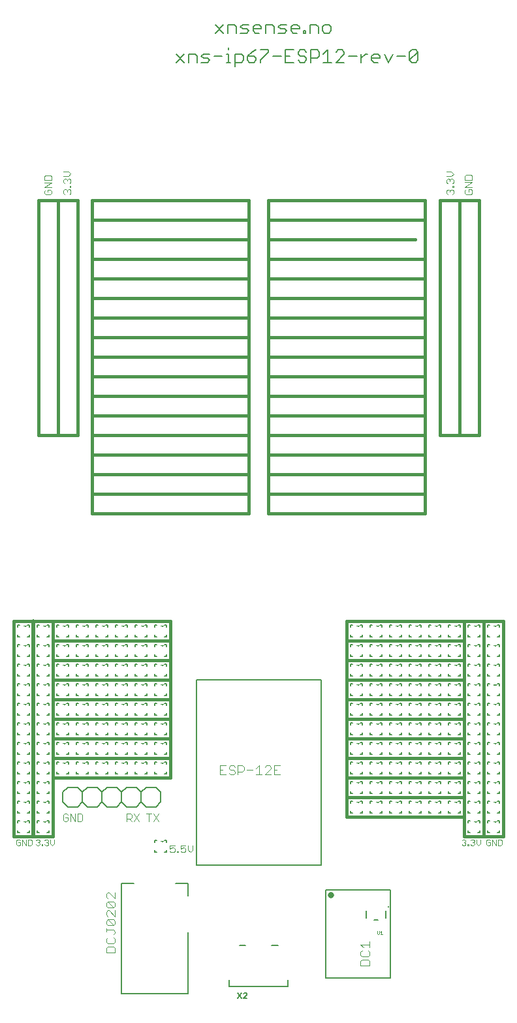
<source format=gto>
G75*
%MOIN*%
%OFA0B0*%
%FSLAX25Y25*%
%IPPOS*%
%LPD*%
%AMOC8*
5,1,8,0,0,1.08239X$1,22.5*
%
%ADD10C,0.00300*%
%ADD11C,0.01600*%
%ADD12C,0.00600*%
%ADD13C,0.02000*%
%ADD14C,0.00800*%
%ADD15C,0.03198*%
%ADD16C,0.00400*%
%ADD17C,0.00000*%
%ADD18C,0.00500*%
%ADD19C,0.00100*%
%ADD20C,0.01000*%
D10*
X0028594Y0087116D02*
X0029562Y0087116D01*
X0030045Y0087600D01*
X0030045Y0088567D01*
X0029078Y0088567D01*
X0028110Y0087600D02*
X0028594Y0087116D01*
X0028110Y0087600D02*
X0028110Y0089535D01*
X0028594Y0090019D01*
X0029562Y0090019D01*
X0030045Y0089535D01*
X0031057Y0090019D02*
X0032992Y0087116D01*
X0032992Y0090019D01*
X0034003Y0090019D02*
X0035455Y0090019D01*
X0035938Y0089535D01*
X0035938Y0087600D01*
X0035455Y0087116D01*
X0034003Y0087116D01*
X0034003Y0090019D01*
X0031057Y0090019D02*
X0031057Y0087116D01*
X0038074Y0087600D02*
X0038558Y0087116D01*
X0039525Y0087116D01*
X0040009Y0087600D01*
X0040009Y0088084D01*
X0039525Y0088567D01*
X0039042Y0088567D01*
X0039525Y0088567D02*
X0040009Y0089051D01*
X0040009Y0089535D01*
X0039525Y0090019D01*
X0038558Y0090019D01*
X0038074Y0089535D01*
X0041021Y0087600D02*
X0041504Y0087600D01*
X0041504Y0087116D01*
X0041021Y0087116D01*
X0041021Y0087600D01*
X0042494Y0087600D02*
X0042978Y0087116D01*
X0043945Y0087116D01*
X0044429Y0087600D01*
X0044429Y0088084D01*
X0043945Y0088567D01*
X0043461Y0088567D01*
X0043945Y0088567D02*
X0044429Y0089051D01*
X0044429Y0089535D01*
X0043945Y0090019D01*
X0042978Y0090019D01*
X0042494Y0089535D01*
X0045440Y0090019D02*
X0045440Y0088084D01*
X0046408Y0087116D01*
X0047375Y0088084D01*
X0047375Y0090019D01*
X0052567Y0099450D02*
X0053802Y0099450D01*
X0054419Y0100067D01*
X0054419Y0101302D01*
X0053184Y0101302D01*
X0051950Y0102536D02*
X0051950Y0100067D01*
X0052567Y0099450D01*
X0055633Y0099450D02*
X0055633Y0103153D01*
X0058102Y0099450D01*
X0058102Y0103153D01*
X0059316Y0103153D02*
X0059316Y0099450D01*
X0061168Y0099450D01*
X0061785Y0100067D01*
X0061785Y0102536D01*
X0061168Y0103153D01*
X0059316Y0103153D01*
X0054419Y0102536D02*
X0053802Y0103153D01*
X0052567Y0103153D01*
X0051950Y0102536D01*
X0084450Y0103153D02*
X0084450Y0099450D01*
X0084450Y0100684D02*
X0086302Y0100684D01*
X0086919Y0101302D01*
X0086919Y0102536D01*
X0086302Y0103153D01*
X0084450Y0103153D01*
X0085684Y0100684D02*
X0086919Y0099450D01*
X0088133Y0099450D02*
X0090602Y0103153D01*
X0088133Y0103153D02*
X0090602Y0099450D01*
X0095684Y0099450D02*
X0095684Y0103153D01*
X0094450Y0103153D02*
X0096919Y0103153D01*
X0098133Y0103153D02*
X0100602Y0099450D01*
X0098133Y0099450D02*
X0100602Y0103153D01*
X0255574Y0089535D02*
X0256058Y0090019D01*
X0257025Y0090019D01*
X0257509Y0089535D01*
X0257509Y0089051D01*
X0257025Y0088567D01*
X0257509Y0088084D01*
X0257509Y0087600D01*
X0257025Y0087116D01*
X0256058Y0087116D01*
X0255574Y0087600D01*
X0256542Y0088567D02*
X0257025Y0088567D01*
X0258521Y0087600D02*
X0259004Y0087600D01*
X0259004Y0087116D01*
X0258521Y0087116D01*
X0258521Y0087600D01*
X0259994Y0087600D02*
X0260478Y0087116D01*
X0261445Y0087116D01*
X0261929Y0087600D01*
X0261929Y0088084D01*
X0261445Y0088567D01*
X0260961Y0088567D01*
X0261445Y0088567D02*
X0261929Y0089051D01*
X0261929Y0089535D01*
X0261445Y0090019D01*
X0260478Y0090019D01*
X0259994Y0089535D01*
X0262940Y0090019D02*
X0262940Y0088084D01*
X0263908Y0087116D01*
X0264875Y0088084D01*
X0264875Y0090019D01*
X0268110Y0089535D02*
X0268110Y0087600D01*
X0268594Y0087116D01*
X0269562Y0087116D01*
X0270045Y0087600D01*
X0270045Y0088567D01*
X0269078Y0088567D01*
X0270045Y0089535D02*
X0269562Y0090019D01*
X0268594Y0090019D01*
X0268110Y0089535D01*
X0271057Y0090019D02*
X0272992Y0087116D01*
X0272992Y0090019D01*
X0274003Y0090019D02*
X0275455Y0090019D01*
X0275938Y0089535D01*
X0275938Y0087600D01*
X0275455Y0087116D01*
X0274003Y0087116D01*
X0274003Y0090019D01*
X0271057Y0090019D02*
X0271057Y0087116D01*
X0260226Y0419726D02*
X0257757Y0419726D01*
X0257140Y0420343D01*
X0257140Y0421577D01*
X0257757Y0422194D01*
X0258991Y0422194D02*
X0258991Y0420960D01*
X0258991Y0422194D02*
X0260226Y0422194D01*
X0260843Y0421577D01*
X0260843Y0420343D01*
X0260226Y0419726D01*
X0260843Y0423409D02*
X0257140Y0423409D01*
X0260843Y0425878D01*
X0257140Y0425878D01*
X0257140Y0427092D02*
X0257140Y0428943D01*
X0257757Y0429561D01*
X0260226Y0429561D01*
X0260843Y0428943D01*
X0260843Y0427092D01*
X0257140Y0427092D01*
X0251355Y0427023D02*
X0251355Y0425789D01*
X0250738Y0425172D01*
X0250738Y0423947D02*
X0251355Y0423947D01*
X0251355Y0423330D01*
X0250738Y0423330D01*
X0250738Y0423947D01*
X0250738Y0422116D02*
X0251355Y0421498D01*
X0251355Y0420264D01*
X0250738Y0419647D01*
X0249503Y0420881D02*
X0249503Y0421498D01*
X0250120Y0422116D01*
X0250738Y0422116D01*
X0249503Y0421498D02*
X0248886Y0422116D01*
X0248269Y0422116D01*
X0247652Y0421498D01*
X0247652Y0420264D01*
X0248269Y0419647D01*
X0248269Y0425172D02*
X0247652Y0425789D01*
X0247652Y0427023D01*
X0248269Y0427640D01*
X0248886Y0427640D01*
X0249503Y0427023D01*
X0250120Y0427640D01*
X0250738Y0427640D01*
X0251355Y0427023D01*
X0249503Y0427023D02*
X0249503Y0426406D01*
X0250120Y0428855D02*
X0247652Y0428855D01*
X0250120Y0428855D02*
X0251355Y0430089D01*
X0250120Y0431323D01*
X0247652Y0431323D01*
X0055843Y0430207D02*
X0054609Y0431442D01*
X0052140Y0431442D01*
X0052140Y0428973D02*
X0054609Y0428973D01*
X0055843Y0430207D01*
X0055226Y0427758D02*
X0055843Y0427141D01*
X0055843Y0425907D01*
X0055226Y0425290D01*
X0055226Y0424065D02*
X0055843Y0424065D01*
X0055843Y0423448D01*
X0055226Y0423448D01*
X0055226Y0424065D01*
X0055226Y0422234D02*
X0055843Y0421617D01*
X0055843Y0420382D01*
X0055226Y0419765D01*
X0053991Y0420999D02*
X0053991Y0421617D01*
X0054609Y0422234D01*
X0055226Y0422234D01*
X0053991Y0421617D02*
X0053374Y0422234D01*
X0052757Y0422234D01*
X0052140Y0421617D01*
X0052140Y0420382D01*
X0052757Y0419765D01*
X0052757Y0425290D02*
X0052140Y0425907D01*
X0052140Y0427141D01*
X0052757Y0427758D01*
X0053374Y0427758D01*
X0053991Y0427141D01*
X0054609Y0427758D01*
X0055226Y0427758D01*
X0053991Y0427141D02*
X0053991Y0426524D01*
X0046040Y0426974D02*
X0046040Y0428825D01*
X0045423Y0429443D01*
X0042954Y0429443D01*
X0042337Y0428825D01*
X0042337Y0426974D01*
X0046040Y0426974D01*
X0046040Y0425759D02*
X0042337Y0425759D01*
X0042337Y0423291D02*
X0046040Y0425759D01*
X0046040Y0423291D02*
X0042337Y0423291D01*
X0042954Y0422076D02*
X0042337Y0421459D01*
X0042337Y0420225D01*
X0042954Y0419607D01*
X0045423Y0419607D01*
X0046040Y0420225D01*
X0046040Y0421459D01*
X0045423Y0422076D01*
X0044188Y0422076D01*
X0044188Y0420842D01*
D11*
X0039300Y0416800D02*
X0049300Y0416800D01*
X0049300Y0296800D01*
X0039300Y0296800D01*
X0039300Y0416800D01*
X0049300Y0416800D02*
X0059300Y0416800D01*
X0059300Y0296800D01*
X0049300Y0296800D01*
X0066800Y0296800D02*
X0066800Y0286800D01*
X0146800Y0286800D01*
X0146800Y0276800D01*
X0066800Y0276800D01*
X0066800Y0286800D01*
X0066800Y0276800D02*
X0066800Y0266800D01*
X0066800Y0256800D01*
X0146800Y0256800D01*
X0146800Y0266800D01*
X0066800Y0266800D01*
X0066800Y0296800D02*
X0146800Y0296800D01*
X0146800Y0286800D01*
X0146800Y0276800D02*
X0146800Y0266800D01*
X0156800Y0266800D02*
X0156800Y0256800D01*
X0236800Y0256800D01*
X0236800Y0266800D01*
X0156800Y0266800D01*
X0156800Y0276800D01*
X0236800Y0276800D01*
X0236800Y0266800D01*
X0236800Y0276800D02*
X0236800Y0286800D01*
X0156800Y0286800D01*
X0156800Y0296800D01*
X0236800Y0296800D01*
X0236800Y0286800D01*
X0236800Y0296800D02*
X0236800Y0306800D01*
X0156800Y0306800D01*
X0156800Y0316800D01*
X0236800Y0316800D01*
X0236800Y0306800D01*
X0236800Y0316800D02*
X0236800Y0326800D01*
X0156800Y0326800D01*
X0156800Y0336800D01*
X0236800Y0336800D01*
X0236800Y0326800D01*
X0236800Y0336800D02*
X0236800Y0346800D01*
X0156800Y0346800D01*
X0156800Y0356800D01*
X0236800Y0356800D01*
X0236800Y0346800D01*
X0236800Y0356800D02*
X0236800Y0366800D01*
X0156800Y0366800D01*
X0156800Y0376800D01*
X0236800Y0376800D01*
X0236800Y0366800D01*
X0236800Y0376800D02*
X0236800Y0386800D01*
X0156800Y0386800D01*
X0156800Y0396800D01*
X0231800Y0396800D01*
X0236800Y0406800D02*
X0236800Y0386800D01*
X0236800Y0406800D02*
X0156800Y0406800D01*
X0156800Y0416800D01*
X0236800Y0416800D01*
X0236800Y0406800D01*
X0244300Y0416800D02*
X0244300Y0296800D01*
X0254300Y0296800D01*
X0254300Y0416800D01*
X0264300Y0416800D01*
X0264300Y0296800D01*
X0254300Y0296800D01*
X0256800Y0201800D02*
X0256800Y0191800D01*
X0196800Y0191800D01*
X0196800Y0181800D01*
X0256800Y0181800D01*
X0256800Y0171800D01*
X0196800Y0171800D01*
X0196800Y0161800D01*
X0256800Y0161800D01*
X0256800Y0151800D01*
X0196800Y0151800D01*
X0196800Y0141800D01*
X0256800Y0141800D01*
X0256800Y0131800D01*
X0196800Y0131800D01*
X0196800Y0141800D01*
X0196800Y0131800D02*
X0196800Y0101800D01*
X0256800Y0101800D01*
X0256800Y0111800D01*
X0196800Y0111800D01*
X0196800Y0121800D02*
X0256800Y0121800D01*
X0256800Y0131800D01*
X0256800Y0121800D02*
X0256800Y0111800D01*
X0256800Y0101800D02*
X0256800Y0091800D01*
X0266800Y0091800D01*
X0266800Y0201800D01*
X0256800Y0201800D01*
X0196800Y0201800D01*
X0196800Y0191800D01*
X0196800Y0181800D02*
X0196800Y0171800D01*
X0196800Y0161800D02*
X0196800Y0151800D01*
X0256800Y0151800D02*
X0256800Y0141800D01*
X0256800Y0161800D02*
X0256800Y0171800D01*
X0256800Y0181800D02*
X0256800Y0191800D01*
X0266800Y0201800D02*
X0276800Y0201800D01*
X0276800Y0091800D01*
X0266800Y0091800D01*
X0156800Y0276800D02*
X0156800Y0286800D01*
X0156800Y0296800D02*
X0156800Y0306800D01*
X0156800Y0316800D02*
X0156800Y0326800D01*
X0156800Y0336800D02*
X0156800Y0346800D01*
X0156800Y0356800D02*
X0156800Y0366800D01*
X0156800Y0376800D02*
X0156800Y0386800D01*
X0156800Y0396800D02*
X0156800Y0406800D01*
X0146800Y0406800D02*
X0146800Y0396800D01*
X0066800Y0396800D01*
X0066800Y0406800D01*
X0146800Y0406800D01*
X0146800Y0416800D01*
X0066800Y0416800D01*
X0066800Y0406800D01*
X0066800Y0396800D02*
X0066800Y0386800D01*
X0146800Y0386800D01*
X0146800Y0376800D01*
X0066800Y0376800D01*
X0066800Y0386800D01*
X0066800Y0376800D02*
X0066800Y0366800D01*
X0146800Y0366800D01*
X0146800Y0356800D01*
X0066800Y0356800D01*
X0066800Y0366800D01*
X0066800Y0356800D02*
X0066800Y0346800D01*
X0146800Y0346800D01*
X0146800Y0336800D01*
X0066800Y0336800D01*
X0066800Y0346800D01*
X0066800Y0336800D02*
X0066800Y0326800D01*
X0146800Y0326800D01*
X0146800Y0316800D01*
X0066800Y0316800D01*
X0066800Y0326800D01*
X0066800Y0316800D02*
X0066800Y0306800D01*
X0146800Y0306800D01*
X0146800Y0296800D01*
X0146800Y0306800D02*
X0146800Y0316800D01*
X0146800Y0326800D02*
X0146800Y0336800D01*
X0146800Y0346800D02*
X0146800Y0356800D01*
X0146800Y0366800D02*
X0146800Y0376800D01*
X0146800Y0386800D02*
X0146800Y0396800D01*
X0066800Y0306800D02*
X0066800Y0296800D01*
X0046800Y0201800D02*
X0036800Y0201800D01*
X0026800Y0201800D01*
X0026800Y0091800D01*
X0036800Y0091800D01*
X0046800Y0091800D01*
X0046800Y0121800D01*
X0046800Y0131800D01*
X0106800Y0131800D01*
X0106800Y0141800D01*
X0106800Y0151800D01*
X0106800Y0161800D01*
X0106800Y0171800D01*
X0046800Y0171800D01*
X0046800Y0161800D01*
X0106800Y0161800D01*
X0106800Y0171800D02*
X0106800Y0181800D01*
X0046800Y0181800D01*
X0046800Y0171800D01*
X0046800Y0161800D02*
X0046800Y0151800D01*
X0106800Y0151800D01*
X0106800Y0141800D02*
X0046800Y0141800D01*
X0046800Y0131800D01*
X0046800Y0121800D02*
X0106800Y0121800D01*
X0106800Y0131800D01*
X0106800Y0181800D02*
X0106800Y0191800D01*
X0046800Y0191800D01*
X0046800Y0181800D01*
X0046800Y0191800D02*
X0046800Y0201800D01*
X0106800Y0201800D01*
X0106800Y0191800D01*
X0046800Y0151800D02*
X0046800Y0141800D01*
X0244300Y0416800D02*
X0254300Y0416800D01*
D12*
X0232044Y0487100D02*
X0229909Y0487100D01*
X0228842Y0488168D01*
X0233112Y0492438D01*
X0233112Y0488168D01*
X0232044Y0487100D01*
X0233112Y0492438D02*
X0232044Y0493505D01*
X0229909Y0493505D01*
X0228842Y0492438D01*
X0228842Y0488168D01*
X0226667Y0490303D02*
X0222396Y0490303D01*
X0220221Y0491370D02*
X0218086Y0487100D01*
X0215951Y0491370D01*
X0213776Y0490303D02*
X0213776Y0489235D01*
X0209505Y0489235D01*
X0209505Y0488168D02*
X0209505Y0490303D01*
X0210573Y0491370D01*
X0212708Y0491370D01*
X0213776Y0490303D01*
X0212708Y0487100D02*
X0210573Y0487100D01*
X0209505Y0488168D01*
X0207337Y0491370D02*
X0206269Y0491370D01*
X0204134Y0489235D01*
X0204134Y0487100D02*
X0204134Y0491370D01*
X0201959Y0490303D02*
X0197688Y0490303D01*
X0195513Y0491370D02*
X0195513Y0492438D01*
X0194446Y0493505D01*
X0192311Y0493505D01*
X0191243Y0492438D01*
X0195513Y0491370D02*
X0191243Y0487100D01*
X0195513Y0487100D01*
X0189068Y0487100D02*
X0184797Y0487100D01*
X0186933Y0487100D02*
X0186933Y0493505D01*
X0184797Y0491370D01*
X0182622Y0490303D02*
X0181555Y0489235D01*
X0178352Y0489235D01*
X0178352Y0487100D02*
X0178352Y0493505D01*
X0181555Y0493505D01*
X0182622Y0492438D01*
X0182622Y0490303D01*
X0176177Y0489235D02*
X0176177Y0488168D01*
X0175109Y0487100D01*
X0172974Y0487100D01*
X0171906Y0488168D01*
X0172974Y0490303D02*
X0175109Y0490303D01*
X0176177Y0489235D01*
X0176177Y0492438D02*
X0175109Y0493505D01*
X0172974Y0493505D01*
X0171906Y0492438D01*
X0171906Y0491370D01*
X0172974Y0490303D01*
X0169731Y0493505D02*
X0165461Y0493505D01*
X0165461Y0487100D01*
X0169731Y0487100D01*
X0167596Y0490303D02*
X0165461Y0490303D01*
X0163286Y0490303D02*
X0159015Y0490303D01*
X0156840Y0492438D02*
X0152570Y0488168D01*
X0152570Y0487100D01*
X0150395Y0488168D02*
X0150395Y0489235D01*
X0149327Y0490303D01*
X0146124Y0490303D01*
X0146124Y0488168D01*
X0147192Y0487100D01*
X0149327Y0487100D01*
X0150395Y0488168D01*
X0148260Y0492438D02*
X0146124Y0490303D01*
X0143949Y0490303D02*
X0143949Y0488168D01*
X0142882Y0487100D01*
X0139679Y0487100D01*
X0139679Y0484965D02*
X0139679Y0491370D01*
X0142882Y0491370D01*
X0143949Y0490303D01*
X0148260Y0492438D02*
X0150395Y0493505D01*
X0152570Y0493505D02*
X0156840Y0493505D01*
X0156840Y0492438D01*
X0155382Y0502100D02*
X0155382Y0506370D01*
X0158585Y0506370D01*
X0159652Y0505303D01*
X0159652Y0502100D01*
X0161827Y0502100D02*
X0165030Y0502100D01*
X0166098Y0503168D01*
X0165030Y0504235D01*
X0162895Y0504235D01*
X0161827Y0505303D01*
X0162895Y0506370D01*
X0166098Y0506370D01*
X0168273Y0505303D02*
X0169341Y0506370D01*
X0171476Y0506370D01*
X0172543Y0505303D01*
X0172543Y0504235D01*
X0168273Y0504235D01*
X0168273Y0503168D02*
X0168273Y0505303D01*
X0168273Y0503168D02*
X0169341Y0502100D01*
X0171476Y0502100D01*
X0174718Y0502100D02*
X0175786Y0502100D01*
X0175786Y0503168D01*
X0174718Y0503168D01*
X0174718Y0502100D01*
X0177941Y0502100D02*
X0177941Y0506370D01*
X0181144Y0506370D01*
X0182212Y0505303D01*
X0182212Y0502100D01*
X0184387Y0503168D02*
X0185454Y0502100D01*
X0187589Y0502100D01*
X0188657Y0503168D01*
X0188657Y0505303D01*
X0187589Y0506370D01*
X0185454Y0506370D01*
X0184387Y0505303D01*
X0184387Y0503168D01*
X0153207Y0504235D02*
X0148936Y0504235D01*
X0148936Y0503168D02*
X0148936Y0505303D01*
X0150004Y0506370D01*
X0152139Y0506370D01*
X0153207Y0505303D01*
X0153207Y0504235D01*
X0152139Y0502100D02*
X0150004Y0502100D01*
X0148936Y0503168D01*
X0146761Y0503168D02*
X0145694Y0504235D01*
X0143559Y0504235D01*
X0142491Y0505303D01*
X0143559Y0506370D01*
X0146761Y0506370D01*
X0146761Y0503168D02*
X0145694Y0502100D01*
X0142491Y0502100D01*
X0140316Y0502100D02*
X0140316Y0505303D01*
X0139248Y0506370D01*
X0136045Y0506370D01*
X0136045Y0502100D01*
X0133870Y0502100D02*
X0129600Y0506370D01*
X0129600Y0502100D02*
X0133870Y0506370D01*
X0136450Y0494573D02*
X0136450Y0493505D01*
X0136450Y0491370D02*
X0136450Y0487100D01*
X0137517Y0487100D02*
X0135382Y0487100D01*
X0133207Y0490303D02*
X0128936Y0490303D01*
X0126761Y0491370D02*
X0123559Y0491370D01*
X0122491Y0490303D01*
X0123559Y0489235D01*
X0125694Y0489235D01*
X0126761Y0488168D01*
X0125694Y0487100D01*
X0122491Y0487100D01*
X0120316Y0487100D02*
X0120316Y0490303D01*
X0119248Y0491370D01*
X0116045Y0491370D01*
X0116045Y0487100D01*
X0113870Y0487100D02*
X0109600Y0491370D01*
X0109600Y0487100D02*
X0113870Y0491370D01*
X0135382Y0491370D02*
X0136450Y0491370D01*
X0104800Y0199800D02*
X0103800Y0199800D01*
X0104800Y0199800D02*
X0104800Y0198800D01*
X0104800Y0194800D02*
X0104800Y0193800D01*
X0103800Y0193800D01*
X0103800Y0189800D02*
X0104800Y0189800D01*
X0104800Y0188800D01*
X0104800Y0184800D02*
X0104800Y0183800D01*
X0103800Y0183800D01*
X0103800Y0179800D02*
X0104800Y0179800D01*
X0104800Y0178800D01*
X0104800Y0174800D02*
X0104800Y0173800D01*
X0103800Y0173800D01*
X0103800Y0169800D02*
X0104800Y0169800D01*
X0104800Y0168800D01*
X0104800Y0164800D02*
X0104800Y0163800D01*
X0103800Y0163800D01*
X0103800Y0159800D02*
X0104800Y0159800D01*
X0104800Y0158800D01*
X0104800Y0154800D02*
X0104800Y0153800D01*
X0103800Y0153800D01*
X0103800Y0149800D02*
X0104800Y0149800D01*
X0104800Y0148800D01*
X0104800Y0144800D02*
X0104800Y0143800D01*
X0103800Y0143800D01*
X0103800Y0139800D02*
X0104800Y0139800D01*
X0104800Y0138800D01*
X0104800Y0134800D02*
X0104800Y0133800D01*
X0103800Y0133800D01*
X0103800Y0129800D02*
X0104800Y0129800D01*
X0104800Y0128800D01*
X0104800Y0124800D02*
X0104800Y0123800D01*
X0103800Y0123800D01*
X0099300Y0116800D02*
X0101800Y0114300D01*
X0101800Y0109300D01*
X0099300Y0106800D01*
X0094300Y0106800D01*
X0091800Y0109300D01*
X0089300Y0106800D01*
X0084300Y0106800D01*
X0081800Y0109300D01*
X0079300Y0106800D01*
X0074300Y0106800D01*
X0071800Y0109300D01*
X0069300Y0106800D01*
X0064300Y0106800D01*
X0061800Y0109300D01*
X0059300Y0106800D01*
X0054300Y0106800D01*
X0051800Y0109300D01*
X0051800Y0114300D01*
X0054300Y0116800D01*
X0059300Y0116800D01*
X0061800Y0114300D01*
X0064300Y0116800D01*
X0069300Y0116800D01*
X0071800Y0114300D01*
X0071800Y0109300D01*
X0071800Y0114300D02*
X0074300Y0116800D01*
X0079300Y0116800D01*
X0081800Y0114300D01*
X0084300Y0116800D01*
X0089300Y0116800D01*
X0091800Y0114300D01*
X0094300Y0116800D01*
X0099300Y0116800D01*
X0098800Y0123800D02*
X0099800Y0123800D01*
X0098800Y0123800D02*
X0098800Y0124800D01*
X0098800Y0128800D02*
X0098800Y0129800D01*
X0099800Y0129800D01*
X0099800Y0133800D02*
X0098800Y0133800D01*
X0098800Y0134800D01*
X0098800Y0138800D02*
X0098800Y0139800D01*
X0099800Y0139800D01*
X0099800Y0143800D02*
X0098800Y0143800D01*
X0098800Y0144800D01*
X0098800Y0148800D02*
X0098800Y0149800D01*
X0099800Y0149800D01*
X0099800Y0153800D02*
X0098800Y0153800D01*
X0098800Y0154800D01*
X0098800Y0158800D02*
X0098800Y0159800D01*
X0099800Y0159800D01*
X0099800Y0163800D02*
X0098800Y0163800D01*
X0098800Y0164800D01*
X0098800Y0168800D02*
X0098800Y0169800D01*
X0099800Y0169800D01*
X0099800Y0173800D02*
X0098800Y0173800D01*
X0098800Y0174800D01*
X0098800Y0178800D02*
X0098800Y0179800D01*
X0099800Y0179800D01*
X0099800Y0183800D02*
X0098800Y0183800D01*
X0098800Y0184800D01*
X0098800Y0188800D02*
X0098800Y0189800D01*
X0099800Y0189800D01*
X0099800Y0193800D02*
X0098800Y0193800D01*
X0098800Y0194800D01*
X0098800Y0198800D02*
X0098800Y0199800D01*
X0099800Y0199800D01*
X0094800Y0199800D02*
X0094800Y0198800D01*
X0094800Y0199800D02*
X0093800Y0199800D01*
X0089800Y0199800D02*
X0088800Y0199800D01*
X0088800Y0198800D01*
X0088800Y0194800D02*
X0088800Y0193800D01*
X0089800Y0193800D01*
X0089800Y0189800D02*
X0088800Y0189800D01*
X0088800Y0188800D01*
X0088800Y0184800D02*
X0088800Y0183800D01*
X0089800Y0183800D01*
X0089800Y0179800D02*
X0088800Y0179800D01*
X0088800Y0178800D01*
X0088800Y0174800D02*
X0088800Y0173800D01*
X0089800Y0173800D01*
X0089800Y0169800D02*
X0088800Y0169800D01*
X0088800Y0168800D01*
X0088800Y0164800D02*
X0088800Y0163800D01*
X0089800Y0163800D01*
X0089800Y0159800D02*
X0088800Y0159800D01*
X0088800Y0158800D01*
X0088800Y0154800D02*
X0088800Y0153800D01*
X0089800Y0153800D01*
X0089800Y0149800D02*
X0088800Y0149800D01*
X0088800Y0148800D01*
X0088800Y0144800D02*
X0088800Y0143800D01*
X0089800Y0143800D01*
X0089800Y0139800D02*
X0088800Y0139800D01*
X0088800Y0138800D01*
X0088800Y0134800D02*
X0088800Y0133800D01*
X0089800Y0133800D01*
X0089800Y0129800D02*
X0088800Y0129800D01*
X0088800Y0128800D01*
X0088800Y0124800D02*
X0088800Y0123800D01*
X0089800Y0123800D01*
X0093800Y0123800D02*
X0094800Y0123800D01*
X0094800Y0124800D01*
X0094800Y0128800D02*
X0094800Y0129800D01*
X0093800Y0129800D01*
X0093800Y0133800D02*
X0094800Y0133800D01*
X0094800Y0134800D01*
X0094800Y0138800D02*
X0094800Y0139800D01*
X0093800Y0139800D01*
X0093800Y0143800D02*
X0094800Y0143800D01*
X0094800Y0144800D01*
X0094800Y0148800D02*
X0094800Y0149800D01*
X0093800Y0149800D01*
X0093800Y0153800D02*
X0094800Y0153800D01*
X0094800Y0154800D01*
X0094800Y0158800D02*
X0094800Y0159800D01*
X0093800Y0159800D01*
X0093800Y0163800D02*
X0094800Y0163800D01*
X0094800Y0164800D01*
X0094800Y0168800D02*
X0094800Y0169800D01*
X0093800Y0169800D01*
X0093800Y0173800D02*
X0094800Y0173800D01*
X0094800Y0174800D01*
X0094800Y0178800D02*
X0094800Y0179800D01*
X0093800Y0179800D01*
X0093800Y0183800D02*
X0094800Y0183800D01*
X0094800Y0184800D01*
X0094800Y0188800D02*
X0094800Y0189800D01*
X0093800Y0189800D01*
X0093800Y0193800D02*
X0094800Y0193800D01*
X0094800Y0194800D01*
X0084800Y0194800D02*
X0084800Y0193800D01*
X0083800Y0193800D01*
X0083800Y0189800D02*
X0084800Y0189800D01*
X0084800Y0188800D01*
X0084800Y0184800D02*
X0084800Y0183800D01*
X0083800Y0183800D01*
X0083800Y0179800D02*
X0084800Y0179800D01*
X0084800Y0178800D01*
X0084800Y0174800D02*
X0084800Y0173800D01*
X0083800Y0173800D01*
X0083800Y0169800D02*
X0084800Y0169800D01*
X0084800Y0168800D01*
X0084800Y0164800D02*
X0084800Y0163800D01*
X0083800Y0163800D01*
X0083800Y0159800D02*
X0084800Y0159800D01*
X0084800Y0158800D01*
X0084800Y0154800D02*
X0084800Y0153800D01*
X0083800Y0153800D01*
X0083800Y0149800D02*
X0084800Y0149800D01*
X0084800Y0148800D01*
X0084800Y0144800D02*
X0084800Y0143800D01*
X0083800Y0143800D01*
X0083800Y0139800D02*
X0084800Y0139800D01*
X0084800Y0138800D01*
X0084800Y0134800D02*
X0084800Y0133800D01*
X0083800Y0133800D01*
X0083800Y0129800D02*
X0084800Y0129800D01*
X0084800Y0128800D01*
X0084800Y0124800D02*
X0084800Y0123800D01*
X0083800Y0123800D01*
X0079800Y0123800D02*
X0078800Y0123800D01*
X0078800Y0124800D01*
X0078800Y0128800D02*
X0078800Y0129800D01*
X0079800Y0129800D01*
X0079800Y0133800D02*
X0078800Y0133800D01*
X0078800Y0134800D01*
X0078800Y0138800D02*
X0078800Y0139800D01*
X0079800Y0139800D01*
X0079800Y0143800D02*
X0078800Y0143800D01*
X0078800Y0144800D01*
X0078800Y0148800D02*
X0078800Y0149800D01*
X0079800Y0149800D01*
X0079800Y0153800D02*
X0078800Y0153800D01*
X0078800Y0154800D01*
X0078800Y0158800D02*
X0078800Y0159800D01*
X0079800Y0159800D01*
X0079800Y0163800D02*
X0078800Y0163800D01*
X0078800Y0164800D01*
X0078800Y0168800D02*
X0078800Y0169800D01*
X0079800Y0169800D01*
X0079800Y0173800D02*
X0078800Y0173800D01*
X0078800Y0174800D01*
X0078800Y0178800D02*
X0078800Y0179800D01*
X0079800Y0179800D01*
X0079800Y0183800D02*
X0078800Y0183800D01*
X0078800Y0184800D01*
X0078800Y0188800D02*
X0078800Y0189800D01*
X0079800Y0189800D01*
X0079800Y0193800D02*
X0078800Y0193800D01*
X0078800Y0194800D01*
X0078800Y0198800D02*
X0078800Y0199800D01*
X0079800Y0199800D01*
X0083800Y0199800D02*
X0084800Y0199800D01*
X0084800Y0198800D01*
X0074800Y0198800D02*
X0074800Y0199800D01*
X0073800Y0199800D01*
X0074800Y0194800D02*
X0074800Y0193800D01*
X0073800Y0193800D01*
X0073800Y0189800D02*
X0074800Y0189800D01*
X0074800Y0188800D01*
X0074800Y0184800D02*
X0074800Y0183800D01*
X0073800Y0183800D01*
X0073800Y0179800D02*
X0074800Y0179800D01*
X0074800Y0178800D01*
X0074800Y0174800D02*
X0074800Y0173800D01*
X0073800Y0173800D01*
X0073800Y0169800D02*
X0074800Y0169800D01*
X0074800Y0168800D01*
X0074800Y0164800D02*
X0074800Y0163800D01*
X0073800Y0163800D01*
X0073800Y0159800D02*
X0074800Y0159800D01*
X0074800Y0158800D01*
X0074800Y0154800D02*
X0074800Y0153800D01*
X0073800Y0153800D01*
X0073800Y0149800D02*
X0074800Y0149800D01*
X0074800Y0148800D01*
X0074800Y0144800D02*
X0074800Y0143800D01*
X0073800Y0143800D01*
X0073800Y0139800D02*
X0074800Y0139800D01*
X0074800Y0138800D01*
X0074800Y0134800D02*
X0074800Y0133800D01*
X0073800Y0133800D01*
X0073800Y0129800D02*
X0074800Y0129800D01*
X0074800Y0128800D01*
X0074800Y0124800D02*
X0074800Y0123800D01*
X0073800Y0123800D01*
X0069800Y0123800D02*
X0068800Y0123800D01*
X0068800Y0124800D01*
X0068800Y0128800D02*
X0068800Y0129800D01*
X0069800Y0129800D01*
X0069800Y0133800D02*
X0068800Y0133800D01*
X0068800Y0134800D01*
X0068800Y0138800D02*
X0068800Y0139800D01*
X0069800Y0139800D01*
X0069800Y0143800D02*
X0068800Y0143800D01*
X0068800Y0144800D01*
X0068800Y0148800D02*
X0068800Y0149800D01*
X0069800Y0149800D01*
X0069800Y0153800D02*
X0068800Y0153800D01*
X0068800Y0154800D01*
X0068800Y0158800D02*
X0068800Y0159800D01*
X0069800Y0159800D01*
X0069800Y0163800D02*
X0068800Y0163800D01*
X0068800Y0164800D01*
X0068800Y0168800D02*
X0068800Y0169800D01*
X0069800Y0169800D01*
X0069800Y0173800D02*
X0068800Y0173800D01*
X0068800Y0174800D01*
X0068800Y0178800D02*
X0068800Y0179800D01*
X0069800Y0179800D01*
X0069800Y0183800D02*
X0068800Y0183800D01*
X0068800Y0184800D01*
X0068800Y0188800D02*
X0068800Y0189800D01*
X0069800Y0189800D01*
X0069800Y0193800D02*
X0068800Y0193800D01*
X0068800Y0194800D01*
X0068800Y0198800D02*
X0068800Y0199800D01*
X0069800Y0199800D01*
X0064800Y0199800D02*
X0064800Y0198800D01*
X0064800Y0199800D02*
X0063800Y0199800D01*
X0059800Y0199800D02*
X0058800Y0199800D01*
X0058800Y0198800D01*
X0058800Y0194800D02*
X0058800Y0193800D01*
X0059800Y0193800D01*
X0059800Y0189800D02*
X0058800Y0189800D01*
X0058800Y0188800D01*
X0058800Y0184800D02*
X0058800Y0183800D01*
X0059800Y0183800D01*
X0059800Y0179800D02*
X0058800Y0179800D01*
X0058800Y0178800D01*
X0058800Y0174800D02*
X0058800Y0173800D01*
X0059800Y0173800D01*
X0059800Y0169800D02*
X0058800Y0169800D01*
X0058800Y0168800D01*
X0058800Y0164800D02*
X0058800Y0163800D01*
X0059800Y0163800D01*
X0059800Y0159800D02*
X0058800Y0159800D01*
X0058800Y0158800D01*
X0058800Y0154800D02*
X0058800Y0153800D01*
X0059800Y0153800D01*
X0059800Y0149800D02*
X0058800Y0149800D01*
X0058800Y0148800D01*
X0058800Y0144800D02*
X0058800Y0143800D01*
X0059800Y0143800D01*
X0059800Y0139800D02*
X0058800Y0139800D01*
X0058800Y0138800D01*
X0058800Y0134800D02*
X0058800Y0133800D01*
X0059800Y0133800D01*
X0059800Y0129800D02*
X0058800Y0129800D01*
X0058800Y0128800D01*
X0058800Y0124800D02*
X0058800Y0123800D01*
X0059800Y0123800D01*
X0063800Y0123800D02*
X0064800Y0123800D01*
X0064800Y0124800D01*
X0064800Y0128800D02*
X0064800Y0129800D01*
X0063800Y0129800D01*
X0063800Y0133800D02*
X0064800Y0133800D01*
X0064800Y0134800D01*
X0064800Y0138800D02*
X0064800Y0139800D01*
X0063800Y0139800D01*
X0063800Y0143800D02*
X0064800Y0143800D01*
X0064800Y0144800D01*
X0064800Y0148800D02*
X0064800Y0149800D01*
X0063800Y0149800D01*
X0063800Y0153800D02*
X0064800Y0153800D01*
X0064800Y0154800D01*
X0064800Y0158800D02*
X0064800Y0159800D01*
X0063800Y0159800D01*
X0063800Y0163800D02*
X0064800Y0163800D01*
X0064800Y0164800D01*
X0064800Y0168800D02*
X0064800Y0169800D01*
X0063800Y0169800D01*
X0063800Y0173800D02*
X0064800Y0173800D01*
X0064800Y0174800D01*
X0064800Y0178800D02*
X0064800Y0179800D01*
X0063800Y0179800D01*
X0063800Y0183800D02*
X0064800Y0183800D01*
X0064800Y0184800D01*
X0064800Y0188800D02*
X0064800Y0189800D01*
X0063800Y0189800D01*
X0063800Y0193800D02*
X0064800Y0193800D01*
X0064800Y0194800D01*
X0054800Y0194800D02*
X0054800Y0193800D01*
X0053800Y0193800D01*
X0053800Y0189800D02*
X0054800Y0189800D01*
X0054800Y0188800D01*
X0054800Y0184800D02*
X0054800Y0183800D01*
X0053800Y0183800D01*
X0053800Y0179800D02*
X0054800Y0179800D01*
X0054800Y0178800D01*
X0054800Y0174800D02*
X0054800Y0173800D01*
X0053800Y0173800D01*
X0053800Y0169800D02*
X0054800Y0169800D01*
X0054800Y0168800D01*
X0054800Y0164800D02*
X0054800Y0163800D01*
X0053800Y0163800D01*
X0053800Y0159800D02*
X0054800Y0159800D01*
X0054800Y0158800D01*
X0054800Y0154800D02*
X0054800Y0153800D01*
X0053800Y0153800D01*
X0053800Y0149800D02*
X0054800Y0149800D01*
X0054800Y0148800D01*
X0054800Y0144800D02*
X0054800Y0143800D01*
X0053800Y0143800D01*
X0053800Y0139800D02*
X0054800Y0139800D01*
X0054800Y0138800D01*
X0054800Y0134800D02*
X0054800Y0133800D01*
X0053800Y0133800D01*
X0053800Y0129800D02*
X0054800Y0129800D01*
X0054800Y0128800D01*
X0054800Y0124800D02*
X0054800Y0123800D01*
X0053800Y0123800D01*
X0049800Y0123800D02*
X0048800Y0123800D01*
X0048800Y0124800D01*
X0048800Y0128800D02*
X0048800Y0129800D01*
X0049800Y0129800D01*
X0049800Y0133800D02*
X0048800Y0133800D01*
X0048800Y0134800D01*
X0048800Y0138800D02*
X0048800Y0139800D01*
X0049800Y0139800D01*
X0049800Y0143800D02*
X0048800Y0143800D01*
X0048800Y0144800D01*
X0048800Y0148800D02*
X0048800Y0149800D01*
X0049800Y0149800D01*
X0049800Y0153800D02*
X0048800Y0153800D01*
X0048800Y0154800D01*
X0048800Y0158800D02*
X0048800Y0159800D01*
X0049800Y0159800D01*
X0049800Y0163800D02*
X0048800Y0163800D01*
X0048800Y0164800D01*
X0048800Y0168800D02*
X0048800Y0169800D01*
X0049800Y0169800D01*
X0049800Y0173800D02*
X0048800Y0173800D01*
X0048800Y0174800D01*
X0048800Y0178800D02*
X0048800Y0179800D01*
X0049800Y0179800D01*
X0049800Y0183800D02*
X0048800Y0183800D01*
X0048800Y0184800D01*
X0048800Y0188800D02*
X0048800Y0189800D01*
X0049800Y0189800D01*
X0049800Y0193800D02*
X0048800Y0193800D01*
X0048800Y0194800D01*
X0048800Y0198800D02*
X0048800Y0199800D01*
X0049800Y0199800D01*
X0044800Y0199800D02*
X0044800Y0198800D01*
X0044800Y0199800D02*
X0043800Y0199800D01*
X0039800Y0199800D02*
X0038800Y0199800D01*
X0038800Y0198800D01*
X0038800Y0194800D02*
X0038800Y0193800D01*
X0039800Y0193800D01*
X0039800Y0189800D02*
X0038800Y0189800D01*
X0038800Y0188800D01*
X0038800Y0184800D02*
X0038800Y0183800D01*
X0039800Y0183800D01*
X0039800Y0179800D02*
X0038800Y0179800D01*
X0038800Y0178800D01*
X0038800Y0174800D02*
X0038800Y0173800D01*
X0039800Y0173800D01*
X0039800Y0169800D02*
X0038800Y0169800D01*
X0038800Y0168800D01*
X0038800Y0164800D02*
X0038800Y0163800D01*
X0039800Y0163800D01*
X0039800Y0159800D02*
X0038800Y0159800D01*
X0038800Y0158800D01*
X0038800Y0154800D02*
X0038800Y0153800D01*
X0039800Y0153800D01*
X0039800Y0149800D02*
X0038800Y0149800D01*
X0038800Y0148800D01*
X0038800Y0144800D02*
X0038800Y0143800D01*
X0039800Y0143800D01*
X0039800Y0139800D02*
X0038800Y0139800D01*
X0038800Y0138800D01*
X0038800Y0134800D02*
X0038800Y0133800D01*
X0039800Y0133800D01*
X0039800Y0129800D02*
X0038800Y0129800D01*
X0038800Y0128800D01*
X0038800Y0124800D02*
X0038800Y0123800D01*
X0039800Y0123800D01*
X0039800Y0119800D02*
X0038800Y0119800D01*
X0038800Y0118800D01*
X0038800Y0114800D02*
X0038800Y0113800D01*
X0039800Y0113800D01*
X0039800Y0109800D02*
X0038800Y0109800D01*
X0038800Y0108800D01*
X0038800Y0104800D02*
X0038800Y0103800D01*
X0039800Y0103800D01*
X0039800Y0099800D02*
X0038800Y0099800D01*
X0038800Y0098800D01*
X0038800Y0094800D02*
X0038800Y0093800D01*
X0039800Y0093800D01*
X0043800Y0093800D02*
X0044800Y0093800D01*
X0044800Y0094800D01*
X0044800Y0098800D02*
X0044800Y0099800D01*
X0043800Y0099800D01*
X0043800Y0103800D02*
X0044800Y0103800D01*
X0044800Y0104800D01*
X0044800Y0108800D02*
X0044800Y0109800D01*
X0043800Y0109800D01*
X0043800Y0113800D02*
X0044800Y0113800D01*
X0044800Y0114800D01*
X0044800Y0118800D02*
X0044800Y0119800D01*
X0043800Y0119800D01*
X0043800Y0123800D02*
X0044800Y0123800D01*
X0044800Y0124800D01*
X0044800Y0128800D02*
X0044800Y0129800D01*
X0043800Y0129800D01*
X0043800Y0133800D02*
X0044800Y0133800D01*
X0044800Y0134800D01*
X0044800Y0138800D02*
X0044800Y0139800D01*
X0043800Y0139800D01*
X0043800Y0143800D02*
X0044800Y0143800D01*
X0044800Y0144800D01*
X0044800Y0148800D02*
X0044800Y0149800D01*
X0043800Y0149800D01*
X0043800Y0153800D02*
X0044800Y0153800D01*
X0044800Y0154800D01*
X0044800Y0158800D02*
X0044800Y0159800D01*
X0043800Y0159800D01*
X0043800Y0163800D02*
X0044800Y0163800D01*
X0044800Y0164800D01*
X0044800Y0168800D02*
X0044800Y0169800D01*
X0043800Y0169800D01*
X0043800Y0173800D02*
X0044800Y0173800D01*
X0044800Y0174800D01*
X0044800Y0178800D02*
X0044800Y0179800D01*
X0043800Y0179800D01*
X0043800Y0183800D02*
X0044800Y0183800D01*
X0044800Y0184800D01*
X0044800Y0188800D02*
X0044800Y0189800D01*
X0043800Y0189800D01*
X0043800Y0193800D02*
X0044800Y0193800D01*
X0044800Y0194800D01*
X0053800Y0199800D02*
X0054800Y0199800D01*
X0054800Y0198800D01*
X0034800Y0198800D02*
X0034800Y0199800D01*
X0033800Y0199800D01*
X0029800Y0199800D02*
X0028800Y0199800D01*
X0028800Y0198800D01*
X0028800Y0194800D02*
X0028800Y0193800D01*
X0029800Y0193800D01*
X0029800Y0189800D02*
X0028800Y0189800D01*
X0028800Y0188800D01*
X0028800Y0184800D02*
X0028800Y0183800D01*
X0029800Y0183800D01*
X0029800Y0179800D02*
X0028800Y0179800D01*
X0028800Y0178800D01*
X0028800Y0174800D02*
X0028800Y0173800D01*
X0029800Y0173800D01*
X0029800Y0169800D02*
X0028800Y0169800D01*
X0028800Y0168800D01*
X0028800Y0164800D02*
X0028800Y0163800D01*
X0029800Y0163800D01*
X0029800Y0159800D02*
X0028800Y0159800D01*
X0028800Y0158800D01*
X0028800Y0154800D02*
X0028800Y0153800D01*
X0029800Y0153800D01*
X0029800Y0149800D02*
X0028800Y0149800D01*
X0028800Y0148800D01*
X0028800Y0144800D02*
X0028800Y0143800D01*
X0029800Y0143800D01*
X0029800Y0139800D02*
X0028800Y0139800D01*
X0028800Y0138800D01*
X0028800Y0134800D02*
X0028800Y0133800D01*
X0029800Y0133800D01*
X0029800Y0129800D02*
X0028800Y0129800D01*
X0028800Y0128800D01*
X0028800Y0124800D02*
X0028800Y0123800D01*
X0029800Y0123800D01*
X0029800Y0119800D02*
X0028800Y0119800D01*
X0028800Y0118800D01*
X0028800Y0114800D02*
X0028800Y0113800D01*
X0029800Y0113800D01*
X0029800Y0109800D02*
X0028800Y0109800D01*
X0028800Y0108800D01*
X0028800Y0104800D02*
X0028800Y0103800D01*
X0029800Y0103800D01*
X0029800Y0099800D02*
X0028800Y0099800D01*
X0028800Y0098800D01*
X0028800Y0094800D02*
X0028800Y0093800D01*
X0029800Y0093800D01*
X0033800Y0093800D02*
X0034800Y0093800D01*
X0034800Y0094800D01*
X0034800Y0098800D02*
X0034800Y0099800D01*
X0033800Y0099800D01*
X0033800Y0103800D02*
X0034800Y0103800D01*
X0034800Y0104800D01*
X0034800Y0108800D02*
X0034800Y0109800D01*
X0033800Y0109800D01*
X0033800Y0113800D02*
X0034800Y0113800D01*
X0034800Y0114800D01*
X0034800Y0118800D02*
X0034800Y0119800D01*
X0033800Y0119800D01*
X0033800Y0123800D02*
X0034800Y0123800D01*
X0034800Y0124800D01*
X0034800Y0128800D02*
X0034800Y0129800D01*
X0033800Y0129800D01*
X0033800Y0133800D02*
X0034800Y0133800D01*
X0034800Y0134800D01*
X0034800Y0138800D02*
X0034800Y0139800D01*
X0033800Y0139800D01*
X0033800Y0143800D02*
X0034800Y0143800D01*
X0034800Y0144800D01*
X0034800Y0148800D02*
X0034800Y0149800D01*
X0033800Y0149800D01*
X0033800Y0153800D02*
X0034800Y0153800D01*
X0034800Y0154800D01*
X0034800Y0158800D02*
X0034800Y0159800D01*
X0033800Y0159800D01*
X0033800Y0163800D02*
X0034800Y0163800D01*
X0034800Y0164800D01*
X0034800Y0168800D02*
X0034800Y0169800D01*
X0033800Y0169800D01*
X0033800Y0173800D02*
X0034800Y0173800D01*
X0034800Y0174800D01*
X0034800Y0178800D02*
X0034800Y0179800D01*
X0033800Y0179800D01*
X0033800Y0183800D02*
X0034800Y0183800D01*
X0034800Y0184800D01*
X0034800Y0188800D02*
X0034800Y0189800D01*
X0033800Y0189800D01*
X0033800Y0193800D02*
X0034800Y0193800D01*
X0034800Y0194800D01*
X0061800Y0114300D02*
X0061800Y0109300D01*
X0081800Y0109300D02*
X0081800Y0114300D01*
X0091800Y0114300D02*
X0091800Y0109300D01*
X0098800Y0089800D02*
X0098800Y0088800D01*
X0098800Y0089800D02*
X0099800Y0089800D01*
X0098800Y0084800D02*
X0098800Y0083800D01*
X0099800Y0083800D01*
X0103800Y0083800D02*
X0104800Y0083800D01*
X0104800Y0084800D01*
X0104800Y0088800D02*
X0104800Y0089800D01*
X0103800Y0089800D01*
X0141163Y0011663D02*
X0142898Y0009061D01*
X0144110Y0009061D02*
X0145844Y0010795D01*
X0145844Y0011229D01*
X0145411Y0011663D01*
X0144543Y0011663D01*
X0144110Y0011229D01*
X0142898Y0011663D02*
X0141163Y0009061D01*
X0144110Y0009061D02*
X0145844Y0009061D01*
X0198800Y0103800D02*
X0199800Y0103800D01*
X0198800Y0103800D02*
X0198800Y0104800D01*
X0198800Y0108800D02*
X0198800Y0109800D01*
X0199800Y0109800D01*
X0199800Y0113800D02*
X0198800Y0113800D01*
X0198800Y0114800D01*
X0198800Y0118800D02*
X0198800Y0119800D01*
X0199800Y0119800D01*
X0199800Y0123800D02*
X0198800Y0123800D01*
X0198800Y0124800D01*
X0198800Y0128800D02*
X0198800Y0129800D01*
X0199800Y0129800D01*
X0199800Y0133800D02*
X0198800Y0133800D01*
X0198800Y0134800D01*
X0198800Y0138800D02*
X0198800Y0139800D01*
X0199800Y0139800D01*
X0199800Y0143800D02*
X0198800Y0143800D01*
X0198800Y0144800D01*
X0198800Y0148800D02*
X0198800Y0149800D01*
X0199800Y0149800D01*
X0199800Y0153800D02*
X0198800Y0153800D01*
X0198800Y0154800D01*
X0198800Y0158800D02*
X0198800Y0159800D01*
X0199800Y0159800D01*
X0199800Y0163800D02*
X0198800Y0163800D01*
X0198800Y0164800D01*
X0198800Y0168800D02*
X0198800Y0169800D01*
X0199800Y0169800D01*
X0199800Y0173800D02*
X0198800Y0173800D01*
X0198800Y0174800D01*
X0198800Y0178800D02*
X0198800Y0179800D01*
X0199800Y0179800D01*
X0199800Y0183800D02*
X0198800Y0183800D01*
X0198800Y0184800D01*
X0198800Y0188800D02*
X0198800Y0189800D01*
X0199800Y0189800D01*
X0199800Y0193800D02*
X0198800Y0193800D01*
X0198800Y0194800D01*
X0198800Y0198800D02*
X0198800Y0199800D01*
X0199800Y0199800D01*
X0203800Y0199800D02*
X0204800Y0199800D01*
X0204800Y0198800D01*
X0204800Y0194800D02*
X0204800Y0193800D01*
X0203800Y0193800D01*
X0203800Y0189800D02*
X0204800Y0189800D01*
X0204800Y0188800D01*
X0204800Y0184800D02*
X0204800Y0183800D01*
X0203800Y0183800D01*
X0203800Y0179800D02*
X0204800Y0179800D01*
X0204800Y0178800D01*
X0204800Y0174800D02*
X0204800Y0173800D01*
X0203800Y0173800D01*
X0203800Y0169800D02*
X0204800Y0169800D01*
X0204800Y0168800D01*
X0204800Y0164800D02*
X0204800Y0163800D01*
X0203800Y0163800D01*
X0203800Y0159800D02*
X0204800Y0159800D01*
X0204800Y0158800D01*
X0204800Y0154800D02*
X0204800Y0153800D01*
X0203800Y0153800D01*
X0203800Y0149800D02*
X0204800Y0149800D01*
X0204800Y0148800D01*
X0204800Y0144800D02*
X0204800Y0143800D01*
X0203800Y0143800D01*
X0203800Y0139800D02*
X0204800Y0139800D01*
X0204800Y0138800D01*
X0204800Y0134800D02*
X0204800Y0133800D01*
X0203800Y0133800D01*
X0203800Y0129800D02*
X0204800Y0129800D01*
X0204800Y0128800D01*
X0204800Y0124800D02*
X0204800Y0123800D01*
X0203800Y0123800D01*
X0203800Y0119800D02*
X0204800Y0119800D01*
X0204800Y0118800D01*
X0204800Y0114800D02*
X0204800Y0113800D01*
X0203800Y0113800D01*
X0203800Y0109800D02*
X0204800Y0109800D01*
X0204800Y0108800D01*
X0204800Y0104800D02*
X0204800Y0103800D01*
X0203800Y0103800D01*
X0208800Y0103800D02*
X0209800Y0103800D01*
X0208800Y0103800D02*
X0208800Y0104800D01*
X0208800Y0108800D02*
X0208800Y0109800D01*
X0209800Y0109800D01*
X0209800Y0113800D02*
X0208800Y0113800D01*
X0208800Y0114800D01*
X0208800Y0118800D02*
X0208800Y0119800D01*
X0209800Y0119800D01*
X0209800Y0123800D02*
X0208800Y0123800D01*
X0208800Y0124800D01*
X0208800Y0128800D02*
X0208800Y0129800D01*
X0209800Y0129800D01*
X0209800Y0133800D02*
X0208800Y0133800D01*
X0208800Y0134800D01*
X0208800Y0138800D02*
X0208800Y0139800D01*
X0209800Y0139800D01*
X0209800Y0143800D02*
X0208800Y0143800D01*
X0208800Y0144800D01*
X0208800Y0148800D02*
X0208800Y0149800D01*
X0209800Y0149800D01*
X0209800Y0153800D02*
X0208800Y0153800D01*
X0208800Y0154800D01*
X0208800Y0158800D02*
X0208800Y0159800D01*
X0209800Y0159800D01*
X0209800Y0163800D02*
X0208800Y0163800D01*
X0208800Y0164800D01*
X0208800Y0168800D02*
X0208800Y0169800D01*
X0209800Y0169800D01*
X0209800Y0173800D02*
X0208800Y0173800D01*
X0208800Y0174800D01*
X0208800Y0178800D02*
X0208800Y0179800D01*
X0209800Y0179800D01*
X0209800Y0183800D02*
X0208800Y0183800D01*
X0208800Y0184800D01*
X0208800Y0188800D02*
X0208800Y0189800D01*
X0209800Y0189800D01*
X0209800Y0193800D02*
X0208800Y0193800D01*
X0208800Y0194800D01*
X0208800Y0198800D02*
X0208800Y0199800D01*
X0209800Y0199800D01*
X0213800Y0199800D02*
X0214800Y0199800D01*
X0214800Y0198800D01*
X0214800Y0194800D02*
X0214800Y0193800D01*
X0213800Y0193800D01*
X0213800Y0189800D02*
X0214800Y0189800D01*
X0214800Y0188800D01*
X0214800Y0184800D02*
X0214800Y0183800D01*
X0213800Y0183800D01*
X0213800Y0179800D02*
X0214800Y0179800D01*
X0214800Y0178800D01*
X0214800Y0174800D02*
X0214800Y0173800D01*
X0213800Y0173800D01*
X0213800Y0169800D02*
X0214800Y0169800D01*
X0214800Y0168800D01*
X0214800Y0164800D02*
X0214800Y0163800D01*
X0213800Y0163800D01*
X0213800Y0159800D02*
X0214800Y0159800D01*
X0214800Y0158800D01*
X0214800Y0154800D02*
X0214800Y0153800D01*
X0213800Y0153800D01*
X0213800Y0149800D02*
X0214800Y0149800D01*
X0214800Y0148800D01*
X0214800Y0144800D02*
X0214800Y0143800D01*
X0213800Y0143800D01*
X0213800Y0139800D02*
X0214800Y0139800D01*
X0214800Y0138800D01*
X0214800Y0134800D02*
X0214800Y0133800D01*
X0213800Y0133800D01*
X0213800Y0129800D02*
X0214800Y0129800D01*
X0214800Y0128800D01*
X0214800Y0124800D02*
X0214800Y0123800D01*
X0213800Y0123800D01*
X0213800Y0119800D02*
X0214800Y0119800D01*
X0214800Y0118800D01*
X0214800Y0114800D02*
X0214800Y0113800D01*
X0213800Y0113800D01*
X0213800Y0109800D02*
X0214800Y0109800D01*
X0214800Y0108800D01*
X0214800Y0104800D02*
X0214800Y0103800D01*
X0213800Y0103800D01*
X0218800Y0103800D02*
X0219800Y0103800D01*
X0218800Y0103800D02*
X0218800Y0104800D01*
X0218800Y0108800D02*
X0218800Y0109800D01*
X0219800Y0109800D01*
X0219800Y0113800D02*
X0218800Y0113800D01*
X0218800Y0114800D01*
X0218800Y0118800D02*
X0218800Y0119800D01*
X0219800Y0119800D01*
X0219800Y0123800D02*
X0218800Y0123800D01*
X0218800Y0124800D01*
X0218800Y0128800D02*
X0218800Y0129800D01*
X0219800Y0129800D01*
X0219800Y0133800D02*
X0218800Y0133800D01*
X0218800Y0134800D01*
X0218800Y0138800D02*
X0218800Y0139800D01*
X0219800Y0139800D01*
X0219800Y0143800D02*
X0218800Y0143800D01*
X0218800Y0144800D01*
X0218800Y0148800D02*
X0218800Y0149800D01*
X0219800Y0149800D01*
X0219800Y0153800D02*
X0218800Y0153800D01*
X0218800Y0154800D01*
X0218800Y0158800D02*
X0218800Y0159800D01*
X0219800Y0159800D01*
X0219800Y0163800D02*
X0218800Y0163800D01*
X0218800Y0164800D01*
X0218800Y0168800D02*
X0218800Y0169800D01*
X0219800Y0169800D01*
X0219800Y0173800D02*
X0218800Y0173800D01*
X0218800Y0174800D01*
X0218800Y0178800D02*
X0218800Y0179800D01*
X0219800Y0179800D01*
X0219800Y0183800D02*
X0218800Y0183800D01*
X0218800Y0184800D01*
X0218800Y0188800D02*
X0218800Y0189800D01*
X0219800Y0189800D01*
X0219800Y0193800D02*
X0218800Y0193800D01*
X0218800Y0194800D01*
X0218800Y0198800D02*
X0218800Y0199800D01*
X0219800Y0199800D01*
X0223800Y0199800D02*
X0224800Y0199800D01*
X0224800Y0198800D01*
X0224800Y0194800D02*
X0224800Y0193800D01*
X0223800Y0193800D01*
X0223800Y0189800D02*
X0224800Y0189800D01*
X0224800Y0188800D01*
X0224800Y0184800D02*
X0224800Y0183800D01*
X0223800Y0183800D01*
X0223800Y0179800D02*
X0224800Y0179800D01*
X0224800Y0178800D01*
X0224800Y0174800D02*
X0224800Y0173800D01*
X0223800Y0173800D01*
X0223800Y0169800D02*
X0224800Y0169800D01*
X0224800Y0168800D01*
X0224800Y0164800D02*
X0224800Y0163800D01*
X0223800Y0163800D01*
X0223800Y0159800D02*
X0224800Y0159800D01*
X0224800Y0158800D01*
X0224800Y0154800D02*
X0224800Y0153800D01*
X0223800Y0153800D01*
X0223800Y0149800D02*
X0224800Y0149800D01*
X0224800Y0148800D01*
X0224800Y0144800D02*
X0224800Y0143800D01*
X0223800Y0143800D01*
X0223800Y0139800D02*
X0224800Y0139800D01*
X0224800Y0138800D01*
X0224800Y0134800D02*
X0224800Y0133800D01*
X0223800Y0133800D01*
X0223800Y0129800D02*
X0224800Y0129800D01*
X0224800Y0128800D01*
X0224800Y0124800D02*
X0224800Y0123800D01*
X0223800Y0123800D01*
X0223800Y0119800D02*
X0224800Y0119800D01*
X0224800Y0118800D01*
X0224800Y0114800D02*
X0224800Y0113800D01*
X0223800Y0113800D01*
X0223800Y0109800D02*
X0224800Y0109800D01*
X0224800Y0108800D01*
X0224800Y0104800D02*
X0224800Y0103800D01*
X0223800Y0103800D01*
X0228800Y0103800D02*
X0229800Y0103800D01*
X0228800Y0103800D02*
X0228800Y0104800D01*
X0228800Y0108800D02*
X0228800Y0109800D01*
X0229800Y0109800D01*
X0229800Y0113800D02*
X0228800Y0113800D01*
X0228800Y0114800D01*
X0228800Y0118800D02*
X0228800Y0119800D01*
X0229800Y0119800D01*
X0229800Y0123800D02*
X0228800Y0123800D01*
X0228800Y0124800D01*
X0228800Y0128800D02*
X0228800Y0129800D01*
X0229800Y0129800D01*
X0229800Y0133800D02*
X0228800Y0133800D01*
X0228800Y0134800D01*
X0228800Y0138800D02*
X0228800Y0139800D01*
X0229800Y0139800D01*
X0229800Y0143800D02*
X0228800Y0143800D01*
X0228800Y0144800D01*
X0228800Y0148800D02*
X0228800Y0149800D01*
X0229800Y0149800D01*
X0229800Y0153800D02*
X0228800Y0153800D01*
X0228800Y0154800D01*
X0228800Y0158800D02*
X0228800Y0159800D01*
X0229800Y0159800D01*
X0229800Y0163800D02*
X0228800Y0163800D01*
X0228800Y0164800D01*
X0228800Y0168800D02*
X0228800Y0169800D01*
X0229800Y0169800D01*
X0229800Y0173800D02*
X0228800Y0173800D01*
X0228800Y0174800D01*
X0228800Y0178800D02*
X0228800Y0179800D01*
X0229800Y0179800D01*
X0229800Y0183800D02*
X0228800Y0183800D01*
X0228800Y0184800D01*
X0228800Y0188800D02*
X0228800Y0189800D01*
X0229800Y0189800D01*
X0229800Y0193800D02*
X0228800Y0193800D01*
X0228800Y0194800D01*
X0228800Y0198800D02*
X0228800Y0199800D01*
X0229800Y0199800D01*
X0233800Y0199800D02*
X0234800Y0199800D01*
X0234800Y0198800D01*
X0234800Y0194800D02*
X0234800Y0193800D01*
X0233800Y0193800D01*
X0233800Y0189800D02*
X0234800Y0189800D01*
X0234800Y0188800D01*
X0234800Y0184800D02*
X0234800Y0183800D01*
X0233800Y0183800D01*
X0233800Y0179800D02*
X0234800Y0179800D01*
X0234800Y0178800D01*
X0234800Y0174800D02*
X0234800Y0173800D01*
X0233800Y0173800D01*
X0233800Y0169800D02*
X0234800Y0169800D01*
X0234800Y0168800D01*
X0234800Y0164800D02*
X0234800Y0163800D01*
X0233800Y0163800D01*
X0233800Y0159800D02*
X0234800Y0159800D01*
X0234800Y0158800D01*
X0234800Y0154800D02*
X0234800Y0153800D01*
X0233800Y0153800D01*
X0233800Y0149800D02*
X0234800Y0149800D01*
X0234800Y0148800D01*
X0234800Y0144800D02*
X0234800Y0143800D01*
X0233800Y0143800D01*
X0233800Y0139800D02*
X0234800Y0139800D01*
X0234800Y0138800D01*
X0234800Y0134800D02*
X0234800Y0133800D01*
X0233800Y0133800D01*
X0233800Y0129800D02*
X0234800Y0129800D01*
X0234800Y0128800D01*
X0234800Y0124800D02*
X0234800Y0123800D01*
X0233800Y0123800D01*
X0233800Y0119800D02*
X0234800Y0119800D01*
X0234800Y0118800D01*
X0234800Y0114800D02*
X0234800Y0113800D01*
X0233800Y0113800D01*
X0233800Y0109800D02*
X0234800Y0109800D01*
X0234800Y0108800D01*
X0234800Y0104800D02*
X0234800Y0103800D01*
X0233800Y0103800D01*
X0238800Y0103800D02*
X0239800Y0103800D01*
X0238800Y0103800D02*
X0238800Y0104800D01*
X0238800Y0108800D02*
X0238800Y0109800D01*
X0239800Y0109800D01*
X0239800Y0113800D02*
X0238800Y0113800D01*
X0238800Y0114800D01*
X0238800Y0118800D02*
X0238800Y0119800D01*
X0239800Y0119800D01*
X0239800Y0123800D02*
X0238800Y0123800D01*
X0238800Y0124800D01*
X0238800Y0128800D02*
X0238800Y0129800D01*
X0239800Y0129800D01*
X0239800Y0133800D02*
X0238800Y0133800D01*
X0238800Y0134800D01*
X0238800Y0138800D02*
X0238800Y0139800D01*
X0239800Y0139800D01*
X0239800Y0143800D02*
X0238800Y0143800D01*
X0238800Y0144800D01*
X0238800Y0148800D02*
X0238800Y0149800D01*
X0239800Y0149800D01*
X0239800Y0153800D02*
X0238800Y0153800D01*
X0238800Y0154800D01*
X0238800Y0158800D02*
X0238800Y0159800D01*
X0239800Y0159800D01*
X0239800Y0163800D02*
X0238800Y0163800D01*
X0238800Y0164800D01*
X0238800Y0168800D02*
X0238800Y0169800D01*
X0239800Y0169800D01*
X0239800Y0173800D02*
X0238800Y0173800D01*
X0238800Y0174800D01*
X0238800Y0178800D02*
X0238800Y0179800D01*
X0239800Y0179800D01*
X0239800Y0183800D02*
X0238800Y0183800D01*
X0238800Y0184800D01*
X0238800Y0188800D02*
X0238800Y0189800D01*
X0239800Y0189800D01*
X0239800Y0193800D02*
X0238800Y0193800D01*
X0238800Y0194800D01*
X0238800Y0198800D02*
X0238800Y0199800D01*
X0239800Y0199800D01*
X0243800Y0199800D02*
X0244800Y0199800D01*
X0244800Y0198800D01*
X0244800Y0194800D02*
X0244800Y0193800D01*
X0243800Y0193800D01*
X0243800Y0189800D02*
X0244800Y0189800D01*
X0244800Y0188800D01*
X0244800Y0184800D02*
X0244800Y0183800D01*
X0243800Y0183800D01*
X0243800Y0179800D02*
X0244800Y0179800D01*
X0244800Y0178800D01*
X0244800Y0174800D02*
X0244800Y0173800D01*
X0243800Y0173800D01*
X0243800Y0169800D02*
X0244800Y0169800D01*
X0244800Y0168800D01*
X0244800Y0164800D02*
X0244800Y0163800D01*
X0243800Y0163800D01*
X0243800Y0159800D02*
X0244800Y0159800D01*
X0244800Y0158800D01*
X0244800Y0154800D02*
X0244800Y0153800D01*
X0243800Y0153800D01*
X0243800Y0149800D02*
X0244800Y0149800D01*
X0244800Y0148800D01*
X0244800Y0144800D02*
X0244800Y0143800D01*
X0243800Y0143800D01*
X0243800Y0139800D02*
X0244800Y0139800D01*
X0244800Y0138800D01*
X0244800Y0134800D02*
X0244800Y0133800D01*
X0243800Y0133800D01*
X0243800Y0129800D02*
X0244800Y0129800D01*
X0244800Y0128800D01*
X0244800Y0124800D02*
X0244800Y0123800D01*
X0243800Y0123800D01*
X0243800Y0119800D02*
X0244800Y0119800D01*
X0244800Y0118800D01*
X0244800Y0114800D02*
X0244800Y0113800D01*
X0243800Y0113800D01*
X0243800Y0109800D02*
X0244800Y0109800D01*
X0244800Y0108800D01*
X0244800Y0104800D02*
X0244800Y0103800D01*
X0243800Y0103800D01*
X0248800Y0103800D02*
X0249800Y0103800D01*
X0248800Y0103800D02*
X0248800Y0104800D01*
X0248800Y0108800D02*
X0248800Y0109800D01*
X0249800Y0109800D01*
X0249800Y0113800D02*
X0248800Y0113800D01*
X0248800Y0114800D01*
X0248800Y0118800D02*
X0248800Y0119800D01*
X0249800Y0119800D01*
X0249800Y0123800D02*
X0248800Y0123800D01*
X0248800Y0124800D01*
X0248800Y0128800D02*
X0248800Y0129800D01*
X0249800Y0129800D01*
X0249800Y0133800D02*
X0248800Y0133800D01*
X0248800Y0134800D01*
X0248800Y0138800D02*
X0248800Y0139800D01*
X0249800Y0139800D01*
X0249800Y0143800D02*
X0248800Y0143800D01*
X0248800Y0144800D01*
X0248800Y0148800D02*
X0248800Y0149800D01*
X0249800Y0149800D01*
X0249800Y0153800D02*
X0248800Y0153800D01*
X0248800Y0154800D01*
X0248800Y0158800D02*
X0248800Y0159800D01*
X0249800Y0159800D01*
X0249800Y0163800D02*
X0248800Y0163800D01*
X0248800Y0164800D01*
X0248800Y0168800D02*
X0248800Y0169800D01*
X0249800Y0169800D01*
X0249800Y0173800D02*
X0248800Y0173800D01*
X0248800Y0174800D01*
X0248800Y0178800D02*
X0248800Y0179800D01*
X0249800Y0179800D01*
X0249800Y0183800D02*
X0248800Y0183800D01*
X0248800Y0184800D01*
X0248800Y0188800D02*
X0248800Y0189800D01*
X0249800Y0189800D01*
X0249800Y0193800D02*
X0248800Y0193800D01*
X0248800Y0194800D01*
X0248800Y0198800D02*
X0248800Y0199800D01*
X0249800Y0199800D01*
X0253800Y0199800D02*
X0254800Y0199800D01*
X0254800Y0198800D01*
X0254800Y0194800D02*
X0254800Y0193800D01*
X0253800Y0193800D01*
X0253800Y0189800D02*
X0254800Y0189800D01*
X0254800Y0188800D01*
X0254800Y0184800D02*
X0254800Y0183800D01*
X0253800Y0183800D01*
X0253800Y0179800D02*
X0254800Y0179800D01*
X0254800Y0178800D01*
X0254800Y0174800D02*
X0254800Y0173800D01*
X0253800Y0173800D01*
X0253800Y0169800D02*
X0254800Y0169800D01*
X0254800Y0168800D01*
X0254800Y0164800D02*
X0254800Y0163800D01*
X0253800Y0163800D01*
X0253800Y0159800D02*
X0254800Y0159800D01*
X0254800Y0158800D01*
X0254800Y0154800D02*
X0254800Y0153800D01*
X0253800Y0153800D01*
X0253800Y0149800D02*
X0254800Y0149800D01*
X0254800Y0148800D01*
X0254800Y0144800D02*
X0254800Y0143800D01*
X0253800Y0143800D01*
X0253800Y0139800D02*
X0254800Y0139800D01*
X0254800Y0138800D01*
X0254800Y0134800D02*
X0254800Y0133800D01*
X0253800Y0133800D01*
X0253800Y0129800D02*
X0254800Y0129800D01*
X0254800Y0128800D01*
X0254800Y0124800D02*
X0254800Y0123800D01*
X0253800Y0123800D01*
X0253800Y0119800D02*
X0254800Y0119800D01*
X0254800Y0118800D01*
X0254800Y0114800D02*
X0254800Y0113800D01*
X0253800Y0113800D01*
X0253800Y0109800D02*
X0254800Y0109800D01*
X0254800Y0108800D01*
X0254800Y0104800D02*
X0254800Y0103800D01*
X0253800Y0103800D01*
X0258800Y0103800D02*
X0259800Y0103800D01*
X0258800Y0103800D02*
X0258800Y0104800D01*
X0258800Y0108800D02*
X0258800Y0109800D01*
X0259800Y0109800D01*
X0259800Y0113800D02*
X0258800Y0113800D01*
X0258800Y0114800D01*
X0258800Y0118800D02*
X0258800Y0119800D01*
X0259800Y0119800D01*
X0259800Y0123800D02*
X0258800Y0123800D01*
X0258800Y0124800D01*
X0258800Y0128800D02*
X0258800Y0129800D01*
X0259800Y0129800D01*
X0259800Y0133800D02*
X0258800Y0133800D01*
X0258800Y0134800D01*
X0258800Y0138800D02*
X0258800Y0139800D01*
X0259800Y0139800D01*
X0259800Y0143800D02*
X0258800Y0143800D01*
X0258800Y0144800D01*
X0258800Y0148800D02*
X0258800Y0149800D01*
X0259800Y0149800D01*
X0259800Y0153800D02*
X0258800Y0153800D01*
X0258800Y0154800D01*
X0258800Y0158800D02*
X0258800Y0159800D01*
X0259800Y0159800D01*
X0259800Y0163800D02*
X0258800Y0163800D01*
X0258800Y0164800D01*
X0258800Y0168800D02*
X0258800Y0169800D01*
X0259800Y0169800D01*
X0259800Y0173800D02*
X0258800Y0173800D01*
X0258800Y0174800D01*
X0258800Y0178800D02*
X0258800Y0179800D01*
X0259800Y0179800D01*
X0259800Y0183800D02*
X0258800Y0183800D01*
X0258800Y0184800D01*
X0258800Y0188800D02*
X0258800Y0189800D01*
X0259800Y0189800D01*
X0259800Y0193800D02*
X0258800Y0193800D01*
X0258800Y0194800D01*
X0258800Y0198800D02*
X0258800Y0199800D01*
X0259800Y0199800D01*
X0263800Y0199800D02*
X0264800Y0199800D01*
X0264800Y0198800D01*
X0264800Y0194800D02*
X0264800Y0193800D01*
X0263800Y0193800D01*
X0263800Y0189800D02*
X0264800Y0189800D01*
X0264800Y0188800D01*
X0264800Y0184800D02*
X0264800Y0183800D01*
X0263800Y0183800D01*
X0263800Y0179800D02*
X0264800Y0179800D01*
X0264800Y0178800D01*
X0264800Y0174800D02*
X0264800Y0173800D01*
X0263800Y0173800D01*
X0263800Y0169800D02*
X0264800Y0169800D01*
X0264800Y0168800D01*
X0264800Y0164800D02*
X0264800Y0163800D01*
X0263800Y0163800D01*
X0263800Y0159800D02*
X0264800Y0159800D01*
X0264800Y0158800D01*
X0264800Y0154800D02*
X0264800Y0153800D01*
X0263800Y0153800D01*
X0263800Y0149800D02*
X0264800Y0149800D01*
X0264800Y0148800D01*
X0264800Y0144800D02*
X0264800Y0143800D01*
X0263800Y0143800D01*
X0263800Y0139800D02*
X0264800Y0139800D01*
X0264800Y0138800D01*
X0264800Y0134800D02*
X0264800Y0133800D01*
X0263800Y0133800D01*
X0263800Y0129800D02*
X0264800Y0129800D01*
X0264800Y0128800D01*
X0264800Y0124800D02*
X0264800Y0123800D01*
X0263800Y0123800D01*
X0263800Y0119800D02*
X0264800Y0119800D01*
X0264800Y0118800D01*
X0264800Y0114800D02*
X0264800Y0113800D01*
X0263800Y0113800D01*
X0263800Y0109800D02*
X0264800Y0109800D01*
X0264800Y0108800D01*
X0264800Y0104800D02*
X0264800Y0103800D01*
X0263800Y0103800D01*
X0263800Y0099800D02*
X0264800Y0099800D01*
X0264800Y0098800D01*
X0264800Y0094800D02*
X0264800Y0093800D01*
X0263800Y0093800D01*
X0259800Y0093800D02*
X0258800Y0093800D01*
X0258800Y0094800D01*
X0258800Y0098800D02*
X0258800Y0099800D01*
X0259800Y0099800D01*
X0268800Y0099800D02*
X0268800Y0098800D01*
X0268800Y0099800D02*
X0269800Y0099800D01*
X0269800Y0103800D02*
X0268800Y0103800D01*
X0268800Y0104800D01*
X0268800Y0108800D02*
X0268800Y0109800D01*
X0269800Y0109800D01*
X0269800Y0113800D02*
X0268800Y0113800D01*
X0268800Y0114800D01*
X0268800Y0118800D02*
X0268800Y0119800D01*
X0269800Y0119800D01*
X0269800Y0123800D02*
X0268800Y0123800D01*
X0268800Y0124800D01*
X0268800Y0128800D02*
X0268800Y0129800D01*
X0269800Y0129800D01*
X0269800Y0133800D02*
X0268800Y0133800D01*
X0268800Y0134800D01*
X0268800Y0138800D02*
X0268800Y0139800D01*
X0269800Y0139800D01*
X0269800Y0143800D02*
X0268800Y0143800D01*
X0268800Y0144800D01*
X0268800Y0148800D02*
X0268800Y0149800D01*
X0269800Y0149800D01*
X0269800Y0153800D02*
X0268800Y0153800D01*
X0268800Y0154800D01*
X0268800Y0158800D02*
X0268800Y0159800D01*
X0269800Y0159800D01*
X0269800Y0163800D02*
X0268800Y0163800D01*
X0268800Y0164800D01*
X0268800Y0168800D02*
X0268800Y0169800D01*
X0269800Y0169800D01*
X0269800Y0173800D02*
X0268800Y0173800D01*
X0268800Y0174800D01*
X0268800Y0178800D02*
X0268800Y0179800D01*
X0269800Y0179800D01*
X0269800Y0183800D02*
X0268800Y0183800D01*
X0268800Y0184800D01*
X0268800Y0188800D02*
X0268800Y0189800D01*
X0269800Y0189800D01*
X0269800Y0193800D02*
X0268800Y0193800D01*
X0268800Y0194800D01*
X0268800Y0198800D02*
X0268800Y0199800D01*
X0269800Y0199800D01*
X0273800Y0199800D02*
X0274800Y0199800D01*
X0274800Y0198800D01*
X0274800Y0194800D02*
X0274800Y0193800D01*
X0273800Y0193800D01*
X0273800Y0189800D02*
X0274800Y0189800D01*
X0274800Y0188800D01*
X0274800Y0184800D02*
X0274800Y0183800D01*
X0273800Y0183800D01*
X0273800Y0179800D02*
X0274800Y0179800D01*
X0274800Y0178800D01*
X0274800Y0174800D02*
X0274800Y0173800D01*
X0273800Y0173800D01*
X0273800Y0169800D02*
X0274800Y0169800D01*
X0274800Y0168800D01*
X0274800Y0164800D02*
X0274800Y0163800D01*
X0273800Y0163800D01*
X0273800Y0159800D02*
X0274800Y0159800D01*
X0274800Y0158800D01*
X0274800Y0154800D02*
X0274800Y0153800D01*
X0273800Y0153800D01*
X0273800Y0149800D02*
X0274800Y0149800D01*
X0274800Y0148800D01*
X0274800Y0144800D02*
X0274800Y0143800D01*
X0273800Y0143800D01*
X0273800Y0139800D02*
X0274800Y0139800D01*
X0274800Y0138800D01*
X0274800Y0134800D02*
X0274800Y0133800D01*
X0273800Y0133800D01*
X0273800Y0129800D02*
X0274800Y0129800D01*
X0274800Y0128800D01*
X0274800Y0124800D02*
X0274800Y0123800D01*
X0273800Y0123800D01*
X0273800Y0119800D02*
X0274800Y0119800D01*
X0274800Y0118800D01*
X0274800Y0114800D02*
X0274800Y0113800D01*
X0273800Y0113800D01*
X0273800Y0109800D02*
X0274800Y0109800D01*
X0274800Y0108800D01*
X0274800Y0104800D02*
X0274800Y0103800D01*
X0273800Y0103800D01*
X0273800Y0099800D02*
X0274800Y0099800D01*
X0274800Y0098800D01*
X0274800Y0094800D02*
X0274800Y0093800D01*
X0273800Y0093800D01*
X0269800Y0093800D02*
X0268800Y0093800D01*
X0268800Y0094800D01*
D13*
X0036800Y0091800D02*
X0036800Y0201800D01*
D14*
X0081800Y0067509D02*
X0088099Y0067509D01*
X0081800Y0067509D02*
X0081800Y0011209D01*
X0115658Y0011209D01*
X0115658Y0042509D01*
X0115658Y0061209D02*
X0115658Y0067509D01*
X0109359Y0067509D01*
X0186170Y0064150D02*
X0186170Y0019293D01*
X0219005Y0019293D01*
X0219005Y0064150D01*
X0186170Y0064150D01*
X0206800Y0053491D02*
X0206800Y0050109D01*
X0210743Y0049009D02*
X0212857Y0049009D01*
X0216800Y0050109D02*
X0216800Y0053491D01*
D15*
X0188650Y0061721D03*
D16*
X0203846Y0036352D02*
X0208450Y0036352D01*
X0208450Y0034817D02*
X0208450Y0037887D01*
X0205381Y0034817D02*
X0203846Y0036352D01*
X0204614Y0033283D02*
X0203846Y0032515D01*
X0203846Y0030981D01*
X0204614Y0030213D01*
X0207683Y0030213D01*
X0208450Y0030981D01*
X0208450Y0032515D01*
X0207683Y0033283D01*
X0207683Y0028679D02*
X0204614Y0028679D01*
X0203846Y0027911D01*
X0203846Y0025609D01*
X0208450Y0025609D01*
X0208450Y0027911D01*
X0207683Y0028679D01*
X0162670Y0123260D02*
X0159601Y0123260D01*
X0159601Y0127864D01*
X0162670Y0127864D01*
X0161135Y0125562D02*
X0159601Y0125562D01*
X0158066Y0126329D02*
X0158066Y0127096D01*
X0157299Y0127864D01*
X0155764Y0127864D01*
X0154997Y0127096D01*
X0158066Y0126329D02*
X0154997Y0123260D01*
X0158066Y0123260D01*
X0153462Y0123260D02*
X0150393Y0123260D01*
X0151928Y0123260D02*
X0151928Y0127864D01*
X0150393Y0126329D01*
X0148858Y0125562D02*
X0145789Y0125562D01*
X0144254Y0125562D02*
X0143487Y0124794D01*
X0141185Y0124794D01*
X0141185Y0123260D02*
X0141185Y0127864D01*
X0143487Y0127864D01*
X0144254Y0127096D01*
X0144254Y0125562D01*
X0139650Y0124794D02*
X0139650Y0124027D01*
X0138883Y0123260D01*
X0137348Y0123260D01*
X0136581Y0124027D01*
X0135046Y0123260D02*
X0131977Y0123260D01*
X0131977Y0127864D01*
X0135046Y0127864D01*
X0136581Y0127096D02*
X0136581Y0126329D01*
X0137348Y0125562D01*
X0138883Y0125562D01*
X0139650Y0124794D01*
X0139650Y0127096D02*
X0138883Y0127864D01*
X0137348Y0127864D01*
X0136581Y0127096D01*
X0133512Y0125562D02*
X0131977Y0125562D01*
X0118110Y0087103D02*
X0118110Y0084701D01*
X0116909Y0083500D01*
X0115708Y0084701D01*
X0115708Y0087103D01*
X0114427Y0087103D02*
X0112025Y0087103D01*
X0112025Y0085302D01*
X0113226Y0085902D01*
X0113826Y0085902D01*
X0114427Y0085302D01*
X0114427Y0084101D01*
X0113826Y0083500D01*
X0112625Y0083500D01*
X0112025Y0084101D01*
X0110784Y0084101D02*
X0110784Y0083500D01*
X0110183Y0083500D01*
X0110183Y0084101D01*
X0110784Y0084101D01*
X0108902Y0084101D02*
X0108302Y0083500D01*
X0107101Y0083500D01*
X0106500Y0084101D01*
X0106500Y0085302D02*
X0107701Y0085902D01*
X0108302Y0085902D01*
X0108902Y0085302D01*
X0108902Y0084101D01*
X0106500Y0085302D02*
X0106500Y0087103D01*
X0108902Y0087103D01*
X0078529Y0063047D02*
X0078529Y0059978D01*
X0075460Y0063047D01*
X0074693Y0063047D01*
X0073925Y0062280D01*
X0073925Y0060745D01*
X0074693Y0059978D01*
X0074693Y0058443D02*
X0077762Y0055374D01*
X0078529Y0056141D01*
X0078529Y0057676D01*
X0077762Y0058443D01*
X0074693Y0058443D01*
X0073925Y0057676D01*
X0073925Y0056141D01*
X0074693Y0055374D01*
X0077762Y0055374D01*
X0078529Y0053839D02*
X0078529Y0050770D01*
X0075460Y0053839D01*
X0074693Y0053839D01*
X0073925Y0053072D01*
X0073925Y0051537D01*
X0074693Y0050770D01*
X0074693Y0049235D02*
X0077762Y0046166D01*
X0078529Y0046933D01*
X0078529Y0048468D01*
X0077762Y0049235D01*
X0074693Y0049235D01*
X0073925Y0048468D01*
X0073925Y0046933D01*
X0074693Y0046166D01*
X0077762Y0046166D01*
X0077762Y0043864D02*
X0073925Y0043864D01*
X0073925Y0043097D02*
X0073925Y0044631D01*
X0077762Y0043864D02*
X0078529Y0043097D01*
X0078529Y0042329D01*
X0077762Y0041562D01*
X0077762Y0040028D02*
X0078529Y0039260D01*
X0078529Y0037726D01*
X0077762Y0036958D01*
X0074693Y0036958D01*
X0073925Y0037726D01*
X0073925Y0039260D01*
X0074693Y0040028D01*
X0074693Y0035424D02*
X0073925Y0034656D01*
X0073925Y0032354D01*
X0078529Y0032354D01*
X0078529Y0034656D01*
X0077762Y0035424D01*
X0074693Y0035424D01*
D17*
X0101800Y0089162D02*
X0101833Y0089196D01*
X0101867Y0089162D01*
X0101867Y0089262D01*
X0101892Y0089262D02*
X0101925Y0089262D01*
X0101909Y0089262D02*
X0101909Y0089162D01*
X0101925Y0089162D02*
X0101892Y0089162D01*
X0101953Y0089162D02*
X0101953Y0089262D01*
X0102003Y0089262D01*
X0102020Y0089246D01*
X0102020Y0089212D01*
X0102003Y0089196D01*
X0101953Y0089196D01*
X0101987Y0089196D02*
X0102020Y0089162D01*
X0102046Y0089162D02*
X0102112Y0089162D01*
X0102138Y0089162D02*
X0102138Y0089262D01*
X0102188Y0089262D01*
X0102204Y0089246D01*
X0102204Y0089212D01*
X0102188Y0089196D01*
X0102138Y0089196D01*
X0102079Y0089212D02*
X0102046Y0089212D01*
X0102046Y0089262D02*
X0102046Y0089162D01*
X0102046Y0089262D02*
X0102112Y0089262D01*
X0102230Y0089229D02*
X0102263Y0089262D01*
X0102296Y0089229D01*
X0102296Y0089162D01*
X0102322Y0089162D02*
X0102372Y0089162D01*
X0102388Y0089179D01*
X0102388Y0089246D01*
X0102372Y0089262D01*
X0102322Y0089262D01*
X0102322Y0089162D01*
X0102296Y0089212D02*
X0102230Y0089212D01*
X0102230Y0089229D02*
X0102230Y0089162D01*
X0102414Y0089162D02*
X0102481Y0089162D01*
X0102447Y0089162D02*
X0102447Y0089262D01*
X0102414Y0089229D01*
X0102523Y0089179D02*
X0102523Y0089162D01*
X0102539Y0089162D01*
X0102539Y0089179D01*
X0102523Y0089179D01*
X0102539Y0089162D02*
X0102506Y0089129D01*
X0102567Y0089179D02*
X0102584Y0089162D01*
X0102617Y0089162D01*
X0102634Y0089179D01*
X0102634Y0089196D01*
X0102617Y0089212D01*
X0102567Y0089212D01*
X0102567Y0089179D01*
X0102567Y0089212D02*
X0102601Y0089246D01*
X0102634Y0089262D01*
X0102726Y0089262D02*
X0102659Y0089162D01*
X0102751Y0089179D02*
X0102818Y0089246D01*
X0102818Y0089179D01*
X0102801Y0089162D01*
X0102768Y0089162D01*
X0102751Y0089179D01*
X0102751Y0089246D01*
X0102768Y0089262D01*
X0102801Y0089262D01*
X0102818Y0089246D01*
X0102860Y0089179D02*
X0102860Y0089162D01*
X0102877Y0089162D01*
X0102877Y0089179D01*
X0102860Y0089179D01*
X0102877Y0089162D02*
X0102844Y0089129D01*
X0102905Y0089179D02*
X0102922Y0089162D01*
X0102955Y0089162D01*
X0102972Y0089179D01*
X0102972Y0089246D01*
X0102955Y0089262D01*
X0102922Y0089262D01*
X0102905Y0089246D01*
X0102905Y0089229D01*
X0102922Y0089212D01*
X0102972Y0089212D01*
X0101800Y0089262D02*
X0101800Y0089162D01*
X0102506Y0129129D02*
X0102539Y0129162D01*
X0102523Y0129162D01*
X0102523Y0129179D01*
X0102539Y0129179D01*
X0102539Y0129162D01*
X0102567Y0129179D02*
X0102584Y0129162D01*
X0102617Y0129162D01*
X0102634Y0129179D01*
X0102634Y0129196D01*
X0102617Y0129212D01*
X0102567Y0129212D01*
X0102567Y0129179D01*
X0102567Y0129212D02*
X0102601Y0129246D01*
X0102634Y0129262D01*
X0102726Y0129262D02*
X0102659Y0129162D01*
X0102751Y0129179D02*
X0102818Y0129246D01*
X0102818Y0129179D01*
X0102801Y0129162D01*
X0102768Y0129162D01*
X0102751Y0129179D01*
X0102751Y0129246D01*
X0102768Y0129262D01*
X0102801Y0129262D01*
X0102818Y0129246D01*
X0102860Y0129179D02*
X0102860Y0129162D01*
X0102877Y0129162D01*
X0102877Y0129179D01*
X0102860Y0129179D01*
X0102877Y0129162D02*
X0102844Y0129129D01*
X0102905Y0129179D02*
X0102922Y0129162D01*
X0102955Y0129162D01*
X0102972Y0129179D01*
X0102972Y0129246D01*
X0102955Y0129262D01*
X0102922Y0129262D01*
X0102905Y0129246D01*
X0102905Y0129229D01*
X0102922Y0129212D01*
X0102972Y0129212D01*
X0102481Y0129162D02*
X0102414Y0129162D01*
X0102388Y0129179D02*
X0102388Y0129246D01*
X0102372Y0129262D01*
X0102322Y0129262D01*
X0102322Y0129162D01*
X0102372Y0129162D01*
X0102388Y0129179D01*
X0102414Y0129229D02*
X0102447Y0129262D01*
X0102447Y0129162D01*
X0102296Y0129162D02*
X0102296Y0129229D01*
X0102263Y0129262D01*
X0102230Y0129229D01*
X0102230Y0129162D01*
X0102230Y0129212D02*
X0102296Y0129212D01*
X0102204Y0129212D02*
X0102188Y0129196D01*
X0102138Y0129196D01*
X0102138Y0129162D02*
X0102138Y0129262D01*
X0102188Y0129262D01*
X0102204Y0129246D01*
X0102204Y0129212D01*
X0102112Y0129162D02*
X0102046Y0129162D01*
X0102046Y0129262D01*
X0102112Y0129262D01*
X0102079Y0129212D02*
X0102046Y0129212D01*
X0102020Y0129212D02*
X0102003Y0129196D01*
X0101953Y0129196D01*
X0101953Y0129162D02*
X0101953Y0129262D01*
X0102003Y0129262D01*
X0102020Y0129246D01*
X0102020Y0129212D01*
X0101987Y0129196D02*
X0102020Y0129162D01*
X0101925Y0129162D02*
X0101892Y0129162D01*
X0101909Y0129162D02*
X0101909Y0129262D01*
X0101925Y0129262D02*
X0101892Y0129262D01*
X0101867Y0129262D02*
X0101867Y0129162D01*
X0101833Y0129196D01*
X0101800Y0129162D01*
X0101800Y0129262D01*
X0102506Y0139129D02*
X0102539Y0139162D01*
X0102523Y0139162D01*
X0102523Y0139179D01*
X0102539Y0139179D01*
X0102539Y0139162D01*
X0102567Y0139179D02*
X0102584Y0139162D01*
X0102617Y0139162D01*
X0102634Y0139179D01*
X0102634Y0139196D01*
X0102617Y0139212D01*
X0102567Y0139212D01*
X0102567Y0139179D01*
X0102567Y0139212D02*
X0102601Y0139246D01*
X0102634Y0139262D01*
X0102726Y0139262D02*
X0102659Y0139162D01*
X0102751Y0139179D02*
X0102818Y0139246D01*
X0102818Y0139179D01*
X0102801Y0139162D01*
X0102768Y0139162D01*
X0102751Y0139179D01*
X0102751Y0139246D01*
X0102768Y0139262D01*
X0102801Y0139262D01*
X0102818Y0139246D01*
X0102860Y0139179D02*
X0102860Y0139162D01*
X0102877Y0139162D01*
X0102877Y0139179D01*
X0102860Y0139179D01*
X0102877Y0139162D02*
X0102844Y0139129D01*
X0102905Y0139179D02*
X0102922Y0139162D01*
X0102955Y0139162D01*
X0102972Y0139179D01*
X0102972Y0139246D01*
X0102955Y0139262D01*
X0102922Y0139262D01*
X0102905Y0139246D01*
X0102905Y0139229D01*
X0102922Y0139212D01*
X0102972Y0139212D01*
X0102481Y0139162D02*
X0102414Y0139162D01*
X0102388Y0139179D02*
X0102388Y0139246D01*
X0102372Y0139262D01*
X0102322Y0139262D01*
X0102322Y0139162D01*
X0102372Y0139162D01*
X0102388Y0139179D01*
X0102414Y0139229D02*
X0102447Y0139262D01*
X0102447Y0139162D01*
X0102296Y0139162D02*
X0102296Y0139229D01*
X0102263Y0139262D01*
X0102230Y0139229D01*
X0102230Y0139162D01*
X0102230Y0139212D02*
X0102296Y0139212D01*
X0102204Y0139212D02*
X0102188Y0139196D01*
X0102138Y0139196D01*
X0102138Y0139162D02*
X0102138Y0139262D01*
X0102188Y0139262D01*
X0102204Y0139246D01*
X0102204Y0139212D01*
X0102112Y0139162D02*
X0102046Y0139162D01*
X0102046Y0139262D01*
X0102112Y0139262D01*
X0102079Y0139212D02*
X0102046Y0139212D01*
X0102020Y0139212D02*
X0102003Y0139196D01*
X0101953Y0139196D01*
X0101953Y0139162D02*
X0101953Y0139262D01*
X0102003Y0139262D01*
X0102020Y0139246D01*
X0102020Y0139212D01*
X0101987Y0139196D02*
X0102020Y0139162D01*
X0101925Y0139162D02*
X0101892Y0139162D01*
X0101909Y0139162D02*
X0101909Y0139262D01*
X0101925Y0139262D02*
X0101892Y0139262D01*
X0101867Y0139262D02*
X0101867Y0139162D01*
X0101833Y0139196D01*
X0101800Y0139162D01*
X0101800Y0139262D01*
X0102506Y0149129D02*
X0102539Y0149162D01*
X0102523Y0149162D01*
X0102523Y0149179D01*
X0102539Y0149179D01*
X0102539Y0149162D01*
X0102567Y0149179D02*
X0102584Y0149162D01*
X0102617Y0149162D01*
X0102634Y0149179D01*
X0102634Y0149196D01*
X0102617Y0149212D01*
X0102567Y0149212D01*
X0102567Y0149179D01*
X0102567Y0149212D02*
X0102601Y0149246D01*
X0102634Y0149262D01*
X0102726Y0149262D02*
X0102659Y0149162D01*
X0102751Y0149179D02*
X0102818Y0149246D01*
X0102818Y0149179D01*
X0102801Y0149162D01*
X0102768Y0149162D01*
X0102751Y0149179D01*
X0102751Y0149246D01*
X0102768Y0149262D01*
X0102801Y0149262D01*
X0102818Y0149246D01*
X0102860Y0149179D02*
X0102860Y0149162D01*
X0102877Y0149162D01*
X0102877Y0149179D01*
X0102860Y0149179D01*
X0102877Y0149162D02*
X0102844Y0149129D01*
X0102905Y0149179D02*
X0102922Y0149162D01*
X0102955Y0149162D01*
X0102972Y0149179D01*
X0102972Y0149246D01*
X0102955Y0149262D01*
X0102922Y0149262D01*
X0102905Y0149246D01*
X0102905Y0149229D01*
X0102922Y0149212D01*
X0102972Y0149212D01*
X0102481Y0149162D02*
X0102414Y0149162D01*
X0102388Y0149179D02*
X0102388Y0149246D01*
X0102372Y0149262D01*
X0102322Y0149262D01*
X0102322Y0149162D01*
X0102372Y0149162D01*
X0102388Y0149179D01*
X0102414Y0149229D02*
X0102447Y0149262D01*
X0102447Y0149162D01*
X0102296Y0149162D02*
X0102296Y0149229D01*
X0102263Y0149262D01*
X0102230Y0149229D01*
X0102230Y0149162D01*
X0102230Y0149212D02*
X0102296Y0149212D01*
X0102204Y0149212D02*
X0102188Y0149196D01*
X0102138Y0149196D01*
X0102138Y0149162D02*
X0102138Y0149262D01*
X0102188Y0149262D01*
X0102204Y0149246D01*
X0102204Y0149212D01*
X0102112Y0149162D02*
X0102046Y0149162D01*
X0102046Y0149262D01*
X0102112Y0149262D01*
X0102079Y0149212D02*
X0102046Y0149212D01*
X0102020Y0149212D02*
X0102003Y0149196D01*
X0101953Y0149196D01*
X0101953Y0149162D02*
X0101953Y0149262D01*
X0102003Y0149262D01*
X0102020Y0149246D01*
X0102020Y0149212D01*
X0101987Y0149196D02*
X0102020Y0149162D01*
X0101925Y0149162D02*
X0101892Y0149162D01*
X0101909Y0149162D02*
X0101909Y0149262D01*
X0101925Y0149262D02*
X0101892Y0149262D01*
X0101867Y0149262D02*
X0101867Y0149162D01*
X0101833Y0149196D01*
X0101800Y0149162D01*
X0101800Y0149262D01*
X0102506Y0159129D02*
X0102539Y0159162D01*
X0102523Y0159162D01*
X0102523Y0159179D01*
X0102539Y0159179D01*
X0102539Y0159162D01*
X0102567Y0159179D02*
X0102584Y0159162D01*
X0102617Y0159162D01*
X0102634Y0159179D01*
X0102634Y0159196D01*
X0102617Y0159212D01*
X0102567Y0159212D01*
X0102567Y0159179D01*
X0102567Y0159212D02*
X0102601Y0159246D01*
X0102634Y0159262D01*
X0102726Y0159262D02*
X0102659Y0159162D01*
X0102751Y0159179D02*
X0102818Y0159246D01*
X0102818Y0159179D01*
X0102801Y0159162D01*
X0102768Y0159162D01*
X0102751Y0159179D01*
X0102751Y0159246D01*
X0102768Y0159262D01*
X0102801Y0159262D01*
X0102818Y0159246D01*
X0102860Y0159179D02*
X0102860Y0159162D01*
X0102877Y0159162D01*
X0102877Y0159179D01*
X0102860Y0159179D01*
X0102877Y0159162D02*
X0102844Y0159129D01*
X0102905Y0159179D02*
X0102922Y0159162D01*
X0102955Y0159162D01*
X0102972Y0159179D01*
X0102972Y0159246D01*
X0102955Y0159262D01*
X0102922Y0159262D01*
X0102905Y0159246D01*
X0102905Y0159229D01*
X0102922Y0159212D01*
X0102972Y0159212D01*
X0102481Y0159162D02*
X0102414Y0159162D01*
X0102388Y0159179D02*
X0102388Y0159246D01*
X0102372Y0159262D01*
X0102322Y0159262D01*
X0102322Y0159162D01*
X0102372Y0159162D01*
X0102388Y0159179D01*
X0102414Y0159229D02*
X0102447Y0159262D01*
X0102447Y0159162D01*
X0102296Y0159162D02*
X0102296Y0159229D01*
X0102263Y0159262D01*
X0102230Y0159229D01*
X0102230Y0159162D01*
X0102230Y0159212D02*
X0102296Y0159212D01*
X0102204Y0159212D02*
X0102188Y0159196D01*
X0102138Y0159196D01*
X0102138Y0159162D02*
X0102138Y0159262D01*
X0102188Y0159262D01*
X0102204Y0159246D01*
X0102204Y0159212D01*
X0102112Y0159162D02*
X0102046Y0159162D01*
X0102046Y0159262D01*
X0102112Y0159262D01*
X0102079Y0159212D02*
X0102046Y0159212D01*
X0102020Y0159212D02*
X0102003Y0159196D01*
X0101953Y0159196D01*
X0101953Y0159162D02*
X0101953Y0159262D01*
X0102003Y0159262D01*
X0102020Y0159246D01*
X0102020Y0159212D01*
X0101987Y0159196D02*
X0102020Y0159162D01*
X0101925Y0159162D02*
X0101892Y0159162D01*
X0101909Y0159162D02*
X0101909Y0159262D01*
X0101925Y0159262D02*
X0101892Y0159262D01*
X0101867Y0159262D02*
X0101867Y0159162D01*
X0101833Y0159196D01*
X0101800Y0159162D01*
X0101800Y0159262D01*
X0102506Y0169129D02*
X0102539Y0169162D01*
X0102523Y0169162D01*
X0102523Y0169179D01*
X0102539Y0169179D01*
X0102539Y0169162D01*
X0102567Y0169179D02*
X0102584Y0169162D01*
X0102617Y0169162D01*
X0102634Y0169179D01*
X0102634Y0169196D01*
X0102617Y0169212D01*
X0102567Y0169212D01*
X0102567Y0169179D01*
X0102567Y0169212D02*
X0102601Y0169246D01*
X0102634Y0169262D01*
X0102726Y0169262D02*
X0102659Y0169162D01*
X0102751Y0169179D02*
X0102818Y0169246D01*
X0102818Y0169179D01*
X0102801Y0169162D01*
X0102768Y0169162D01*
X0102751Y0169179D01*
X0102751Y0169246D01*
X0102768Y0169262D01*
X0102801Y0169262D01*
X0102818Y0169246D01*
X0102860Y0169179D02*
X0102860Y0169162D01*
X0102877Y0169162D01*
X0102877Y0169179D01*
X0102860Y0169179D01*
X0102877Y0169162D02*
X0102844Y0169129D01*
X0102905Y0169179D02*
X0102922Y0169162D01*
X0102955Y0169162D01*
X0102972Y0169179D01*
X0102972Y0169246D01*
X0102955Y0169262D01*
X0102922Y0169262D01*
X0102905Y0169246D01*
X0102905Y0169229D01*
X0102922Y0169212D01*
X0102972Y0169212D01*
X0102481Y0169162D02*
X0102414Y0169162D01*
X0102388Y0169179D02*
X0102388Y0169246D01*
X0102372Y0169262D01*
X0102322Y0169262D01*
X0102322Y0169162D01*
X0102372Y0169162D01*
X0102388Y0169179D01*
X0102414Y0169229D02*
X0102447Y0169262D01*
X0102447Y0169162D01*
X0102296Y0169162D02*
X0102296Y0169229D01*
X0102263Y0169262D01*
X0102230Y0169229D01*
X0102230Y0169162D01*
X0102230Y0169212D02*
X0102296Y0169212D01*
X0102204Y0169212D02*
X0102188Y0169196D01*
X0102138Y0169196D01*
X0102138Y0169162D02*
X0102138Y0169262D01*
X0102188Y0169262D01*
X0102204Y0169246D01*
X0102204Y0169212D01*
X0102112Y0169162D02*
X0102046Y0169162D01*
X0102046Y0169262D01*
X0102112Y0169262D01*
X0102079Y0169212D02*
X0102046Y0169212D01*
X0102020Y0169212D02*
X0102003Y0169196D01*
X0101953Y0169196D01*
X0101953Y0169162D02*
X0101953Y0169262D01*
X0102003Y0169262D01*
X0102020Y0169246D01*
X0102020Y0169212D01*
X0101987Y0169196D02*
X0102020Y0169162D01*
X0101925Y0169162D02*
X0101892Y0169162D01*
X0101909Y0169162D02*
X0101909Y0169262D01*
X0101925Y0169262D02*
X0101892Y0169262D01*
X0101867Y0169262D02*
X0101867Y0169162D01*
X0101833Y0169196D01*
X0101800Y0169162D01*
X0101800Y0169262D01*
X0102506Y0179129D02*
X0102539Y0179162D01*
X0102523Y0179162D01*
X0102523Y0179179D01*
X0102539Y0179179D01*
X0102539Y0179162D01*
X0102567Y0179179D02*
X0102584Y0179162D01*
X0102617Y0179162D01*
X0102634Y0179179D01*
X0102634Y0179196D01*
X0102617Y0179212D01*
X0102567Y0179212D01*
X0102567Y0179179D01*
X0102567Y0179212D02*
X0102601Y0179246D01*
X0102634Y0179262D01*
X0102726Y0179262D02*
X0102659Y0179162D01*
X0102751Y0179179D02*
X0102818Y0179246D01*
X0102818Y0179179D01*
X0102801Y0179162D01*
X0102768Y0179162D01*
X0102751Y0179179D01*
X0102751Y0179246D01*
X0102768Y0179262D01*
X0102801Y0179262D01*
X0102818Y0179246D01*
X0102860Y0179179D02*
X0102860Y0179162D01*
X0102877Y0179162D01*
X0102877Y0179179D01*
X0102860Y0179179D01*
X0102877Y0179162D02*
X0102844Y0179129D01*
X0102905Y0179179D02*
X0102922Y0179162D01*
X0102955Y0179162D01*
X0102972Y0179179D01*
X0102972Y0179246D01*
X0102955Y0179262D01*
X0102922Y0179262D01*
X0102905Y0179246D01*
X0102905Y0179229D01*
X0102922Y0179212D01*
X0102972Y0179212D01*
X0102481Y0179162D02*
X0102414Y0179162D01*
X0102388Y0179179D02*
X0102388Y0179246D01*
X0102372Y0179262D01*
X0102322Y0179262D01*
X0102322Y0179162D01*
X0102372Y0179162D01*
X0102388Y0179179D01*
X0102414Y0179229D02*
X0102447Y0179262D01*
X0102447Y0179162D01*
X0102296Y0179162D02*
X0102296Y0179229D01*
X0102263Y0179262D01*
X0102230Y0179229D01*
X0102230Y0179162D01*
X0102230Y0179212D02*
X0102296Y0179212D01*
X0102204Y0179212D02*
X0102188Y0179196D01*
X0102138Y0179196D01*
X0102138Y0179162D02*
X0102138Y0179262D01*
X0102188Y0179262D01*
X0102204Y0179246D01*
X0102204Y0179212D01*
X0102112Y0179162D02*
X0102046Y0179162D01*
X0102046Y0179262D01*
X0102112Y0179262D01*
X0102079Y0179212D02*
X0102046Y0179212D01*
X0102020Y0179212D02*
X0102003Y0179196D01*
X0101953Y0179196D01*
X0101953Y0179162D02*
X0101953Y0179262D01*
X0102003Y0179262D01*
X0102020Y0179246D01*
X0102020Y0179212D01*
X0101987Y0179196D02*
X0102020Y0179162D01*
X0101925Y0179162D02*
X0101892Y0179162D01*
X0101909Y0179162D02*
X0101909Y0179262D01*
X0101925Y0179262D02*
X0101892Y0179262D01*
X0101867Y0179262D02*
X0101867Y0179162D01*
X0101833Y0179196D01*
X0101800Y0179162D01*
X0101800Y0179262D01*
X0102506Y0189129D02*
X0102539Y0189162D01*
X0102523Y0189162D01*
X0102523Y0189179D01*
X0102539Y0189179D01*
X0102539Y0189162D01*
X0102567Y0189179D02*
X0102584Y0189162D01*
X0102617Y0189162D01*
X0102634Y0189179D01*
X0102634Y0189196D01*
X0102617Y0189212D01*
X0102567Y0189212D01*
X0102567Y0189179D01*
X0102567Y0189212D02*
X0102601Y0189246D01*
X0102634Y0189262D01*
X0102726Y0189262D02*
X0102659Y0189162D01*
X0102751Y0189179D02*
X0102818Y0189246D01*
X0102818Y0189179D01*
X0102801Y0189162D01*
X0102768Y0189162D01*
X0102751Y0189179D01*
X0102751Y0189246D01*
X0102768Y0189262D01*
X0102801Y0189262D01*
X0102818Y0189246D01*
X0102860Y0189179D02*
X0102860Y0189162D01*
X0102877Y0189162D01*
X0102877Y0189179D01*
X0102860Y0189179D01*
X0102877Y0189162D02*
X0102844Y0189129D01*
X0102905Y0189179D02*
X0102922Y0189162D01*
X0102955Y0189162D01*
X0102972Y0189179D01*
X0102972Y0189246D01*
X0102955Y0189262D01*
X0102922Y0189262D01*
X0102905Y0189246D01*
X0102905Y0189229D01*
X0102922Y0189212D01*
X0102972Y0189212D01*
X0102481Y0189162D02*
X0102414Y0189162D01*
X0102388Y0189179D02*
X0102388Y0189246D01*
X0102372Y0189262D01*
X0102322Y0189262D01*
X0102322Y0189162D01*
X0102372Y0189162D01*
X0102388Y0189179D01*
X0102414Y0189229D02*
X0102447Y0189262D01*
X0102447Y0189162D01*
X0102296Y0189162D02*
X0102296Y0189229D01*
X0102263Y0189262D01*
X0102230Y0189229D01*
X0102230Y0189162D01*
X0102230Y0189212D02*
X0102296Y0189212D01*
X0102204Y0189212D02*
X0102188Y0189196D01*
X0102138Y0189196D01*
X0102138Y0189162D02*
X0102138Y0189262D01*
X0102188Y0189262D01*
X0102204Y0189246D01*
X0102204Y0189212D01*
X0102112Y0189162D02*
X0102046Y0189162D01*
X0102046Y0189262D01*
X0102112Y0189262D01*
X0102079Y0189212D02*
X0102046Y0189212D01*
X0102020Y0189212D02*
X0102003Y0189196D01*
X0101953Y0189196D01*
X0101953Y0189162D02*
X0101953Y0189262D01*
X0102003Y0189262D01*
X0102020Y0189246D01*
X0102020Y0189212D01*
X0101987Y0189196D02*
X0102020Y0189162D01*
X0101925Y0189162D02*
X0101892Y0189162D01*
X0101909Y0189162D02*
X0101909Y0189262D01*
X0101925Y0189262D02*
X0101892Y0189262D01*
X0101867Y0189262D02*
X0101867Y0189162D01*
X0101833Y0189196D01*
X0101800Y0189162D01*
X0101800Y0189262D01*
X0102506Y0199129D02*
X0102539Y0199162D01*
X0102523Y0199162D01*
X0102523Y0199179D01*
X0102539Y0199179D01*
X0102539Y0199162D01*
X0102567Y0199179D02*
X0102584Y0199162D01*
X0102617Y0199162D01*
X0102634Y0199179D01*
X0102634Y0199196D01*
X0102617Y0199212D01*
X0102567Y0199212D01*
X0102567Y0199179D01*
X0102567Y0199212D02*
X0102601Y0199246D01*
X0102634Y0199262D01*
X0102726Y0199262D02*
X0102659Y0199162D01*
X0102751Y0199179D02*
X0102818Y0199246D01*
X0102818Y0199179D01*
X0102801Y0199162D01*
X0102768Y0199162D01*
X0102751Y0199179D01*
X0102751Y0199246D01*
X0102768Y0199262D01*
X0102801Y0199262D01*
X0102818Y0199246D01*
X0102860Y0199179D02*
X0102860Y0199162D01*
X0102877Y0199162D01*
X0102877Y0199179D01*
X0102860Y0199179D01*
X0102877Y0199162D02*
X0102844Y0199129D01*
X0102905Y0199179D02*
X0102922Y0199162D01*
X0102955Y0199162D01*
X0102972Y0199179D01*
X0102972Y0199246D01*
X0102955Y0199262D01*
X0102922Y0199262D01*
X0102905Y0199246D01*
X0102905Y0199229D01*
X0102922Y0199212D01*
X0102972Y0199212D01*
X0102481Y0199162D02*
X0102414Y0199162D01*
X0102388Y0199179D02*
X0102388Y0199246D01*
X0102372Y0199262D01*
X0102322Y0199262D01*
X0102322Y0199162D01*
X0102372Y0199162D01*
X0102388Y0199179D01*
X0102414Y0199229D02*
X0102447Y0199262D01*
X0102447Y0199162D01*
X0102296Y0199162D02*
X0102296Y0199229D01*
X0102263Y0199262D01*
X0102230Y0199229D01*
X0102230Y0199162D01*
X0102230Y0199212D02*
X0102296Y0199212D01*
X0102204Y0199212D02*
X0102188Y0199196D01*
X0102138Y0199196D01*
X0102138Y0199162D02*
X0102138Y0199262D01*
X0102188Y0199262D01*
X0102204Y0199246D01*
X0102204Y0199212D01*
X0102112Y0199162D02*
X0102046Y0199162D01*
X0102046Y0199262D01*
X0102112Y0199262D01*
X0102079Y0199212D02*
X0102046Y0199212D01*
X0102020Y0199212D02*
X0102003Y0199196D01*
X0101953Y0199196D01*
X0101953Y0199162D02*
X0101953Y0199262D01*
X0102003Y0199262D01*
X0102020Y0199246D01*
X0102020Y0199212D01*
X0101987Y0199196D02*
X0102020Y0199162D01*
X0101925Y0199162D02*
X0101892Y0199162D01*
X0101909Y0199162D02*
X0101909Y0199262D01*
X0101925Y0199262D02*
X0101892Y0199262D01*
X0101867Y0199262D02*
X0101867Y0199162D01*
X0101833Y0199196D01*
X0101800Y0199162D01*
X0101800Y0199262D01*
X0092972Y0199246D02*
X0092955Y0199262D01*
X0092922Y0199262D01*
X0092905Y0199246D01*
X0092905Y0199229D01*
X0092922Y0199212D01*
X0092972Y0199212D01*
X0092972Y0199179D02*
X0092972Y0199246D01*
X0092972Y0199179D02*
X0092955Y0199162D01*
X0092922Y0199162D01*
X0092905Y0199179D01*
X0092877Y0199179D02*
X0092860Y0199179D01*
X0092860Y0199162D01*
X0092877Y0199162D01*
X0092877Y0199179D01*
X0092877Y0199162D02*
X0092844Y0199129D01*
X0092801Y0199162D02*
X0092768Y0199162D01*
X0092751Y0199179D01*
X0092818Y0199246D01*
X0092818Y0199179D01*
X0092801Y0199162D01*
X0092751Y0199179D02*
X0092751Y0199246D01*
X0092768Y0199262D01*
X0092801Y0199262D01*
X0092818Y0199246D01*
X0092726Y0199262D02*
X0092659Y0199162D01*
X0092634Y0199179D02*
X0092634Y0199196D01*
X0092617Y0199212D01*
X0092567Y0199212D01*
X0092567Y0199179D01*
X0092584Y0199162D01*
X0092617Y0199162D01*
X0092634Y0199179D01*
X0092601Y0199246D02*
X0092567Y0199212D01*
X0092539Y0199179D02*
X0092523Y0199179D01*
X0092523Y0199162D01*
X0092539Y0199162D01*
X0092539Y0199179D01*
X0092539Y0199162D02*
X0092506Y0199129D01*
X0092481Y0199162D02*
X0092414Y0199162D01*
X0092388Y0199179D02*
X0092388Y0199246D01*
X0092372Y0199262D01*
X0092322Y0199262D01*
X0092322Y0199162D01*
X0092372Y0199162D01*
X0092388Y0199179D01*
X0092414Y0199229D02*
X0092447Y0199262D01*
X0092447Y0199162D01*
X0092296Y0199162D02*
X0092296Y0199229D01*
X0092263Y0199262D01*
X0092230Y0199229D01*
X0092230Y0199162D01*
X0092230Y0199212D02*
X0092296Y0199212D01*
X0092204Y0199212D02*
X0092188Y0199196D01*
X0092138Y0199196D01*
X0092138Y0199162D02*
X0092138Y0199262D01*
X0092188Y0199262D01*
X0092204Y0199246D01*
X0092204Y0199212D01*
X0092112Y0199162D02*
X0092046Y0199162D01*
X0092046Y0199262D01*
X0092112Y0199262D01*
X0092079Y0199212D02*
X0092046Y0199212D01*
X0092020Y0199212D02*
X0092003Y0199196D01*
X0091953Y0199196D01*
X0091953Y0199162D02*
X0091953Y0199262D01*
X0092003Y0199262D01*
X0092020Y0199246D01*
X0092020Y0199212D01*
X0091987Y0199196D02*
X0092020Y0199162D01*
X0091925Y0199162D02*
X0091892Y0199162D01*
X0091909Y0199162D02*
X0091909Y0199262D01*
X0091925Y0199262D02*
X0091892Y0199262D01*
X0091867Y0199262D02*
X0091867Y0199162D01*
X0091833Y0199196D01*
X0091800Y0199162D01*
X0091800Y0199262D01*
X0092601Y0199246D02*
X0092634Y0199262D01*
X0092634Y0189262D02*
X0092601Y0189246D01*
X0092567Y0189212D01*
X0092617Y0189212D01*
X0092634Y0189196D01*
X0092634Y0189179D01*
X0092617Y0189162D01*
X0092584Y0189162D01*
X0092567Y0189179D01*
X0092567Y0189212D01*
X0092539Y0189179D02*
X0092523Y0189179D01*
X0092523Y0189162D01*
X0092539Y0189162D01*
X0092539Y0189179D01*
X0092539Y0189162D02*
X0092506Y0189129D01*
X0092481Y0189162D02*
X0092414Y0189162D01*
X0092388Y0189179D02*
X0092388Y0189246D01*
X0092372Y0189262D01*
X0092322Y0189262D01*
X0092322Y0189162D01*
X0092372Y0189162D01*
X0092388Y0189179D01*
X0092414Y0189229D02*
X0092447Y0189262D01*
X0092447Y0189162D01*
X0092296Y0189162D02*
X0092296Y0189229D01*
X0092263Y0189262D01*
X0092230Y0189229D01*
X0092230Y0189162D01*
X0092230Y0189212D02*
X0092296Y0189212D01*
X0092204Y0189212D02*
X0092188Y0189196D01*
X0092138Y0189196D01*
X0092138Y0189162D02*
X0092138Y0189262D01*
X0092188Y0189262D01*
X0092204Y0189246D01*
X0092204Y0189212D01*
X0092112Y0189162D02*
X0092046Y0189162D01*
X0092046Y0189262D01*
X0092112Y0189262D01*
X0092079Y0189212D02*
X0092046Y0189212D01*
X0092020Y0189212D02*
X0092003Y0189196D01*
X0091953Y0189196D01*
X0091953Y0189162D02*
X0091953Y0189262D01*
X0092003Y0189262D01*
X0092020Y0189246D01*
X0092020Y0189212D01*
X0091987Y0189196D02*
X0092020Y0189162D01*
X0091925Y0189162D02*
X0091892Y0189162D01*
X0091909Y0189162D02*
X0091909Y0189262D01*
X0091925Y0189262D02*
X0091892Y0189262D01*
X0091867Y0189262D02*
X0091867Y0189162D01*
X0091833Y0189196D01*
X0091800Y0189162D01*
X0091800Y0189262D01*
X0092659Y0189162D02*
X0092726Y0189262D01*
X0092751Y0189246D02*
X0092768Y0189262D01*
X0092801Y0189262D01*
X0092818Y0189246D01*
X0092751Y0189179D01*
X0092768Y0189162D01*
X0092801Y0189162D01*
X0092818Y0189179D01*
X0092818Y0189246D01*
X0092751Y0189246D02*
X0092751Y0189179D01*
X0092844Y0189129D02*
X0092877Y0189162D01*
X0092860Y0189162D01*
X0092860Y0189179D01*
X0092877Y0189179D01*
X0092877Y0189162D01*
X0092905Y0189179D02*
X0092922Y0189162D01*
X0092955Y0189162D01*
X0092972Y0189179D01*
X0092972Y0189246D01*
X0092955Y0189262D01*
X0092922Y0189262D01*
X0092905Y0189246D01*
X0092905Y0189229D01*
X0092922Y0189212D01*
X0092972Y0189212D01*
X0092955Y0179262D02*
X0092922Y0179262D01*
X0092905Y0179246D01*
X0092905Y0179229D01*
X0092922Y0179212D01*
X0092972Y0179212D01*
X0092972Y0179179D02*
X0092972Y0179246D01*
X0092955Y0179262D01*
X0092972Y0179179D02*
X0092955Y0179162D01*
X0092922Y0179162D01*
X0092905Y0179179D01*
X0092877Y0179179D02*
X0092860Y0179179D01*
X0092860Y0179162D01*
X0092877Y0179162D01*
X0092877Y0179179D01*
X0092877Y0179162D02*
X0092844Y0179129D01*
X0092801Y0179162D02*
X0092768Y0179162D01*
X0092751Y0179179D01*
X0092818Y0179246D01*
X0092818Y0179179D01*
X0092801Y0179162D01*
X0092751Y0179179D02*
X0092751Y0179246D01*
X0092768Y0179262D01*
X0092801Y0179262D01*
X0092818Y0179246D01*
X0092726Y0179262D02*
X0092659Y0179162D01*
X0092634Y0179179D02*
X0092634Y0179196D01*
X0092617Y0179212D01*
X0092567Y0179212D01*
X0092567Y0179179D01*
X0092584Y0179162D01*
X0092617Y0179162D01*
X0092634Y0179179D01*
X0092601Y0179246D02*
X0092567Y0179212D01*
X0092539Y0179179D02*
X0092523Y0179179D01*
X0092523Y0179162D01*
X0092539Y0179162D01*
X0092539Y0179179D01*
X0092539Y0179162D02*
X0092506Y0179129D01*
X0092481Y0179162D02*
X0092414Y0179162D01*
X0092388Y0179179D02*
X0092388Y0179246D01*
X0092372Y0179262D01*
X0092322Y0179262D01*
X0092322Y0179162D01*
X0092372Y0179162D01*
X0092388Y0179179D01*
X0092414Y0179229D02*
X0092447Y0179262D01*
X0092447Y0179162D01*
X0092296Y0179162D02*
X0092296Y0179229D01*
X0092263Y0179262D01*
X0092230Y0179229D01*
X0092230Y0179162D01*
X0092230Y0179212D02*
X0092296Y0179212D01*
X0092204Y0179212D02*
X0092188Y0179196D01*
X0092138Y0179196D01*
X0092138Y0179162D02*
X0092138Y0179262D01*
X0092188Y0179262D01*
X0092204Y0179246D01*
X0092204Y0179212D01*
X0092112Y0179162D02*
X0092046Y0179162D01*
X0092046Y0179262D01*
X0092112Y0179262D01*
X0092079Y0179212D02*
X0092046Y0179212D01*
X0092020Y0179212D02*
X0092003Y0179196D01*
X0091953Y0179196D01*
X0091953Y0179162D02*
X0091953Y0179262D01*
X0092003Y0179262D01*
X0092020Y0179246D01*
X0092020Y0179212D01*
X0091987Y0179196D02*
X0092020Y0179162D01*
X0091925Y0179162D02*
X0091892Y0179162D01*
X0091909Y0179162D02*
X0091909Y0179262D01*
X0091925Y0179262D02*
X0091892Y0179262D01*
X0091867Y0179262D02*
X0091867Y0179162D01*
X0091833Y0179196D01*
X0091800Y0179162D01*
X0091800Y0179262D01*
X0092601Y0179246D02*
X0092634Y0179262D01*
X0092634Y0169262D02*
X0092601Y0169246D01*
X0092567Y0169212D01*
X0092617Y0169212D01*
X0092634Y0169196D01*
X0092634Y0169179D01*
X0092617Y0169162D01*
X0092584Y0169162D01*
X0092567Y0169179D01*
X0092567Y0169212D01*
X0092539Y0169179D02*
X0092523Y0169179D01*
X0092523Y0169162D01*
X0092539Y0169162D01*
X0092539Y0169179D01*
X0092539Y0169162D02*
X0092506Y0169129D01*
X0092481Y0169162D02*
X0092414Y0169162D01*
X0092388Y0169179D02*
X0092388Y0169246D01*
X0092372Y0169262D01*
X0092322Y0169262D01*
X0092322Y0169162D01*
X0092372Y0169162D01*
X0092388Y0169179D01*
X0092414Y0169229D02*
X0092447Y0169262D01*
X0092447Y0169162D01*
X0092296Y0169162D02*
X0092296Y0169229D01*
X0092263Y0169262D01*
X0092230Y0169229D01*
X0092230Y0169162D01*
X0092230Y0169212D02*
X0092296Y0169212D01*
X0092204Y0169212D02*
X0092188Y0169196D01*
X0092138Y0169196D01*
X0092138Y0169162D02*
X0092138Y0169262D01*
X0092188Y0169262D01*
X0092204Y0169246D01*
X0092204Y0169212D01*
X0092112Y0169162D02*
X0092046Y0169162D01*
X0092046Y0169262D01*
X0092112Y0169262D01*
X0092079Y0169212D02*
X0092046Y0169212D01*
X0092020Y0169212D02*
X0092003Y0169196D01*
X0091953Y0169196D01*
X0091953Y0169162D02*
X0091953Y0169262D01*
X0092003Y0169262D01*
X0092020Y0169246D01*
X0092020Y0169212D01*
X0091987Y0169196D02*
X0092020Y0169162D01*
X0091925Y0169162D02*
X0091892Y0169162D01*
X0091909Y0169162D02*
X0091909Y0169262D01*
X0091925Y0169262D02*
X0091892Y0169262D01*
X0091867Y0169262D02*
X0091867Y0169162D01*
X0091833Y0169196D01*
X0091800Y0169162D01*
X0091800Y0169262D01*
X0092659Y0169162D02*
X0092726Y0169262D01*
X0092751Y0169246D02*
X0092768Y0169262D01*
X0092801Y0169262D01*
X0092818Y0169246D01*
X0092751Y0169179D01*
X0092768Y0169162D01*
X0092801Y0169162D01*
X0092818Y0169179D01*
X0092818Y0169246D01*
X0092751Y0169246D02*
X0092751Y0169179D01*
X0092844Y0169129D02*
X0092877Y0169162D01*
X0092860Y0169162D01*
X0092860Y0169179D01*
X0092877Y0169179D01*
X0092877Y0169162D01*
X0092905Y0169179D02*
X0092922Y0169162D01*
X0092955Y0169162D01*
X0092972Y0169179D01*
X0092972Y0169246D01*
X0092955Y0169262D01*
X0092922Y0169262D01*
X0092905Y0169246D01*
X0092905Y0169229D01*
X0092922Y0169212D01*
X0092972Y0169212D01*
X0092955Y0159262D02*
X0092922Y0159262D01*
X0092905Y0159246D01*
X0092905Y0159229D01*
X0092922Y0159212D01*
X0092972Y0159212D01*
X0092972Y0159179D02*
X0092972Y0159246D01*
X0092955Y0159262D01*
X0092972Y0159179D02*
X0092955Y0159162D01*
X0092922Y0159162D01*
X0092905Y0159179D01*
X0092877Y0159179D02*
X0092860Y0159179D01*
X0092860Y0159162D01*
X0092877Y0159162D01*
X0092877Y0159179D01*
X0092877Y0159162D02*
X0092844Y0159129D01*
X0092801Y0159162D02*
X0092768Y0159162D01*
X0092751Y0159179D01*
X0092818Y0159246D01*
X0092818Y0159179D01*
X0092801Y0159162D01*
X0092751Y0159179D02*
X0092751Y0159246D01*
X0092768Y0159262D01*
X0092801Y0159262D01*
X0092818Y0159246D01*
X0092726Y0159262D02*
X0092659Y0159162D01*
X0092634Y0159179D02*
X0092634Y0159196D01*
X0092617Y0159212D01*
X0092567Y0159212D01*
X0092567Y0159179D01*
X0092584Y0159162D01*
X0092617Y0159162D01*
X0092634Y0159179D01*
X0092601Y0159246D02*
X0092567Y0159212D01*
X0092539Y0159179D02*
X0092523Y0159179D01*
X0092523Y0159162D01*
X0092539Y0159162D01*
X0092539Y0159179D01*
X0092539Y0159162D02*
X0092506Y0159129D01*
X0092481Y0159162D02*
X0092414Y0159162D01*
X0092388Y0159179D02*
X0092388Y0159246D01*
X0092372Y0159262D01*
X0092322Y0159262D01*
X0092322Y0159162D01*
X0092372Y0159162D01*
X0092388Y0159179D01*
X0092414Y0159229D02*
X0092447Y0159262D01*
X0092447Y0159162D01*
X0092296Y0159162D02*
X0092296Y0159229D01*
X0092263Y0159262D01*
X0092230Y0159229D01*
X0092230Y0159162D01*
X0092230Y0159212D02*
X0092296Y0159212D01*
X0092204Y0159212D02*
X0092188Y0159196D01*
X0092138Y0159196D01*
X0092138Y0159162D02*
X0092138Y0159262D01*
X0092188Y0159262D01*
X0092204Y0159246D01*
X0092204Y0159212D01*
X0092112Y0159162D02*
X0092046Y0159162D01*
X0092046Y0159262D01*
X0092112Y0159262D01*
X0092079Y0159212D02*
X0092046Y0159212D01*
X0092020Y0159212D02*
X0092003Y0159196D01*
X0091953Y0159196D01*
X0091953Y0159162D02*
X0091953Y0159262D01*
X0092003Y0159262D01*
X0092020Y0159246D01*
X0092020Y0159212D01*
X0091987Y0159196D02*
X0092020Y0159162D01*
X0091925Y0159162D02*
X0091892Y0159162D01*
X0091909Y0159162D02*
X0091909Y0159262D01*
X0091925Y0159262D02*
X0091892Y0159262D01*
X0091867Y0159262D02*
X0091867Y0159162D01*
X0091833Y0159196D01*
X0091800Y0159162D01*
X0091800Y0159262D01*
X0092601Y0159246D02*
X0092634Y0159262D01*
X0092634Y0149262D02*
X0092601Y0149246D01*
X0092567Y0149212D01*
X0092617Y0149212D01*
X0092634Y0149196D01*
X0092634Y0149179D01*
X0092617Y0149162D01*
X0092584Y0149162D01*
X0092567Y0149179D01*
X0092567Y0149212D01*
X0092539Y0149179D02*
X0092523Y0149179D01*
X0092523Y0149162D01*
X0092539Y0149162D01*
X0092539Y0149179D01*
X0092539Y0149162D02*
X0092506Y0149129D01*
X0092481Y0149162D02*
X0092414Y0149162D01*
X0092388Y0149179D02*
X0092388Y0149246D01*
X0092372Y0149262D01*
X0092322Y0149262D01*
X0092322Y0149162D01*
X0092372Y0149162D01*
X0092388Y0149179D01*
X0092414Y0149229D02*
X0092447Y0149262D01*
X0092447Y0149162D01*
X0092296Y0149162D02*
X0092296Y0149229D01*
X0092263Y0149262D01*
X0092230Y0149229D01*
X0092230Y0149162D01*
X0092230Y0149212D02*
X0092296Y0149212D01*
X0092204Y0149212D02*
X0092188Y0149196D01*
X0092138Y0149196D01*
X0092138Y0149162D02*
X0092138Y0149262D01*
X0092188Y0149262D01*
X0092204Y0149246D01*
X0092204Y0149212D01*
X0092112Y0149162D02*
X0092046Y0149162D01*
X0092046Y0149262D01*
X0092112Y0149262D01*
X0092079Y0149212D02*
X0092046Y0149212D01*
X0092020Y0149212D02*
X0092003Y0149196D01*
X0091953Y0149196D01*
X0091953Y0149162D02*
X0091953Y0149262D01*
X0092003Y0149262D01*
X0092020Y0149246D01*
X0092020Y0149212D01*
X0091987Y0149196D02*
X0092020Y0149162D01*
X0091925Y0149162D02*
X0091892Y0149162D01*
X0091909Y0149162D02*
X0091909Y0149262D01*
X0091925Y0149262D02*
X0091892Y0149262D01*
X0091867Y0149262D02*
X0091867Y0149162D01*
X0091833Y0149196D01*
X0091800Y0149162D01*
X0091800Y0149262D01*
X0092659Y0149162D02*
X0092726Y0149262D01*
X0092751Y0149246D02*
X0092768Y0149262D01*
X0092801Y0149262D01*
X0092818Y0149246D01*
X0092751Y0149179D01*
X0092768Y0149162D01*
X0092801Y0149162D01*
X0092818Y0149179D01*
X0092818Y0149246D01*
X0092751Y0149246D02*
X0092751Y0149179D01*
X0092844Y0149129D02*
X0092877Y0149162D01*
X0092860Y0149162D01*
X0092860Y0149179D01*
X0092877Y0149179D01*
X0092877Y0149162D01*
X0092905Y0149179D02*
X0092922Y0149162D01*
X0092955Y0149162D01*
X0092972Y0149179D01*
X0092972Y0149246D01*
X0092955Y0149262D01*
X0092922Y0149262D01*
X0092905Y0149246D01*
X0092905Y0149229D01*
X0092922Y0149212D01*
X0092972Y0149212D01*
X0092955Y0139262D02*
X0092922Y0139262D01*
X0092905Y0139246D01*
X0092905Y0139229D01*
X0092922Y0139212D01*
X0092972Y0139212D01*
X0092972Y0139179D02*
X0092972Y0139246D01*
X0092955Y0139262D01*
X0092972Y0139179D02*
X0092955Y0139162D01*
X0092922Y0139162D01*
X0092905Y0139179D01*
X0092877Y0139179D02*
X0092860Y0139179D01*
X0092860Y0139162D01*
X0092877Y0139162D01*
X0092877Y0139179D01*
X0092877Y0139162D02*
X0092844Y0139129D01*
X0092801Y0139162D02*
X0092768Y0139162D01*
X0092751Y0139179D01*
X0092818Y0139246D01*
X0092818Y0139179D01*
X0092801Y0139162D01*
X0092751Y0139179D02*
X0092751Y0139246D01*
X0092768Y0139262D01*
X0092801Y0139262D01*
X0092818Y0139246D01*
X0092726Y0139262D02*
X0092659Y0139162D01*
X0092634Y0139179D02*
X0092634Y0139196D01*
X0092617Y0139212D01*
X0092567Y0139212D01*
X0092567Y0139179D01*
X0092584Y0139162D01*
X0092617Y0139162D01*
X0092634Y0139179D01*
X0092601Y0139246D02*
X0092567Y0139212D01*
X0092539Y0139179D02*
X0092523Y0139179D01*
X0092523Y0139162D01*
X0092539Y0139162D01*
X0092539Y0139179D01*
X0092539Y0139162D02*
X0092506Y0139129D01*
X0092481Y0139162D02*
X0092414Y0139162D01*
X0092388Y0139179D02*
X0092388Y0139246D01*
X0092372Y0139262D01*
X0092322Y0139262D01*
X0092322Y0139162D01*
X0092372Y0139162D01*
X0092388Y0139179D01*
X0092414Y0139229D02*
X0092447Y0139262D01*
X0092447Y0139162D01*
X0092296Y0139162D02*
X0092296Y0139229D01*
X0092263Y0139262D01*
X0092230Y0139229D01*
X0092230Y0139162D01*
X0092230Y0139212D02*
X0092296Y0139212D01*
X0092204Y0139212D02*
X0092188Y0139196D01*
X0092138Y0139196D01*
X0092138Y0139162D02*
X0092138Y0139262D01*
X0092188Y0139262D01*
X0092204Y0139246D01*
X0092204Y0139212D01*
X0092112Y0139162D02*
X0092046Y0139162D01*
X0092046Y0139262D01*
X0092112Y0139262D01*
X0092079Y0139212D02*
X0092046Y0139212D01*
X0092020Y0139212D02*
X0092003Y0139196D01*
X0091953Y0139196D01*
X0091953Y0139162D02*
X0091953Y0139262D01*
X0092003Y0139262D01*
X0092020Y0139246D01*
X0092020Y0139212D01*
X0091987Y0139196D02*
X0092020Y0139162D01*
X0091925Y0139162D02*
X0091892Y0139162D01*
X0091909Y0139162D02*
X0091909Y0139262D01*
X0091925Y0139262D02*
X0091892Y0139262D01*
X0091867Y0139262D02*
X0091867Y0139162D01*
X0091833Y0139196D01*
X0091800Y0139162D01*
X0091800Y0139262D01*
X0092601Y0139246D02*
X0092634Y0139262D01*
X0092634Y0129262D02*
X0092601Y0129246D01*
X0092567Y0129212D01*
X0092617Y0129212D01*
X0092634Y0129196D01*
X0092634Y0129179D01*
X0092617Y0129162D01*
X0092584Y0129162D01*
X0092567Y0129179D01*
X0092567Y0129212D01*
X0092539Y0129179D02*
X0092523Y0129179D01*
X0092523Y0129162D01*
X0092539Y0129162D01*
X0092539Y0129179D01*
X0092539Y0129162D02*
X0092506Y0129129D01*
X0092481Y0129162D02*
X0092414Y0129162D01*
X0092388Y0129179D02*
X0092388Y0129246D01*
X0092372Y0129262D01*
X0092322Y0129262D01*
X0092322Y0129162D01*
X0092372Y0129162D01*
X0092388Y0129179D01*
X0092414Y0129229D02*
X0092447Y0129262D01*
X0092447Y0129162D01*
X0092296Y0129162D02*
X0092296Y0129229D01*
X0092263Y0129262D01*
X0092230Y0129229D01*
X0092230Y0129162D01*
X0092230Y0129212D02*
X0092296Y0129212D01*
X0092204Y0129212D02*
X0092188Y0129196D01*
X0092138Y0129196D01*
X0092138Y0129162D02*
X0092138Y0129262D01*
X0092188Y0129262D01*
X0092204Y0129246D01*
X0092204Y0129212D01*
X0092112Y0129162D02*
X0092046Y0129162D01*
X0092046Y0129262D01*
X0092112Y0129262D01*
X0092079Y0129212D02*
X0092046Y0129212D01*
X0092020Y0129212D02*
X0092003Y0129196D01*
X0091953Y0129196D01*
X0091953Y0129162D02*
X0091953Y0129262D01*
X0092003Y0129262D01*
X0092020Y0129246D01*
X0092020Y0129212D01*
X0091987Y0129196D02*
X0092020Y0129162D01*
X0091925Y0129162D02*
X0091892Y0129162D01*
X0091909Y0129162D02*
X0091909Y0129262D01*
X0091925Y0129262D02*
X0091892Y0129262D01*
X0091867Y0129262D02*
X0091867Y0129162D01*
X0091833Y0129196D01*
X0091800Y0129162D01*
X0091800Y0129262D01*
X0092659Y0129162D02*
X0092726Y0129262D01*
X0092751Y0129246D02*
X0092768Y0129262D01*
X0092801Y0129262D01*
X0092818Y0129246D01*
X0092751Y0129179D01*
X0092768Y0129162D01*
X0092801Y0129162D01*
X0092818Y0129179D01*
X0092818Y0129246D01*
X0092751Y0129246D02*
X0092751Y0129179D01*
X0092844Y0129129D02*
X0092877Y0129162D01*
X0092860Y0129162D01*
X0092860Y0129179D01*
X0092877Y0129179D01*
X0092877Y0129162D01*
X0092905Y0129179D02*
X0092922Y0129162D01*
X0092955Y0129162D01*
X0092972Y0129179D01*
X0092972Y0129246D01*
X0092955Y0129262D01*
X0092922Y0129262D01*
X0092905Y0129246D01*
X0092905Y0129229D01*
X0092922Y0129212D01*
X0092972Y0129212D01*
X0082972Y0129212D02*
X0082922Y0129212D01*
X0082905Y0129229D01*
X0082905Y0129246D01*
X0082922Y0129262D01*
X0082955Y0129262D01*
X0082972Y0129246D01*
X0082972Y0129179D01*
X0082955Y0129162D01*
X0082922Y0129162D01*
X0082905Y0129179D01*
X0082877Y0129179D02*
X0082860Y0129179D01*
X0082860Y0129162D01*
X0082877Y0129162D01*
X0082877Y0129179D01*
X0082877Y0129162D02*
X0082844Y0129129D01*
X0082801Y0129162D02*
X0082768Y0129162D01*
X0082751Y0129179D01*
X0082818Y0129246D01*
X0082818Y0129179D01*
X0082801Y0129162D01*
X0082751Y0129179D02*
X0082751Y0129246D01*
X0082768Y0129262D01*
X0082801Y0129262D01*
X0082818Y0129246D01*
X0082726Y0129262D02*
X0082659Y0129162D01*
X0082634Y0129179D02*
X0082634Y0129196D01*
X0082617Y0129212D01*
X0082567Y0129212D01*
X0082567Y0129179D01*
X0082584Y0129162D01*
X0082617Y0129162D01*
X0082634Y0129179D01*
X0082601Y0129246D02*
X0082567Y0129212D01*
X0082539Y0129179D02*
X0082523Y0129179D01*
X0082523Y0129162D01*
X0082539Y0129162D01*
X0082539Y0129179D01*
X0082539Y0129162D02*
X0082506Y0129129D01*
X0082481Y0129162D02*
X0082414Y0129162D01*
X0082388Y0129179D02*
X0082388Y0129246D01*
X0082372Y0129262D01*
X0082322Y0129262D01*
X0082322Y0129162D01*
X0082372Y0129162D01*
X0082388Y0129179D01*
X0082414Y0129229D02*
X0082447Y0129262D01*
X0082447Y0129162D01*
X0082296Y0129162D02*
X0082296Y0129229D01*
X0082263Y0129262D01*
X0082230Y0129229D01*
X0082230Y0129162D01*
X0082230Y0129212D02*
X0082296Y0129212D01*
X0082204Y0129212D02*
X0082188Y0129196D01*
X0082138Y0129196D01*
X0082138Y0129162D02*
X0082138Y0129262D01*
X0082188Y0129262D01*
X0082204Y0129246D01*
X0082204Y0129212D01*
X0082112Y0129162D02*
X0082046Y0129162D01*
X0082046Y0129262D01*
X0082112Y0129262D01*
X0082079Y0129212D02*
X0082046Y0129212D01*
X0082020Y0129212D02*
X0082003Y0129196D01*
X0081953Y0129196D01*
X0081953Y0129162D02*
X0081953Y0129262D01*
X0082003Y0129262D01*
X0082020Y0129246D01*
X0082020Y0129212D01*
X0081987Y0129196D02*
X0082020Y0129162D01*
X0081925Y0129162D02*
X0081892Y0129162D01*
X0081909Y0129162D02*
X0081909Y0129262D01*
X0081925Y0129262D02*
X0081892Y0129262D01*
X0081867Y0129262D02*
X0081867Y0129162D01*
X0081833Y0129196D01*
X0081800Y0129162D01*
X0081800Y0129262D01*
X0082601Y0129246D02*
X0082634Y0129262D01*
X0082506Y0139129D02*
X0082539Y0139162D01*
X0082523Y0139162D01*
X0082523Y0139179D01*
X0082539Y0139179D01*
X0082539Y0139162D01*
X0082567Y0139179D02*
X0082584Y0139162D01*
X0082617Y0139162D01*
X0082634Y0139179D01*
X0082634Y0139196D01*
X0082617Y0139212D01*
X0082567Y0139212D01*
X0082567Y0139179D01*
X0082567Y0139212D02*
X0082601Y0139246D01*
X0082634Y0139262D01*
X0082726Y0139262D02*
X0082659Y0139162D01*
X0082751Y0139179D02*
X0082818Y0139246D01*
X0082818Y0139179D01*
X0082801Y0139162D01*
X0082768Y0139162D01*
X0082751Y0139179D01*
X0082751Y0139246D01*
X0082768Y0139262D01*
X0082801Y0139262D01*
X0082818Y0139246D01*
X0082860Y0139179D02*
X0082860Y0139162D01*
X0082877Y0139162D01*
X0082877Y0139179D01*
X0082860Y0139179D01*
X0082877Y0139162D02*
X0082844Y0139129D01*
X0082905Y0139179D02*
X0082922Y0139162D01*
X0082955Y0139162D01*
X0082972Y0139179D01*
X0082972Y0139246D01*
X0082955Y0139262D01*
X0082922Y0139262D01*
X0082905Y0139246D01*
X0082905Y0139229D01*
X0082922Y0139212D01*
X0082972Y0139212D01*
X0082481Y0139162D02*
X0082414Y0139162D01*
X0082388Y0139179D02*
X0082388Y0139246D01*
X0082372Y0139262D01*
X0082322Y0139262D01*
X0082322Y0139162D01*
X0082372Y0139162D01*
X0082388Y0139179D01*
X0082414Y0139229D02*
X0082447Y0139262D01*
X0082447Y0139162D01*
X0082296Y0139162D02*
X0082296Y0139229D01*
X0082263Y0139262D01*
X0082230Y0139229D01*
X0082230Y0139162D01*
X0082230Y0139212D02*
X0082296Y0139212D01*
X0082204Y0139212D02*
X0082188Y0139196D01*
X0082138Y0139196D01*
X0082138Y0139162D02*
X0082138Y0139262D01*
X0082188Y0139262D01*
X0082204Y0139246D01*
X0082204Y0139212D01*
X0082112Y0139162D02*
X0082046Y0139162D01*
X0082046Y0139262D01*
X0082112Y0139262D01*
X0082079Y0139212D02*
X0082046Y0139212D01*
X0082020Y0139212D02*
X0082003Y0139196D01*
X0081953Y0139196D01*
X0081953Y0139162D02*
X0081953Y0139262D01*
X0082003Y0139262D01*
X0082020Y0139246D01*
X0082020Y0139212D01*
X0081987Y0139196D02*
X0082020Y0139162D01*
X0081925Y0139162D02*
X0081892Y0139162D01*
X0081909Y0139162D02*
X0081909Y0139262D01*
X0081925Y0139262D02*
X0081892Y0139262D01*
X0081867Y0139262D02*
X0081867Y0139162D01*
X0081833Y0139196D01*
X0081800Y0139162D01*
X0081800Y0139262D01*
X0082506Y0149129D02*
X0082539Y0149162D01*
X0082523Y0149162D01*
X0082523Y0149179D01*
X0082539Y0149179D01*
X0082539Y0149162D01*
X0082567Y0149179D02*
X0082584Y0149162D01*
X0082617Y0149162D01*
X0082634Y0149179D01*
X0082634Y0149196D01*
X0082617Y0149212D01*
X0082567Y0149212D01*
X0082567Y0149179D01*
X0082567Y0149212D02*
X0082601Y0149246D01*
X0082634Y0149262D01*
X0082726Y0149262D02*
X0082659Y0149162D01*
X0082751Y0149179D02*
X0082818Y0149246D01*
X0082818Y0149179D01*
X0082801Y0149162D01*
X0082768Y0149162D01*
X0082751Y0149179D01*
X0082751Y0149246D01*
X0082768Y0149262D01*
X0082801Y0149262D01*
X0082818Y0149246D01*
X0082860Y0149179D02*
X0082860Y0149162D01*
X0082877Y0149162D01*
X0082877Y0149179D01*
X0082860Y0149179D01*
X0082877Y0149162D02*
X0082844Y0149129D01*
X0082905Y0149179D02*
X0082922Y0149162D01*
X0082955Y0149162D01*
X0082972Y0149179D01*
X0082972Y0149246D01*
X0082955Y0149262D01*
X0082922Y0149262D01*
X0082905Y0149246D01*
X0082905Y0149229D01*
X0082922Y0149212D01*
X0082972Y0149212D01*
X0082481Y0149162D02*
X0082414Y0149162D01*
X0082388Y0149179D02*
X0082388Y0149246D01*
X0082372Y0149262D01*
X0082322Y0149262D01*
X0082322Y0149162D01*
X0082372Y0149162D01*
X0082388Y0149179D01*
X0082414Y0149229D02*
X0082447Y0149262D01*
X0082447Y0149162D01*
X0082296Y0149162D02*
X0082296Y0149229D01*
X0082263Y0149262D01*
X0082230Y0149229D01*
X0082230Y0149162D01*
X0082230Y0149212D02*
X0082296Y0149212D01*
X0082204Y0149212D02*
X0082188Y0149196D01*
X0082138Y0149196D01*
X0082138Y0149162D02*
X0082138Y0149262D01*
X0082188Y0149262D01*
X0082204Y0149246D01*
X0082204Y0149212D01*
X0082112Y0149162D02*
X0082046Y0149162D01*
X0082046Y0149262D01*
X0082112Y0149262D01*
X0082079Y0149212D02*
X0082046Y0149212D01*
X0082020Y0149212D02*
X0082003Y0149196D01*
X0081953Y0149196D01*
X0081953Y0149162D02*
X0081953Y0149262D01*
X0082003Y0149262D01*
X0082020Y0149246D01*
X0082020Y0149212D01*
X0081987Y0149196D02*
X0082020Y0149162D01*
X0081925Y0149162D02*
X0081892Y0149162D01*
X0081909Y0149162D02*
X0081909Y0149262D01*
X0081925Y0149262D02*
X0081892Y0149262D01*
X0081867Y0149262D02*
X0081867Y0149162D01*
X0081833Y0149196D01*
X0081800Y0149162D01*
X0081800Y0149262D01*
X0082506Y0159129D02*
X0082539Y0159162D01*
X0082523Y0159162D01*
X0082523Y0159179D01*
X0082539Y0159179D01*
X0082539Y0159162D01*
X0082567Y0159179D02*
X0082584Y0159162D01*
X0082617Y0159162D01*
X0082634Y0159179D01*
X0082634Y0159196D01*
X0082617Y0159212D01*
X0082567Y0159212D01*
X0082567Y0159179D01*
X0082567Y0159212D02*
X0082601Y0159246D01*
X0082634Y0159262D01*
X0082726Y0159262D02*
X0082659Y0159162D01*
X0082751Y0159179D02*
X0082818Y0159246D01*
X0082818Y0159179D01*
X0082801Y0159162D01*
X0082768Y0159162D01*
X0082751Y0159179D01*
X0082751Y0159246D01*
X0082768Y0159262D01*
X0082801Y0159262D01*
X0082818Y0159246D01*
X0082860Y0159179D02*
X0082860Y0159162D01*
X0082877Y0159162D01*
X0082877Y0159179D01*
X0082860Y0159179D01*
X0082877Y0159162D02*
X0082844Y0159129D01*
X0082905Y0159179D02*
X0082922Y0159162D01*
X0082955Y0159162D01*
X0082972Y0159179D01*
X0082972Y0159246D01*
X0082955Y0159262D01*
X0082922Y0159262D01*
X0082905Y0159246D01*
X0082905Y0159229D01*
X0082922Y0159212D01*
X0082972Y0159212D01*
X0082481Y0159162D02*
X0082414Y0159162D01*
X0082388Y0159179D02*
X0082388Y0159246D01*
X0082372Y0159262D01*
X0082322Y0159262D01*
X0082322Y0159162D01*
X0082372Y0159162D01*
X0082388Y0159179D01*
X0082414Y0159229D02*
X0082447Y0159262D01*
X0082447Y0159162D01*
X0082296Y0159162D02*
X0082296Y0159229D01*
X0082263Y0159262D01*
X0082230Y0159229D01*
X0082230Y0159162D01*
X0082230Y0159212D02*
X0082296Y0159212D01*
X0082204Y0159212D02*
X0082188Y0159196D01*
X0082138Y0159196D01*
X0082138Y0159162D02*
X0082138Y0159262D01*
X0082188Y0159262D01*
X0082204Y0159246D01*
X0082204Y0159212D01*
X0082112Y0159162D02*
X0082046Y0159162D01*
X0082046Y0159262D01*
X0082112Y0159262D01*
X0082079Y0159212D02*
X0082046Y0159212D01*
X0082020Y0159212D02*
X0082003Y0159196D01*
X0081953Y0159196D01*
X0081953Y0159162D02*
X0081953Y0159262D01*
X0082003Y0159262D01*
X0082020Y0159246D01*
X0082020Y0159212D01*
X0081987Y0159196D02*
X0082020Y0159162D01*
X0081925Y0159162D02*
X0081892Y0159162D01*
X0081909Y0159162D02*
X0081909Y0159262D01*
X0081925Y0159262D02*
X0081892Y0159262D01*
X0081867Y0159262D02*
X0081867Y0159162D01*
X0081833Y0159196D01*
X0081800Y0159162D01*
X0081800Y0159262D01*
X0082506Y0169129D02*
X0082539Y0169162D01*
X0082523Y0169162D01*
X0082523Y0169179D01*
X0082539Y0169179D01*
X0082539Y0169162D01*
X0082567Y0169179D02*
X0082584Y0169162D01*
X0082617Y0169162D01*
X0082634Y0169179D01*
X0082634Y0169196D01*
X0082617Y0169212D01*
X0082567Y0169212D01*
X0082567Y0169179D01*
X0082567Y0169212D02*
X0082601Y0169246D01*
X0082634Y0169262D01*
X0082726Y0169262D02*
X0082659Y0169162D01*
X0082751Y0169179D02*
X0082818Y0169246D01*
X0082818Y0169179D01*
X0082801Y0169162D01*
X0082768Y0169162D01*
X0082751Y0169179D01*
X0082751Y0169246D01*
X0082768Y0169262D01*
X0082801Y0169262D01*
X0082818Y0169246D01*
X0082860Y0169179D02*
X0082860Y0169162D01*
X0082877Y0169162D01*
X0082877Y0169179D01*
X0082860Y0169179D01*
X0082877Y0169162D02*
X0082844Y0169129D01*
X0082905Y0169179D02*
X0082922Y0169162D01*
X0082955Y0169162D01*
X0082972Y0169179D01*
X0082972Y0169246D01*
X0082955Y0169262D01*
X0082922Y0169262D01*
X0082905Y0169246D01*
X0082905Y0169229D01*
X0082922Y0169212D01*
X0082972Y0169212D01*
X0082481Y0169162D02*
X0082414Y0169162D01*
X0082388Y0169179D02*
X0082388Y0169246D01*
X0082372Y0169262D01*
X0082322Y0169262D01*
X0082322Y0169162D01*
X0082372Y0169162D01*
X0082388Y0169179D01*
X0082414Y0169229D02*
X0082447Y0169262D01*
X0082447Y0169162D01*
X0082296Y0169162D02*
X0082296Y0169229D01*
X0082263Y0169262D01*
X0082230Y0169229D01*
X0082230Y0169162D01*
X0082230Y0169212D02*
X0082296Y0169212D01*
X0082204Y0169212D02*
X0082188Y0169196D01*
X0082138Y0169196D01*
X0082138Y0169162D02*
X0082138Y0169262D01*
X0082188Y0169262D01*
X0082204Y0169246D01*
X0082204Y0169212D01*
X0082112Y0169162D02*
X0082046Y0169162D01*
X0082046Y0169262D01*
X0082112Y0169262D01*
X0082079Y0169212D02*
X0082046Y0169212D01*
X0082020Y0169212D02*
X0082003Y0169196D01*
X0081953Y0169196D01*
X0081953Y0169162D02*
X0081953Y0169262D01*
X0082003Y0169262D01*
X0082020Y0169246D01*
X0082020Y0169212D01*
X0081987Y0169196D02*
X0082020Y0169162D01*
X0081925Y0169162D02*
X0081892Y0169162D01*
X0081909Y0169162D02*
X0081909Y0169262D01*
X0081925Y0169262D02*
X0081892Y0169262D01*
X0081867Y0169262D02*
X0081867Y0169162D01*
X0081833Y0169196D01*
X0081800Y0169162D01*
X0081800Y0169262D01*
X0082506Y0179129D02*
X0082539Y0179162D01*
X0082523Y0179162D01*
X0082523Y0179179D01*
X0082539Y0179179D01*
X0082539Y0179162D01*
X0082567Y0179179D02*
X0082584Y0179162D01*
X0082617Y0179162D01*
X0082634Y0179179D01*
X0082634Y0179196D01*
X0082617Y0179212D01*
X0082567Y0179212D01*
X0082567Y0179179D01*
X0082567Y0179212D02*
X0082601Y0179246D01*
X0082634Y0179262D01*
X0082726Y0179262D02*
X0082659Y0179162D01*
X0082751Y0179179D02*
X0082818Y0179246D01*
X0082818Y0179179D01*
X0082801Y0179162D01*
X0082768Y0179162D01*
X0082751Y0179179D01*
X0082751Y0179246D01*
X0082768Y0179262D01*
X0082801Y0179262D01*
X0082818Y0179246D01*
X0082860Y0179179D02*
X0082860Y0179162D01*
X0082877Y0179162D01*
X0082877Y0179179D01*
X0082860Y0179179D01*
X0082877Y0179162D02*
X0082844Y0179129D01*
X0082905Y0179179D02*
X0082922Y0179162D01*
X0082955Y0179162D01*
X0082972Y0179179D01*
X0082972Y0179246D01*
X0082955Y0179262D01*
X0082922Y0179262D01*
X0082905Y0179246D01*
X0082905Y0179229D01*
X0082922Y0179212D01*
X0082972Y0179212D01*
X0082481Y0179162D02*
X0082414Y0179162D01*
X0082388Y0179179D02*
X0082388Y0179246D01*
X0082372Y0179262D01*
X0082322Y0179262D01*
X0082322Y0179162D01*
X0082372Y0179162D01*
X0082388Y0179179D01*
X0082414Y0179229D02*
X0082447Y0179262D01*
X0082447Y0179162D01*
X0082296Y0179162D02*
X0082296Y0179229D01*
X0082263Y0179262D01*
X0082230Y0179229D01*
X0082230Y0179162D01*
X0082230Y0179212D02*
X0082296Y0179212D01*
X0082204Y0179212D02*
X0082188Y0179196D01*
X0082138Y0179196D01*
X0082138Y0179162D02*
X0082138Y0179262D01*
X0082188Y0179262D01*
X0082204Y0179246D01*
X0082204Y0179212D01*
X0082112Y0179162D02*
X0082046Y0179162D01*
X0082046Y0179262D01*
X0082112Y0179262D01*
X0082079Y0179212D02*
X0082046Y0179212D01*
X0082020Y0179212D02*
X0082003Y0179196D01*
X0081953Y0179196D01*
X0081953Y0179162D02*
X0081953Y0179262D01*
X0082003Y0179262D01*
X0082020Y0179246D01*
X0082020Y0179212D01*
X0081987Y0179196D02*
X0082020Y0179162D01*
X0081925Y0179162D02*
X0081892Y0179162D01*
X0081909Y0179162D02*
X0081909Y0179262D01*
X0081925Y0179262D02*
X0081892Y0179262D01*
X0081867Y0179262D02*
X0081867Y0179162D01*
X0081833Y0179196D01*
X0081800Y0179162D01*
X0081800Y0179262D01*
X0082506Y0189129D02*
X0082539Y0189162D01*
X0082523Y0189162D01*
X0082523Y0189179D01*
X0082539Y0189179D01*
X0082539Y0189162D01*
X0082567Y0189179D02*
X0082584Y0189162D01*
X0082617Y0189162D01*
X0082634Y0189179D01*
X0082634Y0189196D01*
X0082617Y0189212D01*
X0082567Y0189212D01*
X0082567Y0189179D01*
X0082567Y0189212D02*
X0082601Y0189246D01*
X0082634Y0189262D01*
X0082726Y0189262D02*
X0082659Y0189162D01*
X0082751Y0189179D02*
X0082818Y0189246D01*
X0082818Y0189179D01*
X0082801Y0189162D01*
X0082768Y0189162D01*
X0082751Y0189179D01*
X0082751Y0189246D01*
X0082768Y0189262D01*
X0082801Y0189262D01*
X0082818Y0189246D01*
X0082860Y0189179D02*
X0082860Y0189162D01*
X0082877Y0189162D01*
X0082877Y0189179D01*
X0082860Y0189179D01*
X0082877Y0189162D02*
X0082844Y0189129D01*
X0082905Y0189179D02*
X0082922Y0189162D01*
X0082955Y0189162D01*
X0082972Y0189179D01*
X0082972Y0189246D01*
X0082955Y0189262D01*
X0082922Y0189262D01*
X0082905Y0189246D01*
X0082905Y0189229D01*
X0082922Y0189212D01*
X0082972Y0189212D01*
X0082481Y0189162D02*
X0082414Y0189162D01*
X0082388Y0189179D02*
X0082388Y0189246D01*
X0082372Y0189262D01*
X0082322Y0189262D01*
X0082322Y0189162D01*
X0082372Y0189162D01*
X0082388Y0189179D01*
X0082414Y0189229D02*
X0082447Y0189262D01*
X0082447Y0189162D01*
X0082296Y0189162D02*
X0082296Y0189229D01*
X0082263Y0189262D01*
X0082230Y0189229D01*
X0082230Y0189162D01*
X0082230Y0189212D02*
X0082296Y0189212D01*
X0082204Y0189212D02*
X0082188Y0189196D01*
X0082138Y0189196D01*
X0082138Y0189162D02*
X0082138Y0189262D01*
X0082188Y0189262D01*
X0082204Y0189246D01*
X0082204Y0189212D01*
X0082112Y0189162D02*
X0082046Y0189162D01*
X0082046Y0189262D01*
X0082112Y0189262D01*
X0082079Y0189212D02*
X0082046Y0189212D01*
X0082020Y0189212D02*
X0082003Y0189196D01*
X0081953Y0189196D01*
X0081953Y0189162D02*
X0081953Y0189262D01*
X0082003Y0189262D01*
X0082020Y0189246D01*
X0082020Y0189212D01*
X0081987Y0189196D02*
X0082020Y0189162D01*
X0081925Y0189162D02*
X0081892Y0189162D01*
X0081909Y0189162D02*
X0081909Y0189262D01*
X0081925Y0189262D02*
X0081892Y0189262D01*
X0081867Y0189262D02*
X0081867Y0189162D01*
X0081833Y0189196D01*
X0081800Y0189162D01*
X0081800Y0189262D01*
X0082506Y0199129D02*
X0082539Y0199162D01*
X0082523Y0199162D01*
X0082523Y0199179D01*
X0082539Y0199179D01*
X0082539Y0199162D01*
X0082567Y0199179D02*
X0082584Y0199162D01*
X0082617Y0199162D01*
X0082634Y0199179D01*
X0082634Y0199196D01*
X0082617Y0199212D01*
X0082567Y0199212D01*
X0082567Y0199179D01*
X0082567Y0199212D02*
X0082601Y0199246D01*
X0082634Y0199262D01*
X0082726Y0199262D02*
X0082659Y0199162D01*
X0082751Y0199179D02*
X0082818Y0199246D01*
X0082818Y0199179D01*
X0082801Y0199162D01*
X0082768Y0199162D01*
X0082751Y0199179D01*
X0082751Y0199246D01*
X0082768Y0199262D01*
X0082801Y0199262D01*
X0082818Y0199246D01*
X0082860Y0199179D02*
X0082860Y0199162D01*
X0082877Y0199162D01*
X0082877Y0199179D01*
X0082860Y0199179D01*
X0082877Y0199162D02*
X0082844Y0199129D01*
X0082905Y0199179D02*
X0082922Y0199162D01*
X0082955Y0199162D01*
X0082972Y0199179D01*
X0082972Y0199246D01*
X0082955Y0199262D01*
X0082922Y0199262D01*
X0082905Y0199246D01*
X0082905Y0199229D01*
X0082922Y0199212D01*
X0082972Y0199212D01*
X0082481Y0199162D02*
X0082414Y0199162D01*
X0082388Y0199179D02*
X0082388Y0199246D01*
X0082372Y0199262D01*
X0082322Y0199262D01*
X0082322Y0199162D01*
X0082372Y0199162D01*
X0082388Y0199179D01*
X0082414Y0199229D02*
X0082447Y0199262D01*
X0082447Y0199162D01*
X0082296Y0199162D02*
X0082296Y0199229D01*
X0082263Y0199262D01*
X0082230Y0199229D01*
X0082230Y0199162D01*
X0082230Y0199212D02*
X0082296Y0199212D01*
X0082204Y0199212D02*
X0082188Y0199196D01*
X0082138Y0199196D01*
X0082138Y0199162D02*
X0082138Y0199262D01*
X0082188Y0199262D01*
X0082204Y0199246D01*
X0082204Y0199212D01*
X0082112Y0199162D02*
X0082046Y0199162D01*
X0082046Y0199262D01*
X0082112Y0199262D01*
X0082079Y0199212D02*
X0082046Y0199212D01*
X0082020Y0199212D02*
X0082003Y0199196D01*
X0081953Y0199196D01*
X0081953Y0199162D02*
X0081953Y0199262D01*
X0082003Y0199262D01*
X0082020Y0199246D01*
X0082020Y0199212D01*
X0081987Y0199196D02*
X0082020Y0199162D01*
X0081925Y0199162D02*
X0081892Y0199162D01*
X0081909Y0199162D02*
X0081909Y0199262D01*
X0081925Y0199262D02*
X0081892Y0199262D01*
X0081867Y0199262D02*
X0081867Y0199162D01*
X0081833Y0199196D01*
X0081800Y0199162D01*
X0081800Y0199262D01*
X0072972Y0199246D02*
X0072955Y0199262D01*
X0072922Y0199262D01*
X0072905Y0199246D01*
X0072905Y0199229D01*
X0072922Y0199212D01*
X0072972Y0199212D01*
X0072972Y0199179D02*
X0072972Y0199246D01*
X0072972Y0199179D02*
X0072955Y0199162D01*
X0072922Y0199162D01*
X0072905Y0199179D01*
X0072877Y0199179D02*
X0072860Y0199179D01*
X0072860Y0199162D01*
X0072877Y0199162D01*
X0072877Y0199179D01*
X0072877Y0199162D02*
X0072844Y0199129D01*
X0072801Y0199162D02*
X0072768Y0199162D01*
X0072751Y0199179D01*
X0072818Y0199246D01*
X0072818Y0199179D01*
X0072801Y0199162D01*
X0072751Y0199179D02*
X0072751Y0199246D01*
X0072768Y0199262D01*
X0072801Y0199262D01*
X0072818Y0199246D01*
X0072726Y0199262D02*
X0072659Y0199162D01*
X0072634Y0199179D02*
X0072634Y0199196D01*
X0072617Y0199212D01*
X0072567Y0199212D01*
X0072567Y0199179D01*
X0072584Y0199162D01*
X0072617Y0199162D01*
X0072634Y0199179D01*
X0072601Y0199246D02*
X0072567Y0199212D01*
X0072539Y0199179D02*
X0072523Y0199179D01*
X0072523Y0199162D01*
X0072539Y0199162D01*
X0072539Y0199179D01*
X0072539Y0199162D02*
X0072506Y0199129D01*
X0072481Y0199162D02*
X0072414Y0199162D01*
X0072388Y0199179D02*
X0072388Y0199246D01*
X0072372Y0199262D01*
X0072322Y0199262D01*
X0072322Y0199162D01*
X0072372Y0199162D01*
X0072388Y0199179D01*
X0072414Y0199229D02*
X0072447Y0199262D01*
X0072447Y0199162D01*
X0072296Y0199162D02*
X0072296Y0199229D01*
X0072263Y0199262D01*
X0072230Y0199229D01*
X0072230Y0199162D01*
X0072230Y0199212D02*
X0072296Y0199212D01*
X0072204Y0199212D02*
X0072188Y0199196D01*
X0072138Y0199196D01*
X0072138Y0199162D02*
X0072138Y0199262D01*
X0072188Y0199262D01*
X0072204Y0199246D01*
X0072204Y0199212D01*
X0072112Y0199162D02*
X0072046Y0199162D01*
X0072046Y0199262D01*
X0072112Y0199262D01*
X0072079Y0199212D02*
X0072046Y0199212D01*
X0072020Y0199212D02*
X0072003Y0199196D01*
X0071953Y0199196D01*
X0071953Y0199162D02*
X0071953Y0199262D01*
X0072003Y0199262D01*
X0072020Y0199246D01*
X0072020Y0199212D01*
X0071987Y0199196D02*
X0072020Y0199162D01*
X0071925Y0199162D02*
X0071892Y0199162D01*
X0071909Y0199162D02*
X0071909Y0199262D01*
X0071925Y0199262D02*
X0071892Y0199262D01*
X0071867Y0199262D02*
X0071867Y0199162D01*
X0071833Y0199196D01*
X0071800Y0199162D01*
X0071800Y0199262D01*
X0072601Y0199246D02*
X0072634Y0199262D01*
X0072634Y0189262D02*
X0072601Y0189246D01*
X0072567Y0189212D01*
X0072617Y0189212D01*
X0072634Y0189196D01*
X0072634Y0189179D01*
X0072617Y0189162D01*
X0072584Y0189162D01*
X0072567Y0189179D01*
X0072567Y0189212D01*
X0072539Y0189179D02*
X0072523Y0189179D01*
X0072523Y0189162D01*
X0072539Y0189162D01*
X0072539Y0189179D01*
X0072539Y0189162D02*
X0072506Y0189129D01*
X0072481Y0189162D02*
X0072414Y0189162D01*
X0072388Y0189179D02*
X0072388Y0189246D01*
X0072372Y0189262D01*
X0072322Y0189262D01*
X0072322Y0189162D01*
X0072372Y0189162D01*
X0072388Y0189179D01*
X0072414Y0189229D02*
X0072447Y0189262D01*
X0072447Y0189162D01*
X0072296Y0189162D02*
X0072296Y0189229D01*
X0072263Y0189262D01*
X0072230Y0189229D01*
X0072230Y0189162D01*
X0072230Y0189212D02*
X0072296Y0189212D01*
X0072204Y0189212D02*
X0072188Y0189196D01*
X0072138Y0189196D01*
X0072138Y0189162D02*
X0072138Y0189262D01*
X0072188Y0189262D01*
X0072204Y0189246D01*
X0072204Y0189212D01*
X0072112Y0189162D02*
X0072046Y0189162D01*
X0072046Y0189262D01*
X0072112Y0189262D01*
X0072079Y0189212D02*
X0072046Y0189212D01*
X0072020Y0189212D02*
X0072003Y0189196D01*
X0071953Y0189196D01*
X0071953Y0189162D02*
X0071953Y0189262D01*
X0072003Y0189262D01*
X0072020Y0189246D01*
X0072020Y0189212D01*
X0071987Y0189196D02*
X0072020Y0189162D01*
X0071925Y0189162D02*
X0071892Y0189162D01*
X0071909Y0189162D02*
X0071909Y0189262D01*
X0071925Y0189262D02*
X0071892Y0189262D01*
X0071867Y0189262D02*
X0071867Y0189162D01*
X0071833Y0189196D01*
X0071800Y0189162D01*
X0071800Y0189262D01*
X0072659Y0189162D02*
X0072726Y0189262D01*
X0072751Y0189246D02*
X0072768Y0189262D01*
X0072801Y0189262D01*
X0072818Y0189246D01*
X0072751Y0189179D01*
X0072768Y0189162D01*
X0072801Y0189162D01*
X0072818Y0189179D01*
X0072818Y0189246D01*
X0072751Y0189246D02*
X0072751Y0189179D01*
X0072844Y0189129D02*
X0072877Y0189162D01*
X0072860Y0189162D01*
X0072860Y0189179D01*
X0072877Y0189179D01*
X0072877Y0189162D01*
X0072905Y0189179D02*
X0072922Y0189162D01*
X0072955Y0189162D01*
X0072972Y0189179D01*
X0072972Y0189246D01*
X0072955Y0189262D01*
X0072922Y0189262D01*
X0072905Y0189246D01*
X0072905Y0189229D01*
X0072922Y0189212D01*
X0072972Y0189212D01*
X0072955Y0179262D02*
X0072922Y0179262D01*
X0072905Y0179246D01*
X0072905Y0179229D01*
X0072922Y0179212D01*
X0072972Y0179212D01*
X0072972Y0179179D02*
X0072972Y0179246D01*
X0072955Y0179262D01*
X0072972Y0179179D02*
X0072955Y0179162D01*
X0072922Y0179162D01*
X0072905Y0179179D01*
X0072877Y0179179D02*
X0072860Y0179179D01*
X0072860Y0179162D01*
X0072877Y0179162D01*
X0072877Y0179179D01*
X0072877Y0179162D02*
X0072844Y0179129D01*
X0072801Y0179162D02*
X0072768Y0179162D01*
X0072751Y0179179D01*
X0072818Y0179246D01*
X0072818Y0179179D01*
X0072801Y0179162D01*
X0072751Y0179179D02*
X0072751Y0179246D01*
X0072768Y0179262D01*
X0072801Y0179262D01*
X0072818Y0179246D01*
X0072726Y0179262D02*
X0072659Y0179162D01*
X0072634Y0179179D02*
X0072634Y0179196D01*
X0072617Y0179212D01*
X0072567Y0179212D01*
X0072567Y0179179D01*
X0072584Y0179162D01*
X0072617Y0179162D01*
X0072634Y0179179D01*
X0072601Y0179246D02*
X0072567Y0179212D01*
X0072539Y0179179D02*
X0072523Y0179179D01*
X0072523Y0179162D01*
X0072539Y0179162D01*
X0072539Y0179179D01*
X0072539Y0179162D02*
X0072506Y0179129D01*
X0072481Y0179162D02*
X0072414Y0179162D01*
X0072388Y0179179D02*
X0072388Y0179246D01*
X0072372Y0179262D01*
X0072322Y0179262D01*
X0072322Y0179162D01*
X0072372Y0179162D01*
X0072388Y0179179D01*
X0072414Y0179229D02*
X0072447Y0179262D01*
X0072447Y0179162D01*
X0072296Y0179162D02*
X0072296Y0179229D01*
X0072263Y0179262D01*
X0072230Y0179229D01*
X0072230Y0179162D01*
X0072230Y0179212D02*
X0072296Y0179212D01*
X0072204Y0179212D02*
X0072188Y0179196D01*
X0072138Y0179196D01*
X0072138Y0179162D02*
X0072138Y0179262D01*
X0072188Y0179262D01*
X0072204Y0179246D01*
X0072204Y0179212D01*
X0072112Y0179162D02*
X0072046Y0179162D01*
X0072046Y0179262D01*
X0072112Y0179262D01*
X0072079Y0179212D02*
X0072046Y0179212D01*
X0072020Y0179212D02*
X0072003Y0179196D01*
X0071953Y0179196D01*
X0071953Y0179162D02*
X0071953Y0179262D01*
X0072003Y0179262D01*
X0072020Y0179246D01*
X0072020Y0179212D01*
X0071987Y0179196D02*
X0072020Y0179162D01*
X0071925Y0179162D02*
X0071892Y0179162D01*
X0071909Y0179162D02*
X0071909Y0179262D01*
X0071925Y0179262D02*
X0071892Y0179262D01*
X0071867Y0179262D02*
X0071867Y0179162D01*
X0071833Y0179196D01*
X0071800Y0179162D01*
X0071800Y0179262D01*
X0072601Y0179246D02*
X0072634Y0179262D01*
X0072634Y0169262D02*
X0072601Y0169246D01*
X0072567Y0169212D01*
X0072617Y0169212D01*
X0072634Y0169196D01*
X0072634Y0169179D01*
X0072617Y0169162D01*
X0072584Y0169162D01*
X0072567Y0169179D01*
X0072567Y0169212D01*
X0072539Y0169179D02*
X0072523Y0169179D01*
X0072523Y0169162D01*
X0072539Y0169162D01*
X0072539Y0169179D01*
X0072539Y0169162D02*
X0072506Y0169129D01*
X0072481Y0169162D02*
X0072414Y0169162D01*
X0072388Y0169179D02*
X0072388Y0169246D01*
X0072372Y0169262D01*
X0072322Y0169262D01*
X0072322Y0169162D01*
X0072372Y0169162D01*
X0072388Y0169179D01*
X0072414Y0169229D02*
X0072447Y0169262D01*
X0072447Y0169162D01*
X0072296Y0169162D02*
X0072296Y0169229D01*
X0072263Y0169262D01*
X0072230Y0169229D01*
X0072230Y0169162D01*
X0072230Y0169212D02*
X0072296Y0169212D01*
X0072204Y0169212D02*
X0072188Y0169196D01*
X0072138Y0169196D01*
X0072138Y0169162D02*
X0072138Y0169262D01*
X0072188Y0169262D01*
X0072204Y0169246D01*
X0072204Y0169212D01*
X0072112Y0169162D02*
X0072046Y0169162D01*
X0072046Y0169262D01*
X0072112Y0169262D01*
X0072079Y0169212D02*
X0072046Y0169212D01*
X0072020Y0169212D02*
X0072003Y0169196D01*
X0071953Y0169196D01*
X0071953Y0169162D02*
X0071953Y0169262D01*
X0072003Y0169262D01*
X0072020Y0169246D01*
X0072020Y0169212D01*
X0071987Y0169196D02*
X0072020Y0169162D01*
X0071925Y0169162D02*
X0071892Y0169162D01*
X0071909Y0169162D02*
X0071909Y0169262D01*
X0071925Y0169262D02*
X0071892Y0169262D01*
X0071867Y0169262D02*
X0071867Y0169162D01*
X0071833Y0169196D01*
X0071800Y0169162D01*
X0071800Y0169262D01*
X0072659Y0169162D02*
X0072726Y0169262D01*
X0072751Y0169246D02*
X0072768Y0169262D01*
X0072801Y0169262D01*
X0072818Y0169246D01*
X0072751Y0169179D01*
X0072768Y0169162D01*
X0072801Y0169162D01*
X0072818Y0169179D01*
X0072818Y0169246D01*
X0072751Y0169246D02*
X0072751Y0169179D01*
X0072844Y0169129D02*
X0072877Y0169162D01*
X0072860Y0169162D01*
X0072860Y0169179D01*
X0072877Y0169179D01*
X0072877Y0169162D01*
X0072905Y0169179D02*
X0072922Y0169162D01*
X0072955Y0169162D01*
X0072972Y0169179D01*
X0072972Y0169246D01*
X0072955Y0169262D01*
X0072922Y0169262D01*
X0072905Y0169246D01*
X0072905Y0169229D01*
X0072922Y0169212D01*
X0072972Y0169212D01*
X0072955Y0159262D02*
X0072922Y0159262D01*
X0072905Y0159246D01*
X0072905Y0159229D01*
X0072922Y0159212D01*
X0072972Y0159212D01*
X0072972Y0159179D02*
X0072972Y0159246D01*
X0072955Y0159262D01*
X0072972Y0159179D02*
X0072955Y0159162D01*
X0072922Y0159162D01*
X0072905Y0159179D01*
X0072877Y0159179D02*
X0072860Y0159179D01*
X0072860Y0159162D01*
X0072877Y0159162D01*
X0072877Y0159179D01*
X0072877Y0159162D02*
X0072844Y0159129D01*
X0072801Y0159162D02*
X0072768Y0159162D01*
X0072751Y0159179D01*
X0072818Y0159246D01*
X0072818Y0159179D01*
X0072801Y0159162D01*
X0072751Y0159179D02*
X0072751Y0159246D01*
X0072768Y0159262D01*
X0072801Y0159262D01*
X0072818Y0159246D01*
X0072726Y0159262D02*
X0072659Y0159162D01*
X0072634Y0159179D02*
X0072634Y0159196D01*
X0072617Y0159212D01*
X0072567Y0159212D01*
X0072567Y0159179D01*
X0072584Y0159162D01*
X0072617Y0159162D01*
X0072634Y0159179D01*
X0072601Y0159246D02*
X0072567Y0159212D01*
X0072539Y0159179D02*
X0072523Y0159179D01*
X0072523Y0159162D01*
X0072539Y0159162D01*
X0072539Y0159179D01*
X0072539Y0159162D02*
X0072506Y0159129D01*
X0072481Y0159162D02*
X0072414Y0159162D01*
X0072388Y0159179D02*
X0072388Y0159246D01*
X0072372Y0159262D01*
X0072322Y0159262D01*
X0072322Y0159162D01*
X0072372Y0159162D01*
X0072388Y0159179D01*
X0072414Y0159229D02*
X0072447Y0159262D01*
X0072447Y0159162D01*
X0072296Y0159162D02*
X0072296Y0159229D01*
X0072263Y0159262D01*
X0072230Y0159229D01*
X0072230Y0159162D01*
X0072230Y0159212D02*
X0072296Y0159212D01*
X0072204Y0159212D02*
X0072188Y0159196D01*
X0072138Y0159196D01*
X0072138Y0159162D02*
X0072138Y0159262D01*
X0072188Y0159262D01*
X0072204Y0159246D01*
X0072204Y0159212D01*
X0072112Y0159162D02*
X0072046Y0159162D01*
X0072046Y0159262D01*
X0072112Y0159262D01*
X0072079Y0159212D02*
X0072046Y0159212D01*
X0072020Y0159212D02*
X0072003Y0159196D01*
X0071953Y0159196D01*
X0071953Y0159162D02*
X0071953Y0159262D01*
X0072003Y0159262D01*
X0072020Y0159246D01*
X0072020Y0159212D01*
X0071987Y0159196D02*
X0072020Y0159162D01*
X0071925Y0159162D02*
X0071892Y0159162D01*
X0071909Y0159162D02*
X0071909Y0159262D01*
X0071925Y0159262D02*
X0071892Y0159262D01*
X0071867Y0159262D02*
X0071867Y0159162D01*
X0071833Y0159196D01*
X0071800Y0159162D01*
X0071800Y0159262D01*
X0072601Y0159246D02*
X0072634Y0159262D01*
X0072634Y0149262D02*
X0072601Y0149246D01*
X0072567Y0149212D01*
X0072617Y0149212D01*
X0072634Y0149196D01*
X0072634Y0149179D01*
X0072617Y0149162D01*
X0072584Y0149162D01*
X0072567Y0149179D01*
X0072567Y0149212D01*
X0072539Y0149179D02*
X0072523Y0149179D01*
X0072523Y0149162D01*
X0072539Y0149162D01*
X0072539Y0149179D01*
X0072539Y0149162D02*
X0072506Y0149129D01*
X0072481Y0149162D02*
X0072414Y0149162D01*
X0072388Y0149179D02*
X0072388Y0149246D01*
X0072372Y0149262D01*
X0072322Y0149262D01*
X0072322Y0149162D01*
X0072372Y0149162D01*
X0072388Y0149179D01*
X0072414Y0149229D02*
X0072447Y0149262D01*
X0072447Y0149162D01*
X0072296Y0149162D02*
X0072296Y0149229D01*
X0072263Y0149262D01*
X0072230Y0149229D01*
X0072230Y0149162D01*
X0072230Y0149212D02*
X0072296Y0149212D01*
X0072204Y0149212D02*
X0072188Y0149196D01*
X0072138Y0149196D01*
X0072138Y0149162D02*
X0072138Y0149262D01*
X0072188Y0149262D01*
X0072204Y0149246D01*
X0072204Y0149212D01*
X0072112Y0149162D02*
X0072046Y0149162D01*
X0072046Y0149262D01*
X0072112Y0149262D01*
X0072079Y0149212D02*
X0072046Y0149212D01*
X0072020Y0149212D02*
X0072003Y0149196D01*
X0071953Y0149196D01*
X0071953Y0149162D02*
X0071953Y0149262D01*
X0072003Y0149262D01*
X0072020Y0149246D01*
X0072020Y0149212D01*
X0071987Y0149196D02*
X0072020Y0149162D01*
X0071925Y0149162D02*
X0071892Y0149162D01*
X0071909Y0149162D02*
X0071909Y0149262D01*
X0071925Y0149262D02*
X0071892Y0149262D01*
X0071867Y0149262D02*
X0071867Y0149162D01*
X0071833Y0149196D01*
X0071800Y0149162D01*
X0071800Y0149262D01*
X0072659Y0149162D02*
X0072726Y0149262D01*
X0072751Y0149246D02*
X0072768Y0149262D01*
X0072801Y0149262D01*
X0072818Y0149246D01*
X0072751Y0149179D01*
X0072768Y0149162D01*
X0072801Y0149162D01*
X0072818Y0149179D01*
X0072818Y0149246D01*
X0072751Y0149246D02*
X0072751Y0149179D01*
X0072844Y0149129D02*
X0072877Y0149162D01*
X0072860Y0149162D01*
X0072860Y0149179D01*
X0072877Y0149179D01*
X0072877Y0149162D01*
X0072905Y0149179D02*
X0072922Y0149162D01*
X0072955Y0149162D01*
X0072972Y0149179D01*
X0072972Y0149246D01*
X0072955Y0149262D01*
X0072922Y0149262D01*
X0072905Y0149246D01*
X0072905Y0149229D01*
X0072922Y0149212D01*
X0072972Y0149212D01*
X0072955Y0139262D02*
X0072922Y0139262D01*
X0072905Y0139246D01*
X0072905Y0139229D01*
X0072922Y0139212D01*
X0072972Y0139212D01*
X0072972Y0139179D02*
X0072972Y0139246D01*
X0072955Y0139262D01*
X0072972Y0139179D02*
X0072955Y0139162D01*
X0072922Y0139162D01*
X0072905Y0139179D01*
X0072877Y0139179D02*
X0072860Y0139179D01*
X0072860Y0139162D01*
X0072877Y0139162D01*
X0072877Y0139179D01*
X0072877Y0139162D02*
X0072844Y0139129D01*
X0072801Y0139162D02*
X0072768Y0139162D01*
X0072751Y0139179D01*
X0072818Y0139246D01*
X0072818Y0139179D01*
X0072801Y0139162D01*
X0072751Y0139179D02*
X0072751Y0139246D01*
X0072768Y0139262D01*
X0072801Y0139262D01*
X0072818Y0139246D01*
X0072726Y0139262D02*
X0072659Y0139162D01*
X0072634Y0139179D02*
X0072634Y0139196D01*
X0072617Y0139212D01*
X0072567Y0139212D01*
X0072567Y0139179D01*
X0072584Y0139162D01*
X0072617Y0139162D01*
X0072634Y0139179D01*
X0072601Y0139246D02*
X0072567Y0139212D01*
X0072539Y0139179D02*
X0072523Y0139179D01*
X0072523Y0139162D01*
X0072539Y0139162D01*
X0072539Y0139179D01*
X0072539Y0139162D02*
X0072506Y0139129D01*
X0072481Y0139162D02*
X0072414Y0139162D01*
X0072388Y0139179D02*
X0072388Y0139246D01*
X0072372Y0139262D01*
X0072322Y0139262D01*
X0072322Y0139162D01*
X0072372Y0139162D01*
X0072388Y0139179D01*
X0072414Y0139229D02*
X0072447Y0139262D01*
X0072447Y0139162D01*
X0072296Y0139162D02*
X0072296Y0139229D01*
X0072263Y0139262D01*
X0072230Y0139229D01*
X0072230Y0139162D01*
X0072230Y0139212D02*
X0072296Y0139212D01*
X0072204Y0139212D02*
X0072188Y0139196D01*
X0072138Y0139196D01*
X0072138Y0139162D02*
X0072138Y0139262D01*
X0072188Y0139262D01*
X0072204Y0139246D01*
X0072204Y0139212D01*
X0072112Y0139162D02*
X0072046Y0139162D01*
X0072046Y0139262D01*
X0072112Y0139262D01*
X0072079Y0139212D02*
X0072046Y0139212D01*
X0072020Y0139212D02*
X0072003Y0139196D01*
X0071953Y0139196D01*
X0071953Y0139162D02*
X0071953Y0139262D01*
X0072003Y0139262D01*
X0072020Y0139246D01*
X0072020Y0139212D01*
X0071987Y0139196D02*
X0072020Y0139162D01*
X0071925Y0139162D02*
X0071892Y0139162D01*
X0071909Y0139162D02*
X0071909Y0139262D01*
X0071925Y0139262D02*
X0071892Y0139262D01*
X0071867Y0139262D02*
X0071867Y0139162D01*
X0071833Y0139196D01*
X0071800Y0139162D01*
X0071800Y0139262D01*
X0072601Y0139246D02*
X0072634Y0139262D01*
X0072634Y0129262D02*
X0072601Y0129246D01*
X0072567Y0129212D01*
X0072617Y0129212D01*
X0072634Y0129196D01*
X0072634Y0129179D01*
X0072617Y0129162D01*
X0072584Y0129162D01*
X0072567Y0129179D01*
X0072567Y0129212D01*
X0072539Y0129179D02*
X0072523Y0129179D01*
X0072523Y0129162D01*
X0072539Y0129162D01*
X0072539Y0129179D01*
X0072539Y0129162D02*
X0072506Y0129129D01*
X0072481Y0129162D02*
X0072414Y0129162D01*
X0072388Y0129179D02*
X0072388Y0129246D01*
X0072372Y0129262D01*
X0072322Y0129262D01*
X0072322Y0129162D01*
X0072372Y0129162D01*
X0072388Y0129179D01*
X0072414Y0129229D02*
X0072447Y0129262D01*
X0072447Y0129162D01*
X0072296Y0129162D02*
X0072296Y0129229D01*
X0072263Y0129262D01*
X0072230Y0129229D01*
X0072230Y0129162D01*
X0072230Y0129212D02*
X0072296Y0129212D01*
X0072204Y0129212D02*
X0072188Y0129196D01*
X0072138Y0129196D01*
X0072138Y0129162D02*
X0072138Y0129262D01*
X0072188Y0129262D01*
X0072204Y0129246D01*
X0072204Y0129212D01*
X0072112Y0129162D02*
X0072046Y0129162D01*
X0072046Y0129262D01*
X0072112Y0129262D01*
X0072079Y0129212D02*
X0072046Y0129212D01*
X0072020Y0129212D02*
X0072003Y0129196D01*
X0071953Y0129196D01*
X0071953Y0129162D02*
X0071953Y0129262D01*
X0072003Y0129262D01*
X0072020Y0129246D01*
X0072020Y0129212D01*
X0071987Y0129196D02*
X0072020Y0129162D01*
X0071925Y0129162D02*
X0071892Y0129162D01*
X0071909Y0129162D02*
X0071909Y0129262D01*
X0071925Y0129262D02*
X0071892Y0129262D01*
X0071867Y0129262D02*
X0071867Y0129162D01*
X0071833Y0129196D01*
X0071800Y0129162D01*
X0071800Y0129262D01*
X0072659Y0129162D02*
X0072726Y0129262D01*
X0072751Y0129246D02*
X0072768Y0129262D01*
X0072801Y0129262D01*
X0072818Y0129246D01*
X0072751Y0129179D01*
X0072768Y0129162D01*
X0072801Y0129162D01*
X0072818Y0129179D01*
X0072818Y0129246D01*
X0072751Y0129246D02*
X0072751Y0129179D01*
X0072844Y0129129D02*
X0072877Y0129162D01*
X0072860Y0129162D01*
X0072860Y0129179D01*
X0072877Y0129179D01*
X0072877Y0129162D01*
X0072905Y0129179D02*
X0072922Y0129162D01*
X0072955Y0129162D01*
X0072972Y0129179D01*
X0072972Y0129246D01*
X0072955Y0129262D01*
X0072922Y0129262D01*
X0072905Y0129246D01*
X0072905Y0129229D01*
X0072922Y0129212D01*
X0072972Y0129212D01*
X0062972Y0129212D02*
X0062922Y0129212D01*
X0062905Y0129229D01*
X0062905Y0129246D01*
X0062922Y0129262D01*
X0062955Y0129262D01*
X0062972Y0129246D01*
X0062972Y0129179D01*
X0062955Y0129162D01*
X0062922Y0129162D01*
X0062905Y0129179D01*
X0062877Y0129179D02*
X0062860Y0129179D01*
X0062860Y0129162D01*
X0062877Y0129162D01*
X0062877Y0129179D01*
X0062877Y0129162D02*
X0062844Y0129129D01*
X0062801Y0129162D02*
X0062768Y0129162D01*
X0062751Y0129179D01*
X0062818Y0129246D01*
X0062818Y0129179D01*
X0062801Y0129162D01*
X0062751Y0129179D02*
X0062751Y0129246D01*
X0062768Y0129262D01*
X0062801Y0129262D01*
X0062818Y0129246D01*
X0062726Y0129262D02*
X0062659Y0129162D01*
X0062634Y0129179D02*
X0062634Y0129196D01*
X0062617Y0129212D01*
X0062567Y0129212D01*
X0062567Y0129179D01*
X0062584Y0129162D01*
X0062617Y0129162D01*
X0062634Y0129179D01*
X0062601Y0129246D02*
X0062567Y0129212D01*
X0062539Y0129179D02*
X0062523Y0129179D01*
X0062523Y0129162D01*
X0062539Y0129162D01*
X0062539Y0129179D01*
X0062539Y0129162D02*
X0062506Y0129129D01*
X0062481Y0129162D02*
X0062414Y0129162D01*
X0062388Y0129179D02*
X0062388Y0129246D01*
X0062372Y0129262D01*
X0062322Y0129262D01*
X0062322Y0129162D01*
X0062372Y0129162D01*
X0062388Y0129179D01*
X0062414Y0129229D02*
X0062447Y0129262D01*
X0062447Y0129162D01*
X0062296Y0129162D02*
X0062296Y0129229D01*
X0062263Y0129262D01*
X0062230Y0129229D01*
X0062230Y0129162D01*
X0062230Y0129212D02*
X0062296Y0129212D01*
X0062204Y0129212D02*
X0062188Y0129196D01*
X0062138Y0129196D01*
X0062138Y0129162D02*
X0062138Y0129262D01*
X0062188Y0129262D01*
X0062204Y0129246D01*
X0062204Y0129212D01*
X0062112Y0129162D02*
X0062046Y0129162D01*
X0062046Y0129262D01*
X0062112Y0129262D01*
X0062079Y0129212D02*
X0062046Y0129212D01*
X0062020Y0129212D02*
X0062003Y0129196D01*
X0061953Y0129196D01*
X0061953Y0129162D02*
X0061953Y0129262D01*
X0062003Y0129262D01*
X0062020Y0129246D01*
X0062020Y0129212D01*
X0061987Y0129196D02*
X0062020Y0129162D01*
X0061925Y0129162D02*
X0061892Y0129162D01*
X0061909Y0129162D02*
X0061909Y0129262D01*
X0061925Y0129262D02*
X0061892Y0129262D01*
X0061867Y0129262D02*
X0061867Y0129162D01*
X0061833Y0129196D01*
X0061800Y0129162D01*
X0061800Y0129262D01*
X0062601Y0129246D02*
X0062634Y0129262D01*
X0062506Y0139129D02*
X0062539Y0139162D01*
X0062523Y0139162D01*
X0062523Y0139179D01*
X0062539Y0139179D01*
X0062539Y0139162D01*
X0062567Y0139179D02*
X0062584Y0139162D01*
X0062617Y0139162D01*
X0062634Y0139179D01*
X0062634Y0139196D01*
X0062617Y0139212D01*
X0062567Y0139212D01*
X0062567Y0139179D01*
X0062567Y0139212D02*
X0062601Y0139246D01*
X0062634Y0139262D01*
X0062726Y0139262D02*
X0062659Y0139162D01*
X0062751Y0139179D02*
X0062818Y0139246D01*
X0062818Y0139179D01*
X0062801Y0139162D01*
X0062768Y0139162D01*
X0062751Y0139179D01*
X0062751Y0139246D01*
X0062768Y0139262D01*
X0062801Y0139262D01*
X0062818Y0139246D01*
X0062860Y0139179D02*
X0062860Y0139162D01*
X0062877Y0139162D01*
X0062877Y0139179D01*
X0062860Y0139179D01*
X0062877Y0139162D02*
X0062844Y0139129D01*
X0062905Y0139179D02*
X0062922Y0139162D01*
X0062955Y0139162D01*
X0062972Y0139179D01*
X0062972Y0139246D01*
X0062955Y0139262D01*
X0062922Y0139262D01*
X0062905Y0139246D01*
X0062905Y0139229D01*
X0062922Y0139212D01*
X0062972Y0139212D01*
X0062481Y0139162D02*
X0062414Y0139162D01*
X0062388Y0139179D02*
X0062388Y0139246D01*
X0062372Y0139262D01*
X0062322Y0139262D01*
X0062322Y0139162D01*
X0062372Y0139162D01*
X0062388Y0139179D01*
X0062414Y0139229D02*
X0062447Y0139262D01*
X0062447Y0139162D01*
X0062296Y0139162D02*
X0062296Y0139229D01*
X0062263Y0139262D01*
X0062230Y0139229D01*
X0062230Y0139162D01*
X0062230Y0139212D02*
X0062296Y0139212D01*
X0062204Y0139212D02*
X0062188Y0139196D01*
X0062138Y0139196D01*
X0062138Y0139162D02*
X0062138Y0139262D01*
X0062188Y0139262D01*
X0062204Y0139246D01*
X0062204Y0139212D01*
X0062112Y0139162D02*
X0062046Y0139162D01*
X0062046Y0139262D01*
X0062112Y0139262D01*
X0062079Y0139212D02*
X0062046Y0139212D01*
X0062020Y0139212D02*
X0062003Y0139196D01*
X0061953Y0139196D01*
X0061953Y0139162D02*
X0061953Y0139262D01*
X0062003Y0139262D01*
X0062020Y0139246D01*
X0062020Y0139212D01*
X0061987Y0139196D02*
X0062020Y0139162D01*
X0061925Y0139162D02*
X0061892Y0139162D01*
X0061909Y0139162D02*
X0061909Y0139262D01*
X0061925Y0139262D02*
X0061892Y0139262D01*
X0061867Y0139262D02*
X0061867Y0139162D01*
X0061833Y0139196D01*
X0061800Y0139162D01*
X0061800Y0139262D01*
X0062506Y0149129D02*
X0062539Y0149162D01*
X0062523Y0149162D01*
X0062523Y0149179D01*
X0062539Y0149179D01*
X0062539Y0149162D01*
X0062567Y0149179D02*
X0062584Y0149162D01*
X0062617Y0149162D01*
X0062634Y0149179D01*
X0062634Y0149196D01*
X0062617Y0149212D01*
X0062567Y0149212D01*
X0062567Y0149179D01*
X0062567Y0149212D02*
X0062601Y0149246D01*
X0062634Y0149262D01*
X0062726Y0149262D02*
X0062659Y0149162D01*
X0062751Y0149179D02*
X0062818Y0149246D01*
X0062818Y0149179D01*
X0062801Y0149162D01*
X0062768Y0149162D01*
X0062751Y0149179D01*
X0062751Y0149246D01*
X0062768Y0149262D01*
X0062801Y0149262D01*
X0062818Y0149246D01*
X0062860Y0149179D02*
X0062860Y0149162D01*
X0062877Y0149162D01*
X0062877Y0149179D01*
X0062860Y0149179D01*
X0062877Y0149162D02*
X0062844Y0149129D01*
X0062905Y0149179D02*
X0062922Y0149162D01*
X0062955Y0149162D01*
X0062972Y0149179D01*
X0062972Y0149246D01*
X0062955Y0149262D01*
X0062922Y0149262D01*
X0062905Y0149246D01*
X0062905Y0149229D01*
X0062922Y0149212D01*
X0062972Y0149212D01*
X0062481Y0149162D02*
X0062414Y0149162D01*
X0062388Y0149179D02*
X0062388Y0149246D01*
X0062372Y0149262D01*
X0062322Y0149262D01*
X0062322Y0149162D01*
X0062372Y0149162D01*
X0062388Y0149179D01*
X0062414Y0149229D02*
X0062447Y0149262D01*
X0062447Y0149162D01*
X0062296Y0149162D02*
X0062296Y0149229D01*
X0062263Y0149262D01*
X0062230Y0149229D01*
X0062230Y0149162D01*
X0062230Y0149212D02*
X0062296Y0149212D01*
X0062204Y0149212D02*
X0062188Y0149196D01*
X0062138Y0149196D01*
X0062138Y0149162D02*
X0062138Y0149262D01*
X0062188Y0149262D01*
X0062204Y0149246D01*
X0062204Y0149212D01*
X0062112Y0149162D02*
X0062046Y0149162D01*
X0062046Y0149262D01*
X0062112Y0149262D01*
X0062079Y0149212D02*
X0062046Y0149212D01*
X0062020Y0149212D02*
X0062003Y0149196D01*
X0061953Y0149196D01*
X0061953Y0149162D02*
X0061953Y0149262D01*
X0062003Y0149262D01*
X0062020Y0149246D01*
X0062020Y0149212D01*
X0061987Y0149196D02*
X0062020Y0149162D01*
X0061925Y0149162D02*
X0061892Y0149162D01*
X0061909Y0149162D02*
X0061909Y0149262D01*
X0061925Y0149262D02*
X0061892Y0149262D01*
X0061867Y0149262D02*
X0061867Y0149162D01*
X0061833Y0149196D01*
X0061800Y0149162D01*
X0061800Y0149262D01*
X0062506Y0159129D02*
X0062539Y0159162D01*
X0062523Y0159162D01*
X0062523Y0159179D01*
X0062539Y0159179D01*
X0062539Y0159162D01*
X0062567Y0159179D02*
X0062584Y0159162D01*
X0062617Y0159162D01*
X0062634Y0159179D01*
X0062634Y0159196D01*
X0062617Y0159212D01*
X0062567Y0159212D01*
X0062567Y0159179D01*
X0062567Y0159212D02*
X0062601Y0159246D01*
X0062634Y0159262D01*
X0062726Y0159262D02*
X0062659Y0159162D01*
X0062751Y0159179D02*
X0062818Y0159246D01*
X0062818Y0159179D01*
X0062801Y0159162D01*
X0062768Y0159162D01*
X0062751Y0159179D01*
X0062751Y0159246D01*
X0062768Y0159262D01*
X0062801Y0159262D01*
X0062818Y0159246D01*
X0062860Y0159179D02*
X0062860Y0159162D01*
X0062877Y0159162D01*
X0062877Y0159179D01*
X0062860Y0159179D01*
X0062877Y0159162D02*
X0062844Y0159129D01*
X0062905Y0159179D02*
X0062922Y0159162D01*
X0062955Y0159162D01*
X0062972Y0159179D01*
X0062972Y0159246D01*
X0062955Y0159262D01*
X0062922Y0159262D01*
X0062905Y0159246D01*
X0062905Y0159229D01*
X0062922Y0159212D01*
X0062972Y0159212D01*
X0062481Y0159162D02*
X0062414Y0159162D01*
X0062388Y0159179D02*
X0062388Y0159246D01*
X0062372Y0159262D01*
X0062322Y0159262D01*
X0062322Y0159162D01*
X0062372Y0159162D01*
X0062388Y0159179D01*
X0062414Y0159229D02*
X0062447Y0159262D01*
X0062447Y0159162D01*
X0062296Y0159162D02*
X0062296Y0159229D01*
X0062263Y0159262D01*
X0062230Y0159229D01*
X0062230Y0159162D01*
X0062230Y0159212D02*
X0062296Y0159212D01*
X0062204Y0159212D02*
X0062188Y0159196D01*
X0062138Y0159196D01*
X0062138Y0159162D02*
X0062138Y0159262D01*
X0062188Y0159262D01*
X0062204Y0159246D01*
X0062204Y0159212D01*
X0062112Y0159162D02*
X0062046Y0159162D01*
X0062046Y0159262D01*
X0062112Y0159262D01*
X0062079Y0159212D02*
X0062046Y0159212D01*
X0062020Y0159212D02*
X0062003Y0159196D01*
X0061953Y0159196D01*
X0061953Y0159162D02*
X0061953Y0159262D01*
X0062003Y0159262D01*
X0062020Y0159246D01*
X0062020Y0159212D01*
X0061987Y0159196D02*
X0062020Y0159162D01*
X0061925Y0159162D02*
X0061892Y0159162D01*
X0061909Y0159162D02*
X0061909Y0159262D01*
X0061925Y0159262D02*
X0061892Y0159262D01*
X0061867Y0159262D02*
X0061867Y0159162D01*
X0061833Y0159196D01*
X0061800Y0159162D01*
X0061800Y0159262D01*
X0062506Y0169129D02*
X0062539Y0169162D01*
X0062523Y0169162D01*
X0062523Y0169179D01*
X0062539Y0169179D01*
X0062539Y0169162D01*
X0062567Y0169179D02*
X0062584Y0169162D01*
X0062617Y0169162D01*
X0062634Y0169179D01*
X0062634Y0169196D01*
X0062617Y0169212D01*
X0062567Y0169212D01*
X0062567Y0169179D01*
X0062567Y0169212D02*
X0062601Y0169246D01*
X0062634Y0169262D01*
X0062726Y0169262D02*
X0062659Y0169162D01*
X0062751Y0169179D02*
X0062818Y0169246D01*
X0062818Y0169179D01*
X0062801Y0169162D01*
X0062768Y0169162D01*
X0062751Y0169179D01*
X0062751Y0169246D01*
X0062768Y0169262D01*
X0062801Y0169262D01*
X0062818Y0169246D01*
X0062860Y0169179D02*
X0062860Y0169162D01*
X0062877Y0169162D01*
X0062877Y0169179D01*
X0062860Y0169179D01*
X0062877Y0169162D02*
X0062844Y0169129D01*
X0062905Y0169179D02*
X0062922Y0169162D01*
X0062955Y0169162D01*
X0062972Y0169179D01*
X0062972Y0169246D01*
X0062955Y0169262D01*
X0062922Y0169262D01*
X0062905Y0169246D01*
X0062905Y0169229D01*
X0062922Y0169212D01*
X0062972Y0169212D01*
X0062481Y0169162D02*
X0062414Y0169162D01*
X0062388Y0169179D02*
X0062388Y0169246D01*
X0062372Y0169262D01*
X0062322Y0169262D01*
X0062322Y0169162D01*
X0062372Y0169162D01*
X0062388Y0169179D01*
X0062414Y0169229D02*
X0062447Y0169262D01*
X0062447Y0169162D01*
X0062296Y0169162D02*
X0062296Y0169229D01*
X0062263Y0169262D01*
X0062230Y0169229D01*
X0062230Y0169162D01*
X0062230Y0169212D02*
X0062296Y0169212D01*
X0062204Y0169212D02*
X0062188Y0169196D01*
X0062138Y0169196D01*
X0062138Y0169162D02*
X0062138Y0169262D01*
X0062188Y0169262D01*
X0062204Y0169246D01*
X0062204Y0169212D01*
X0062112Y0169162D02*
X0062046Y0169162D01*
X0062046Y0169262D01*
X0062112Y0169262D01*
X0062079Y0169212D02*
X0062046Y0169212D01*
X0062020Y0169212D02*
X0062003Y0169196D01*
X0061953Y0169196D01*
X0061953Y0169162D02*
X0061953Y0169262D01*
X0062003Y0169262D01*
X0062020Y0169246D01*
X0062020Y0169212D01*
X0061987Y0169196D02*
X0062020Y0169162D01*
X0061925Y0169162D02*
X0061892Y0169162D01*
X0061909Y0169162D02*
X0061909Y0169262D01*
X0061925Y0169262D02*
X0061892Y0169262D01*
X0061867Y0169262D02*
X0061867Y0169162D01*
X0061833Y0169196D01*
X0061800Y0169162D01*
X0061800Y0169262D01*
X0062506Y0179129D02*
X0062539Y0179162D01*
X0062523Y0179162D01*
X0062523Y0179179D01*
X0062539Y0179179D01*
X0062539Y0179162D01*
X0062567Y0179179D02*
X0062584Y0179162D01*
X0062617Y0179162D01*
X0062634Y0179179D01*
X0062634Y0179196D01*
X0062617Y0179212D01*
X0062567Y0179212D01*
X0062567Y0179179D01*
X0062567Y0179212D02*
X0062601Y0179246D01*
X0062634Y0179262D01*
X0062726Y0179262D02*
X0062659Y0179162D01*
X0062751Y0179179D02*
X0062818Y0179246D01*
X0062818Y0179179D01*
X0062801Y0179162D01*
X0062768Y0179162D01*
X0062751Y0179179D01*
X0062751Y0179246D01*
X0062768Y0179262D01*
X0062801Y0179262D01*
X0062818Y0179246D01*
X0062860Y0179179D02*
X0062860Y0179162D01*
X0062877Y0179162D01*
X0062877Y0179179D01*
X0062860Y0179179D01*
X0062877Y0179162D02*
X0062844Y0179129D01*
X0062905Y0179179D02*
X0062922Y0179162D01*
X0062955Y0179162D01*
X0062972Y0179179D01*
X0062972Y0179246D01*
X0062955Y0179262D01*
X0062922Y0179262D01*
X0062905Y0179246D01*
X0062905Y0179229D01*
X0062922Y0179212D01*
X0062972Y0179212D01*
X0062481Y0179162D02*
X0062414Y0179162D01*
X0062388Y0179179D02*
X0062388Y0179246D01*
X0062372Y0179262D01*
X0062322Y0179262D01*
X0062322Y0179162D01*
X0062372Y0179162D01*
X0062388Y0179179D01*
X0062414Y0179229D02*
X0062447Y0179262D01*
X0062447Y0179162D01*
X0062296Y0179162D02*
X0062296Y0179229D01*
X0062263Y0179262D01*
X0062230Y0179229D01*
X0062230Y0179162D01*
X0062230Y0179212D02*
X0062296Y0179212D01*
X0062204Y0179212D02*
X0062188Y0179196D01*
X0062138Y0179196D01*
X0062138Y0179162D02*
X0062138Y0179262D01*
X0062188Y0179262D01*
X0062204Y0179246D01*
X0062204Y0179212D01*
X0062112Y0179162D02*
X0062046Y0179162D01*
X0062046Y0179262D01*
X0062112Y0179262D01*
X0062079Y0179212D02*
X0062046Y0179212D01*
X0062020Y0179212D02*
X0062003Y0179196D01*
X0061953Y0179196D01*
X0061953Y0179162D02*
X0061953Y0179262D01*
X0062003Y0179262D01*
X0062020Y0179246D01*
X0062020Y0179212D01*
X0061987Y0179196D02*
X0062020Y0179162D01*
X0061925Y0179162D02*
X0061892Y0179162D01*
X0061909Y0179162D02*
X0061909Y0179262D01*
X0061925Y0179262D02*
X0061892Y0179262D01*
X0061867Y0179262D02*
X0061867Y0179162D01*
X0061833Y0179196D01*
X0061800Y0179162D01*
X0061800Y0179262D01*
X0062506Y0189129D02*
X0062539Y0189162D01*
X0062523Y0189162D01*
X0062523Y0189179D01*
X0062539Y0189179D01*
X0062539Y0189162D01*
X0062567Y0189179D02*
X0062584Y0189162D01*
X0062617Y0189162D01*
X0062634Y0189179D01*
X0062634Y0189196D01*
X0062617Y0189212D01*
X0062567Y0189212D01*
X0062567Y0189179D01*
X0062567Y0189212D02*
X0062601Y0189246D01*
X0062634Y0189262D01*
X0062726Y0189262D02*
X0062659Y0189162D01*
X0062751Y0189179D02*
X0062818Y0189246D01*
X0062818Y0189179D01*
X0062801Y0189162D01*
X0062768Y0189162D01*
X0062751Y0189179D01*
X0062751Y0189246D01*
X0062768Y0189262D01*
X0062801Y0189262D01*
X0062818Y0189246D01*
X0062860Y0189179D02*
X0062860Y0189162D01*
X0062877Y0189162D01*
X0062877Y0189179D01*
X0062860Y0189179D01*
X0062877Y0189162D02*
X0062844Y0189129D01*
X0062905Y0189179D02*
X0062922Y0189162D01*
X0062955Y0189162D01*
X0062972Y0189179D01*
X0062972Y0189246D01*
X0062955Y0189262D01*
X0062922Y0189262D01*
X0062905Y0189246D01*
X0062905Y0189229D01*
X0062922Y0189212D01*
X0062972Y0189212D01*
X0062481Y0189162D02*
X0062414Y0189162D01*
X0062388Y0189179D02*
X0062388Y0189246D01*
X0062372Y0189262D01*
X0062322Y0189262D01*
X0062322Y0189162D01*
X0062372Y0189162D01*
X0062388Y0189179D01*
X0062414Y0189229D02*
X0062447Y0189262D01*
X0062447Y0189162D01*
X0062296Y0189162D02*
X0062296Y0189229D01*
X0062263Y0189262D01*
X0062230Y0189229D01*
X0062230Y0189162D01*
X0062230Y0189212D02*
X0062296Y0189212D01*
X0062204Y0189212D02*
X0062188Y0189196D01*
X0062138Y0189196D01*
X0062138Y0189162D02*
X0062138Y0189262D01*
X0062188Y0189262D01*
X0062204Y0189246D01*
X0062204Y0189212D01*
X0062112Y0189162D02*
X0062046Y0189162D01*
X0062046Y0189262D01*
X0062112Y0189262D01*
X0062079Y0189212D02*
X0062046Y0189212D01*
X0062020Y0189212D02*
X0062003Y0189196D01*
X0061953Y0189196D01*
X0061953Y0189162D02*
X0061953Y0189262D01*
X0062003Y0189262D01*
X0062020Y0189246D01*
X0062020Y0189212D01*
X0061987Y0189196D02*
X0062020Y0189162D01*
X0061925Y0189162D02*
X0061892Y0189162D01*
X0061909Y0189162D02*
X0061909Y0189262D01*
X0061925Y0189262D02*
X0061892Y0189262D01*
X0061867Y0189262D02*
X0061867Y0189162D01*
X0061833Y0189196D01*
X0061800Y0189162D01*
X0061800Y0189262D01*
X0062506Y0199129D02*
X0062539Y0199162D01*
X0062523Y0199162D01*
X0062523Y0199179D01*
X0062539Y0199179D01*
X0062539Y0199162D01*
X0062567Y0199179D02*
X0062584Y0199162D01*
X0062617Y0199162D01*
X0062634Y0199179D01*
X0062634Y0199196D01*
X0062617Y0199212D01*
X0062567Y0199212D01*
X0062567Y0199179D01*
X0062567Y0199212D02*
X0062601Y0199246D01*
X0062634Y0199262D01*
X0062726Y0199262D02*
X0062659Y0199162D01*
X0062751Y0199179D02*
X0062818Y0199246D01*
X0062818Y0199179D01*
X0062801Y0199162D01*
X0062768Y0199162D01*
X0062751Y0199179D01*
X0062751Y0199246D01*
X0062768Y0199262D01*
X0062801Y0199262D01*
X0062818Y0199246D01*
X0062860Y0199179D02*
X0062860Y0199162D01*
X0062877Y0199162D01*
X0062877Y0199179D01*
X0062860Y0199179D01*
X0062877Y0199162D02*
X0062844Y0199129D01*
X0062905Y0199179D02*
X0062922Y0199162D01*
X0062955Y0199162D01*
X0062972Y0199179D01*
X0062972Y0199246D01*
X0062955Y0199262D01*
X0062922Y0199262D01*
X0062905Y0199246D01*
X0062905Y0199229D01*
X0062922Y0199212D01*
X0062972Y0199212D01*
X0062481Y0199162D02*
X0062414Y0199162D01*
X0062388Y0199179D02*
X0062388Y0199246D01*
X0062372Y0199262D01*
X0062322Y0199262D01*
X0062322Y0199162D01*
X0062372Y0199162D01*
X0062388Y0199179D01*
X0062414Y0199229D02*
X0062447Y0199262D01*
X0062447Y0199162D01*
X0062296Y0199162D02*
X0062296Y0199229D01*
X0062263Y0199262D01*
X0062230Y0199229D01*
X0062230Y0199162D01*
X0062230Y0199212D02*
X0062296Y0199212D01*
X0062204Y0199212D02*
X0062188Y0199196D01*
X0062138Y0199196D01*
X0062138Y0199162D02*
X0062138Y0199262D01*
X0062188Y0199262D01*
X0062204Y0199246D01*
X0062204Y0199212D01*
X0062112Y0199162D02*
X0062046Y0199162D01*
X0062046Y0199262D01*
X0062112Y0199262D01*
X0062079Y0199212D02*
X0062046Y0199212D01*
X0062020Y0199212D02*
X0062003Y0199196D01*
X0061953Y0199196D01*
X0061953Y0199162D02*
X0061953Y0199262D01*
X0062003Y0199262D01*
X0062020Y0199246D01*
X0062020Y0199212D01*
X0061987Y0199196D02*
X0062020Y0199162D01*
X0061925Y0199162D02*
X0061892Y0199162D01*
X0061909Y0199162D02*
X0061909Y0199262D01*
X0061925Y0199262D02*
X0061892Y0199262D01*
X0061867Y0199262D02*
X0061867Y0199162D01*
X0061833Y0199196D01*
X0061800Y0199162D01*
X0061800Y0199262D01*
X0052972Y0199246D02*
X0052955Y0199262D01*
X0052922Y0199262D01*
X0052905Y0199246D01*
X0052905Y0199229D01*
X0052922Y0199212D01*
X0052972Y0199212D01*
X0052972Y0199179D02*
X0052972Y0199246D01*
X0052972Y0199179D02*
X0052955Y0199162D01*
X0052922Y0199162D01*
X0052905Y0199179D01*
X0052877Y0199179D02*
X0052860Y0199179D01*
X0052860Y0199162D01*
X0052877Y0199162D01*
X0052877Y0199179D01*
X0052877Y0199162D02*
X0052844Y0199129D01*
X0052801Y0199162D02*
X0052768Y0199162D01*
X0052751Y0199179D01*
X0052818Y0199246D01*
X0052818Y0199179D01*
X0052801Y0199162D01*
X0052751Y0199179D02*
X0052751Y0199246D01*
X0052768Y0199262D01*
X0052801Y0199262D01*
X0052818Y0199246D01*
X0052726Y0199262D02*
X0052659Y0199162D01*
X0052634Y0199179D02*
X0052634Y0199196D01*
X0052617Y0199212D01*
X0052567Y0199212D01*
X0052567Y0199179D01*
X0052584Y0199162D01*
X0052617Y0199162D01*
X0052634Y0199179D01*
X0052601Y0199246D02*
X0052567Y0199212D01*
X0052539Y0199179D02*
X0052523Y0199179D01*
X0052523Y0199162D01*
X0052539Y0199162D01*
X0052539Y0199179D01*
X0052539Y0199162D02*
X0052506Y0199129D01*
X0052481Y0199162D02*
X0052414Y0199162D01*
X0052388Y0199179D02*
X0052388Y0199246D01*
X0052372Y0199262D01*
X0052322Y0199262D01*
X0052322Y0199162D01*
X0052372Y0199162D01*
X0052388Y0199179D01*
X0052414Y0199229D02*
X0052447Y0199262D01*
X0052447Y0199162D01*
X0052296Y0199162D02*
X0052296Y0199229D01*
X0052263Y0199262D01*
X0052230Y0199229D01*
X0052230Y0199162D01*
X0052230Y0199212D02*
X0052296Y0199212D01*
X0052204Y0199212D02*
X0052188Y0199196D01*
X0052138Y0199196D01*
X0052138Y0199162D02*
X0052138Y0199262D01*
X0052188Y0199262D01*
X0052204Y0199246D01*
X0052204Y0199212D01*
X0052112Y0199162D02*
X0052046Y0199162D01*
X0052046Y0199262D01*
X0052112Y0199262D01*
X0052079Y0199212D02*
X0052046Y0199212D01*
X0052020Y0199212D02*
X0052003Y0199196D01*
X0051953Y0199196D01*
X0051953Y0199162D02*
X0051953Y0199262D01*
X0052003Y0199262D01*
X0052020Y0199246D01*
X0052020Y0199212D01*
X0051987Y0199196D02*
X0052020Y0199162D01*
X0051925Y0199162D02*
X0051892Y0199162D01*
X0051909Y0199162D02*
X0051909Y0199262D01*
X0051925Y0199262D02*
X0051892Y0199262D01*
X0051867Y0199262D02*
X0051867Y0199162D01*
X0051833Y0199196D01*
X0051800Y0199162D01*
X0051800Y0199262D01*
X0052601Y0199246D02*
X0052634Y0199262D01*
X0052634Y0189262D02*
X0052601Y0189246D01*
X0052567Y0189212D01*
X0052617Y0189212D01*
X0052634Y0189196D01*
X0052634Y0189179D01*
X0052617Y0189162D01*
X0052584Y0189162D01*
X0052567Y0189179D01*
X0052567Y0189212D01*
X0052539Y0189179D02*
X0052523Y0189179D01*
X0052523Y0189162D01*
X0052539Y0189162D01*
X0052539Y0189179D01*
X0052539Y0189162D02*
X0052506Y0189129D01*
X0052481Y0189162D02*
X0052414Y0189162D01*
X0052388Y0189179D02*
X0052388Y0189246D01*
X0052372Y0189262D01*
X0052322Y0189262D01*
X0052322Y0189162D01*
X0052372Y0189162D01*
X0052388Y0189179D01*
X0052414Y0189229D02*
X0052447Y0189262D01*
X0052447Y0189162D01*
X0052296Y0189162D02*
X0052296Y0189229D01*
X0052263Y0189262D01*
X0052230Y0189229D01*
X0052230Y0189162D01*
X0052230Y0189212D02*
X0052296Y0189212D01*
X0052204Y0189212D02*
X0052188Y0189196D01*
X0052138Y0189196D01*
X0052138Y0189162D02*
X0052138Y0189262D01*
X0052188Y0189262D01*
X0052204Y0189246D01*
X0052204Y0189212D01*
X0052112Y0189162D02*
X0052046Y0189162D01*
X0052046Y0189262D01*
X0052112Y0189262D01*
X0052079Y0189212D02*
X0052046Y0189212D01*
X0052020Y0189212D02*
X0052003Y0189196D01*
X0051953Y0189196D01*
X0051953Y0189162D02*
X0051953Y0189262D01*
X0052003Y0189262D01*
X0052020Y0189246D01*
X0052020Y0189212D01*
X0051987Y0189196D02*
X0052020Y0189162D01*
X0051925Y0189162D02*
X0051892Y0189162D01*
X0051909Y0189162D02*
X0051909Y0189262D01*
X0051925Y0189262D02*
X0051892Y0189262D01*
X0051867Y0189262D02*
X0051867Y0189162D01*
X0051833Y0189196D01*
X0051800Y0189162D01*
X0051800Y0189262D01*
X0052659Y0189162D02*
X0052726Y0189262D01*
X0052751Y0189246D02*
X0052768Y0189262D01*
X0052801Y0189262D01*
X0052818Y0189246D01*
X0052751Y0189179D01*
X0052768Y0189162D01*
X0052801Y0189162D01*
X0052818Y0189179D01*
X0052818Y0189246D01*
X0052751Y0189246D02*
X0052751Y0189179D01*
X0052844Y0189129D02*
X0052877Y0189162D01*
X0052860Y0189162D01*
X0052860Y0189179D01*
X0052877Y0189179D01*
X0052877Y0189162D01*
X0052905Y0189179D02*
X0052922Y0189162D01*
X0052955Y0189162D01*
X0052972Y0189179D01*
X0052972Y0189246D01*
X0052955Y0189262D01*
X0052922Y0189262D01*
X0052905Y0189246D01*
X0052905Y0189229D01*
X0052922Y0189212D01*
X0052972Y0189212D01*
X0052955Y0179262D02*
X0052922Y0179262D01*
X0052905Y0179246D01*
X0052905Y0179229D01*
X0052922Y0179212D01*
X0052972Y0179212D01*
X0052972Y0179179D02*
X0052972Y0179246D01*
X0052955Y0179262D01*
X0052972Y0179179D02*
X0052955Y0179162D01*
X0052922Y0179162D01*
X0052905Y0179179D01*
X0052877Y0179179D02*
X0052860Y0179179D01*
X0052860Y0179162D01*
X0052877Y0179162D01*
X0052877Y0179179D01*
X0052877Y0179162D02*
X0052844Y0179129D01*
X0052801Y0179162D02*
X0052768Y0179162D01*
X0052751Y0179179D01*
X0052818Y0179246D01*
X0052818Y0179179D01*
X0052801Y0179162D01*
X0052751Y0179179D02*
X0052751Y0179246D01*
X0052768Y0179262D01*
X0052801Y0179262D01*
X0052818Y0179246D01*
X0052726Y0179262D02*
X0052659Y0179162D01*
X0052634Y0179179D02*
X0052634Y0179196D01*
X0052617Y0179212D01*
X0052567Y0179212D01*
X0052567Y0179179D01*
X0052584Y0179162D01*
X0052617Y0179162D01*
X0052634Y0179179D01*
X0052601Y0179246D02*
X0052567Y0179212D01*
X0052539Y0179179D02*
X0052523Y0179179D01*
X0052523Y0179162D01*
X0052539Y0179162D01*
X0052539Y0179179D01*
X0052539Y0179162D02*
X0052506Y0179129D01*
X0052481Y0179162D02*
X0052414Y0179162D01*
X0052388Y0179179D02*
X0052388Y0179246D01*
X0052372Y0179262D01*
X0052322Y0179262D01*
X0052322Y0179162D01*
X0052372Y0179162D01*
X0052388Y0179179D01*
X0052414Y0179229D02*
X0052447Y0179262D01*
X0052447Y0179162D01*
X0052296Y0179162D02*
X0052296Y0179229D01*
X0052263Y0179262D01*
X0052230Y0179229D01*
X0052230Y0179162D01*
X0052230Y0179212D02*
X0052296Y0179212D01*
X0052204Y0179212D02*
X0052188Y0179196D01*
X0052138Y0179196D01*
X0052138Y0179162D02*
X0052138Y0179262D01*
X0052188Y0179262D01*
X0052204Y0179246D01*
X0052204Y0179212D01*
X0052112Y0179162D02*
X0052046Y0179162D01*
X0052046Y0179262D01*
X0052112Y0179262D01*
X0052079Y0179212D02*
X0052046Y0179212D01*
X0052020Y0179212D02*
X0052003Y0179196D01*
X0051953Y0179196D01*
X0051953Y0179162D02*
X0051953Y0179262D01*
X0052003Y0179262D01*
X0052020Y0179246D01*
X0052020Y0179212D01*
X0051987Y0179196D02*
X0052020Y0179162D01*
X0051925Y0179162D02*
X0051892Y0179162D01*
X0051909Y0179162D02*
X0051909Y0179262D01*
X0051925Y0179262D02*
X0051892Y0179262D01*
X0051867Y0179262D02*
X0051867Y0179162D01*
X0051833Y0179196D01*
X0051800Y0179162D01*
X0051800Y0179262D01*
X0052601Y0179246D02*
X0052634Y0179262D01*
X0052634Y0169262D02*
X0052601Y0169246D01*
X0052567Y0169212D01*
X0052617Y0169212D01*
X0052634Y0169196D01*
X0052634Y0169179D01*
X0052617Y0169162D01*
X0052584Y0169162D01*
X0052567Y0169179D01*
X0052567Y0169212D01*
X0052539Y0169179D02*
X0052523Y0169179D01*
X0052523Y0169162D01*
X0052539Y0169162D01*
X0052539Y0169179D01*
X0052539Y0169162D02*
X0052506Y0169129D01*
X0052481Y0169162D02*
X0052414Y0169162D01*
X0052388Y0169179D02*
X0052388Y0169246D01*
X0052372Y0169262D01*
X0052322Y0169262D01*
X0052322Y0169162D01*
X0052372Y0169162D01*
X0052388Y0169179D01*
X0052414Y0169229D02*
X0052447Y0169262D01*
X0052447Y0169162D01*
X0052296Y0169162D02*
X0052296Y0169229D01*
X0052263Y0169262D01*
X0052230Y0169229D01*
X0052230Y0169162D01*
X0052230Y0169212D02*
X0052296Y0169212D01*
X0052204Y0169212D02*
X0052188Y0169196D01*
X0052138Y0169196D01*
X0052138Y0169162D02*
X0052138Y0169262D01*
X0052188Y0169262D01*
X0052204Y0169246D01*
X0052204Y0169212D01*
X0052112Y0169162D02*
X0052046Y0169162D01*
X0052046Y0169262D01*
X0052112Y0169262D01*
X0052079Y0169212D02*
X0052046Y0169212D01*
X0052020Y0169212D02*
X0052003Y0169196D01*
X0051953Y0169196D01*
X0051953Y0169162D02*
X0051953Y0169262D01*
X0052003Y0169262D01*
X0052020Y0169246D01*
X0052020Y0169212D01*
X0051987Y0169196D02*
X0052020Y0169162D01*
X0051925Y0169162D02*
X0051892Y0169162D01*
X0051909Y0169162D02*
X0051909Y0169262D01*
X0051925Y0169262D02*
X0051892Y0169262D01*
X0051867Y0169262D02*
X0051867Y0169162D01*
X0051833Y0169196D01*
X0051800Y0169162D01*
X0051800Y0169262D01*
X0052659Y0169162D02*
X0052726Y0169262D01*
X0052751Y0169246D02*
X0052768Y0169262D01*
X0052801Y0169262D01*
X0052818Y0169246D01*
X0052751Y0169179D01*
X0052768Y0169162D01*
X0052801Y0169162D01*
X0052818Y0169179D01*
X0052818Y0169246D01*
X0052751Y0169246D02*
X0052751Y0169179D01*
X0052844Y0169129D02*
X0052877Y0169162D01*
X0052860Y0169162D01*
X0052860Y0169179D01*
X0052877Y0169179D01*
X0052877Y0169162D01*
X0052905Y0169179D02*
X0052922Y0169162D01*
X0052955Y0169162D01*
X0052972Y0169179D01*
X0052972Y0169246D01*
X0052955Y0169262D01*
X0052922Y0169262D01*
X0052905Y0169246D01*
X0052905Y0169229D01*
X0052922Y0169212D01*
X0052972Y0169212D01*
X0052955Y0159262D02*
X0052922Y0159262D01*
X0052905Y0159246D01*
X0052905Y0159229D01*
X0052922Y0159212D01*
X0052972Y0159212D01*
X0052972Y0159179D02*
X0052972Y0159246D01*
X0052955Y0159262D01*
X0052972Y0159179D02*
X0052955Y0159162D01*
X0052922Y0159162D01*
X0052905Y0159179D01*
X0052877Y0159179D02*
X0052860Y0159179D01*
X0052860Y0159162D01*
X0052877Y0159162D01*
X0052877Y0159179D01*
X0052877Y0159162D02*
X0052844Y0159129D01*
X0052801Y0159162D02*
X0052768Y0159162D01*
X0052751Y0159179D01*
X0052818Y0159246D01*
X0052818Y0159179D01*
X0052801Y0159162D01*
X0052751Y0159179D02*
X0052751Y0159246D01*
X0052768Y0159262D01*
X0052801Y0159262D01*
X0052818Y0159246D01*
X0052726Y0159262D02*
X0052659Y0159162D01*
X0052634Y0159179D02*
X0052634Y0159196D01*
X0052617Y0159212D01*
X0052567Y0159212D01*
X0052567Y0159179D01*
X0052584Y0159162D01*
X0052617Y0159162D01*
X0052634Y0159179D01*
X0052601Y0159246D02*
X0052567Y0159212D01*
X0052539Y0159179D02*
X0052523Y0159179D01*
X0052523Y0159162D01*
X0052539Y0159162D01*
X0052539Y0159179D01*
X0052539Y0159162D02*
X0052506Y0159129D01*
X0052481Y0159162D02*
X0052414Y0159162D01*
X0052388Y0159179D02*
X0052388Y0159246D01*
X0052372Y0159262D01*
X0052322Y0159262D01*
X0052322Y0159162D01*
X0052372Y0159162D01*
X0052388Y0159179D01*
X0052414Y0159229D02*
X0052447Y0159262D01*
X0052447Y0159162D01*
X0052296Y0159162D02*
X0052296Y0159229D01*
X0052263Y0159262D01*
X0052230Y0159229D01*
X0052230Y0159162D01*
X0052230Y0159212D02*
X0052296Y0159212D01*
X0052204Y0159212D02*
X0052188Y0159196D01*
X0052138Y0159196D01*
X0052138Y0159162D02*
X0052138Y0159262D01*
X0052188Y0159262D01*
X0052204Y0159246D01*
X0052204Y0159212D01*
X0052112Y0159162D02*
X0052046Y0159162D01*
X0052046Y0159262D01*
X0052112Y0159262D01*
X0052079Y0159212D02*
X0052046Y0159212D01*
X0052020Y0159212D02*
X0052003Y0159196D01*
X0051953Y0159196D01*
X0051953Y0159162D02*
X0051953Y0159262D01*
X0052003Y0159262D01*
X0052020Y0159246D01*
X0052020Y0159212D01*
X0051987Y0159196D02*
X0052020Y0159162D01*
X0051925Y0159162D02*
X0051892Y0159162D01*
X0051909Y0159162D02*
X0051909Y0159262D01*
X0051925Y0159262D02*
X0051892Y0159262D01*
X0051867Y0159262D02*
X0051867Y0159162D01*
X0051833Y0159196D01*
X0051800Y0159162D01*
X0051800Y0159262D01*
X0052601Y0159246D02*
X0052634Y0159262D01*
X0052634Y0149262D02*
X0052601Y0149246D01*
X0052567Y0149212D01*
X0052617Y0149212D01*
X0052634Y0149196D01*
X0052634Y0149179D01*
X0052617Y0149162D01*
X0052584Y0149162D01*
X0052567Y0149179D01*
X0052567Y0149212D01*
X0052539Y0149179D02*
X0052523Y0149179D01*
X0052523Y0149162D01*
X0052539Y0149162D01*
X0052539Y0149179D01*
X0052539Y0149162D02*
X0052506Y0149129D01*
X0052481Y0149162D02*
X0052414Y0149162D01*
X0052388Y0149179D02*
X0052388Y0149246D01*
X0052372Y0149262D01*
X0052322Y0149262D01*
X0052322Y0149162D01*
X0052372Y0149162D01*
X0052388Y0149179D01*
X0052414Y0149229D02*
X0052447Y0149262D01*
X0052447Y0149162D01*
X0052296Y0149162D02*
X0052296Y0149229D01*
X0052263Y0149262D01*
X0052230Y0149229D01*
X0052230Y0149162D01*
X0052230Y0149212D02*
X0052296Y0149212D01*
X0052204Y0149212D02*
X0052188Y0149196D01*
X0052138Y0149196D01*
X0052138Y0149162D02*
X0052138Y0149262D01*
X0052188Y0149262D01*
X0052204Y0149246D01*
X0052204Y0149212D01*
X0052112Y0149162D02*
X0052046Y0149162D01*
X0052046Y0149262D01*
X0052112Y0149262D01*
X0052079Y0149212D02*
X0052046Y0149212D01*
X0052020Y0149212D02*
X0052003Y0149196D01*
X0051953Y0149196D01*
X0051953Y0149162D02*
X0051953Y0149262D01*
X0052003Y0149262D01*
X0052020Y0149246D01*
X0052020Y0149212D01*
X0051987Y0149196D02*
X0052020Y0149162D01*
X0051925Y0149162D02*
X0051892Y0149162D01*
X0051909Y0149162D02*
X0051909Y0149262D01*
X0051925Y0149262D02*
X0051892Y0149262D01*
X0051867Y0149262D02*
X0051867Y0149162D01*
X0051833Y0149196D01*
X0051800Y0149162D01*
X0051800Y0149262D01*
X0052659Y0149162D02*
X0052726Y0149262D01*
X0052751Y0149246D02*
X0052768Y0149262D01*
X0052801Y0149262D01*
X0052818Y0149246D01*
X0052751Y0149179D01*
X0052768Y0149162D01*
X0052801Y0149162D01*
X0052818Y0149179D01*
X0052818Y0149246D01*
X0052751Y0149246D02*
X0052751Y0149179D01*
X0052844Y0149129D02*
X0052877Y0149162D01*
X0052860Y0149162D01*
X0052860Y0149179D01*
X0052877Y0149179D01*
X0052877Y0149162D01*
X0052905Y0149179D02*
X0052922Y0149162D01*
X0052955Y0149162D01*
X0052972Y0149179D01*
X0052972Y0149246D01*
X0052955Y0149262D01*
X0052922Y0149262D01*
X0052905Y0149246D01*
X0052905Y0149229D01*
X0052922Y0149212D01*
X0052972Y0149212D01*
X0052955Y0139262D02*
X0052922Y0139262D01*
X0052905Y0139246D01*
X0052905Y0139229D01*
X0052922Y0139212D01*
X0052972Y0139212D01*
X0052972Y0139179D02*
X0052972Y0139246D01*
X0052955Y0139262D01*
X0052972Y0139179D02*
X0052955Y0139162D01*
X0052922Y0139162D01*
X0052905Y0139179D01*
X0052877Y0139179D02*
X0052860Y0139179D01*
X0052860Y0139162D01*
X0052877Y0139162D01*
X0052877Y0139179D01*
X0052877Y0139162D02*
X0052844Y0139129D01*
X0052801Y0139162D02*
X0052768Y0139162D01*
X0052751Y0139179D01*
X0052818Y0139246D01*
X0052818Y0139179D01*
X0052801Y0139162D01*
X0052751Y0139179D02*
X0052751Y0139246D01*
X0052768Y0139262D01*
X0052801Y0139262D01*
X0052818Y0139246D01*
X0052726Y0139262D02*
X0052659Y0139162D01*
X0052634Y0139179D02*
X0052634Y0139196D01*
X0052617Y0139212D01*
X0052567Y0139212D01*
X0052567Y0139179D01*
X0052584Y0139162D01*
X0052617Y0139162D01*
X0052634Y0139179D01*
X0052601Y0139246D02*
X0052567Y0139212D01*
X0052539Y0139179D02*
X0052523Y0139179D01*
X0052523Y0139162D01*
X0052539Y0139162D01*
X0052539Y0139179D01*
X0052539Y0139162D02*
X0052506Y0139129D01*
X0052481Y0139162D02*
X0052414Y0139162D01*
X0052388Y0139179D02*
X0052388Y0139246D01*
X0052372Y0139262D01*
X0052322Y0139262D01*
X0052322Y0139162D01*
X0052372Y0139162D01*
X0052388Y0139179D01*
X0052414Y0139229D02*
X0052447Y0139262D01*
X0052447Y0139162D01*
X0052296Y0139162D02*
X0052296Y0139229D01*
X0052263Y0139262D01*
X0052230Y0139229D01*
X0052230Y0139162D01*
X0052230Y0139212D02*
X0052296Y0139212D01*
X0052204Y0139212D02*
X0052188Y0139196D01*
X0052138Y0139196D01*
X0052138Y0139162D02*
X0052138Y0139262D01*
X0052188Y0139262D01*
X0052204Y0139246D01*
X0052204Y0139212D01*
X0052112Y0139162D02*
X0052046Y0139162D01*
X0052046Y0139262D01*
X0052112Y0139262D01*
X0052079Y0139212D02*
X0052046Y0139212D01*
X0052020Y0139212D02*
X0052003Y0139196D01*
X0051953Y0139196D01*
X0051953Y0139162D02*
X0051953Y0139262D01*
X0052003Y0139262D01*
X0052020Y0139246D01*
X0052020Y0139212D01*
X0051987Y0139196D02*
X0052020Y0139162D01*
X0051925Y0139162D02*
X0051892Y0139162D01*
X0051909Y0139162D02*
X0051909Y0139262D01*
X0051925Y0139262D02*
X0051892Y0139262D01*
X0051867Y0139262D02*
X0051867Y0139162D01*
X0051833Y0139196D01*
X0051800Y0139162D01*
X0051800Y0139262D01*
X0052601Y0139246D02*
X0052634Y0139262D01*
X0052634Y0129262D02*
X0052601Y0129246D01*
X0052567Y0129212D01*
X0052617Y0129212D01*
X0052634Y0129196D01*
X0052634Y0129179D01*
X0052617Y0129162D01*
X0052584Y0129162D01*
X0052567Y0129179D01*
X0052567Y0129212D01*
X0052539Y0129179D02*
X0052523Y0129179D01*
X0052523Y0129162D01*
X0052539Y0129162D01*
X0052539Y0129179D01*
X0052539Y0129162D02*
X0052506Y0129129D01*
X0052481Y0129162D02*
X0052414Y0129162D01*
X0052388Y0129179D02*
X0052388Y0129246D01*
X0052372Y0129262D01*
X0052322Y0129262D01*
X0052322Y0129162D01*
X0052372Y0129162D01*
X0052388Y0129179D01*
X0052414Y0129229D02*
X0052447Y0129262D01*
X0052447Y0129162D01*
X0052296Y0129162D02*
X0052296Y0129229D01*
X0052263Y0129262D01*
X0052230Y0129229D01*
X0052230Y0129162D01*
X0052230Y0129212D02*
X0052296Y0129212D01*
X0052204Y0129212D02*
X0052188Y0129196D01*
X0052138Y0129196D01*
X0052138Y0129162D02*
X0052138Y0129262D01*
X0052188Y0129262D01*
X0052204Y0129246D01*
X0052204Y0129212D01*
X0052112Y0129162D02*
X0052046Y0129162D01*
X0052046Y0129262D01*
X0052112Y0129262D01*
X0052079Y0129212D02*
X0052046Y0129212D01*
X0052020Y0129212D02*
X0052003Y0129196D01*
X0051953Y0129196D01*
X0051953Y0129162D02*
X0051953Y0129262D01*
X0052003Y0129262D01*
X0052020Y0129246D01*
X0052020Y0129212D01*
X0051987Y0129196D02*
X0052020Y0129162D01*
X0051925Y0129162D02*
X0051892Y0129162D01*
X0051909Y0129162D02*
X0051909Y0129262D01*
X0051925Y0129262D02*
X0051892Y0129262D01*
X0051867Y0129262D02*
X0051867Y0129162D01*
X0051833Y0129196D01*
X0051800Y0129162D01*
X0051800Y0129262D01*
X0052659Y0129162D02*
X0052726Y0129262D01*
X0052751Y0129246D02*
X0052768Y0129262D01*
X0052801Y0129262D01*
X0052818Y0129246D01*
X0052751Y0129179D01*
X0052768Y0129162D01*
X0052801Y0129162D01*
X0052818Y0129179D01*
X0052818Y0129246D01*
X0052751Y0129246D02*
X0052751Y0129179D01*
X0052844Y0129129D02*
X0052877Y0129162D01*
X0052860Y0129162D01*
X0052860Y0129179D01*
X0052877Y0129179D01*
X0052877Y0129162D01*
X0052905Y0129179D02*
X0052922Y0129162D01*
X0052955Y0129162D01*
X0052972Y0129179D01*
X0052972Y0129246D01*
X0052955Y0129262D01*
X0052922Y0129262D01*
X0052905Y0129246D01*
X0052905Y0129229D01*
X0052922Y0129212D01*
X0052972Y0129212D01*
X0042972Y0129212D02*
X0042922Y0129212D01*
X0042905Y0129229D01*
X0042905Y0129246D01*
X0042922Y0129262D01*
X0042955Y0129262D01*
X0042972Y0129246D01*
X0042972Y0129179D01*
X0042955Y0129162D01*
X0042922Y0129162D01*
X0042905Y0129179D01*
X0042877Y0129179D02*
X0042860Y0129179D01*
X0042860Y0129162D01*
X0042877Y0129162D01*
X0042877Y0129179D01*
X0042877Y0129162D02*
X0042844Y0129129D01*
X0042801Y0129162D02*
X0042768Y0129162D01*
X0042751Y0129179D01*
X0042818Y0129246D01*
X0042818Y0129179D01*
X0042801Y0129162D01*
X0042751Y0129179D02*
X0042751Y0129246D01*
X0042768Y0129262D01*
X0042801Y0129262D01*
X0042818Y0129246D01*
X0042726Y0129262D02*
X0042659Y0129162D01*
X0042634Y0129179D02*
X0042634Y0129196D01*
X0042617Y0129212D01*
X0042567Y0129212D01*
X0042567Y0129179D01*
X0042584Y0129162D01*
X0042617Y0129162D01*
X0042634Y0129179D01*
X0042601Y0129246D02*
X0042567Y0129212D01*
X0042539Y0129179D02*
X0042523Y0129179D01*
X0042523Y0129162D01*
X0042539Y0129162D01*
X0042539Y0129179D01*
X0042539Y0129162D02*
X0042506Y0129129D01*
X0042481Y0129162D02*
X0042414Y0129162D01*
X0042388Y0129179D02*
X0042388Y0129246D01*
X0042372Y0129262D01*
X0042322Y0129262D01*
X0042322Y0129162D01*
X0042372Y0129162D01*
X0042388Y0129179D01*
X0042414Y0129229D02*
X0042447Y0129262D01*
X0042447Y0129162D01*
X0042296Y0129162D02*
X0042296Y0129229D01*
X0042263Y0129262D01*
X0042230Y0129229D01*
X0042230Y0129162D01*
X0042230Y0129212D02*
X0042296Y0129212D01*
X0042204Y0129212D02*
X0042188Y0129196D01*
X0042138Y0129196D01*
X0042138Y0129162D02*
X0042138Y0129262D01*
X0042188Y0129262D01*
X0042204Y0129246D01*
X0042204Y0129212D01*
X0042112Y0129162D02*
X0042046Y0129162D01*
X0042046Y0129262D01*
X0042112Y0129262D01*
X0042079Y0129212D02*
X0042046Y0129212D01*
X0042020Y0129212D02*
X0042003Y0129196D01*
X0041953Y0129196D01*
X0041953Y0129162D02*
X0041953Y0129262D01*
X0042003Y0129262D01*
X0042020Y0129246D01*
X0042020Y0129212D01*
X0041987Y0129196D02*
X0042020Y0129162D01*
X0041925Y0129162D02*
X0041892Y0129162D01*
X0041909Y0129162D02*
X0041909Y0129262D01*
X0041925Y0129262D02*
X0041892Y0129262D01*
X0041867Y0129262D02*
X0041867Y0129162D01*
X0041833Y0129196D01*
X0041800Y0129162D01*
X0041800Y0129262D01*
X0042601Y0129246D02*
X0042634Y0129262D01*
X0042634Y0119262D02*
X0042601Y0119246D01*
X0042567Y0119212D01*
X0042617Y0119212D01*
X0042634Y0119196D01*
X0042634Y0119179D01*
X0042617Y0119162D01*
X0042584Y0119162D01*
X0042567Y0119179D01*
X0042567Y0119212D01*
X0042539Y0119179D02*
X0042523Y0119179D01*
X0042523Y0119162D01*
X0042539Y0119162D01*
X0042539Y0119179D01*
X0042539Y0119162D02*
X0042506Y0119129D01*
X0042481Y0119162D02*
X0042414Y0119162D01*
X0042388Y0119179D02*
X0042388Y0119246D01*
X0042372Y0119262D01*
X0042322Y0119262D01*
X0042322Y0119162D01*
X0042372Y0119162D01*
X0042388Y0119179D01*
X0042414Y0119229D02*
X0042447Y0119262D01*
X0042447Y0119162D01*
X0042296Y0119162D02*
X0042296Y0119229D01*
X0042263Y0119262D01*
X0042230Y0119229D01*
X0042230Y0119162D01*
X0042230Y0119212D02*
X0042296Y0119212D01*
X0042204Y0119212D02*
X0042188Y0119196D01*
X0042138Y0119196D01*
X0042138Y0119162D02*
X0042138Y0119262D01*
X0042188Y0119262D01*
X0042204Y0119246D01*
X0042204Y0119212D01*
X0042112Y0119162D02*
X0042046Y0119162D01*
X0042046Y0119262D01*
X0042112Y0119262D01*
X0042079Y0119212D02*
X0042046Y0119212D01*
X0042020Y0119212D02*
X0042003Y0119196D01*
X0041953Y0119196D01*
X0041953Y0119162D02*
X0041953Y0119262D01*
X0042003Y0119262D01*
X0042020Y0119246D01*
X0042020Y0119212D01*
X0041987Y0119196D02*
X0042020Y0119162D01*
X0041925Y0119162D02*
X0041892Y0119162D01*
X0041909Y0119162D02*
X0041909Y0119262D01*
X0041925Y0119262D02*
X0041892Y0119262D01*
X0041867Y0119262D02*
X0041867Y0119162D01*
X0041833Y0119196D01*
X0041800Y0119162D01*
X0041800Y0119262D01*
X0042659Y0119162D02*
X0042726Y0119262D01*
X0042751Y0119246D02*
X0042768Y0119262D01*
X0042801Y0119262D01*
X0042818Y0119246D01*
X0042751Y0119179D01*
X0042768Y0119162D01*
X0042801Y0119162D01*
X0042818Y0119179D01*
X0042818Y0119246D01*
X0042751Y0119246D02*
X0042751Y0119179D01*
X0042844Y0119129D02*
X0042877Y0119162D01*
X0042860Y0119162D01*
X0042860Y0119179D01*
X0042877Y0119179D01*
X0042877Y0119162D01*
X0042905Y0119179D02*
X0042922Y0119162D01*
X0042955Y0119162D01*
X0042972Y0119179D01*
X0042972Y0119246D01*
X0042955Y0119262D01*
X0042922Y0119262D01*
X0042905Y0119246D01*
X0042905Y0119229D01*
X0042922Y0119212D01*
X0042972Y0119212D01*
X0042955Y0109262D02*
X0042922Y0109262D01*
X0042905Y0109246D01*
X0042905Y0109229D01*
X0042922Y0109212D01*
X0042972Y0109212D01*
X0042972Y0109179D02*
X0042972Y0109246D01*
X0042955Y0109262D01*
X0042972Y0109179D02*
X0042955Y0109162D01*
X0042922Y0109162D01*
X0042905Y0109179D01*
X0042877Y0109179D02*
X0042860Y0109179D01*
X0042860Y0109162D01*
X0042877Y0109162D01*
X0042877Y0109179D01*
X0042877Y0109162D02*
X0042844Y0109129D01*
X0042801Y0109162D02*
X0042768Y0109162D01*
X0042751Y0109179D01*
X0042818Y0109246D01*
X0042818Y0109179D01*
X0042801Y0109162D01*
X0042751Y0109179D02*
X0042751Y0109246D01*
X0042768Y0109262D01*
X0042801Y0109262D01*
X0042818Y0109246D01*
X0042726Y0109262D02*
X0042659Y0109162D01*
X0042634Y0109179D02*
X0042634Y0109196D01*
X0042617Y0109212D01*
X0042567Y0109212D01*
X0042567Y0109179D01*
X0042584Y0109162D01*
X0042617Y0109162D01*
X0042634Y0109179D01*
X0042601Y0109246D02*
X0042567Y0109212D01*
X0042539Y0109179D02*
X0042523Y0109179D01*
X0042523Y0109162D01*
X0042539Y0109162D01*
X0042539Y0109179D01*
X0042539Y0109162D02*
X0042506Y0109129D01*
X0042481Y0109162D02*
X0042414Y0109162D01*
X0042388Y0109179D02*
X0042388Y0109246D01*
X0042372Y0109262D01*
X0042322Y0109262D01*
X0042322Y0109162D01*
X0042372Y0109162D01*
X0042388Y0109179D01*
X0042414Y0109229D02*
X0042447Y0109262D01*
X0042447Y0109162D01*
X0042296Y0109162D02*
X0042296Y0109229D01*
X0042263Y0109262D01*
X0042230Y0109229D01*
X0042230Y0109162D01*
X0042230Y0109212D02*
X0042296Y0109212D01*
X0042204Y0109212D02*
X0042188Y0109196D01*
X0042138Y0109196D01*
X0042138Y0109162D02*
X0042138Y0109262D01*
X0042188Y0109262D01*
X0042204Y0109246D01*
X0042204Y0109212D01*
X0042112Y0109162D02*
X0042046Y0109162D01*
X0042046Y0109262D01*
X0042112Y0109262D01*
X0042079Y0109212D02*
X0042046Y0109212D01*
X0042020Y0109212D02*
X0042003Y0109196D01*
X0041953Y0109196D01*
X0041953Y0109162D02*
X0041953Y0109262D01*
X0042003Y0109262D01*
X0042020Y0109246D01*
X0042020Y0109212D01*
X0041987Y0109196D02*
X0042020Y0109162D01*
X0041925Y0109162D02*
X0041892Y0109162D01*
X0041909Y0109162D02*
X0041909Y0109262D01*
X0041925Y0109262D02*
X0041892Y0109262D01*
X0041867Y0109262D02*
X0041867Y0109162D01*
X0041833Y0109196D01*
X0041800Y0109162D01*
X0041800Y0109262D01*
X0042601Y0109246D02*
X0042634Y0109262D01*
X0042634Y0099262D02*
X0042601Y0099246D01*
X0042567Y0099212D01*
X0042617Y0099212D01*
X0042634Y0099196D01*
X0042634Y0099179D01*
X0042617Y0099162D01*
X0042584Y0099162D01*
X0042567Y0099179D01*
X0042567Y0099212D01*
X0042539Y0099179D02*
X0042523Y0099179D01*
X0042523Y0099162D01*
X0042539Y0099162D01*
X0042539Y0099179D01*
X0042539Y0099162D02*
X0042506Y0099129D01*
X0042481Y0099162D02*
X0042414Y0099162D01*
X0042388Y0099179D02*
X0042388Y0099246D01*
X0042372Y0099262D01*
X0042322Y0099262D01*
X0042322Y0099162D01*
X0042372Y0099162D01*
X0042388Y0099179D01*
X0042414Y0099229D02*
X0042447Y0099262D01*
X0042447Y0099162D01*
X0042296Y0099162D02*
X0042296Y0099229D01*
X0042263Y0099262D01*
X0042230Y0099229D01*
X0042230Y0099162D01*
X0042230Y0099212D02*
X0042296Y0099212D01*
X0042204Y0099212D02*
X0042188Y0099196D01*
X0042138Y0099196D01*
X0042138Y0099162D02*
X0042138Y0099262D01*
X0042188Y0099262D01*
X0042204Y0099246D01*
X0042204Y0099212D01*
X0042112Y0099162D02*
X0042046Y0099162D01*
X0042046Y0099262D01*
X0042112Y0099262D01*
X0042079Y0099212D02*
X0042046Y0099212D01*
X0042020Y0099212D02*
X0042003Y0099196D01*
X0041953Y0099196D01*
X0041953Y0099162D02*
X0041953Y0099262D01*
X0042003Y0099262D01*
X0042020Y0099246D01*
X0042020Y0099212D01*
X0041987Y0099196D02*
X0042020Y0099162D01*
X0041925Y0099162D02*
X0041892Y0099162D01*
X0041909Y0099162D02*
X0041909Y0099262D01*
X0041925Y0099262D02*
X0041892Y0099262D01*
X0041867Y0099262D02*
X0041867Y0099162D01*
X0041833Y0099196D01*
X0041800Y0099162D01*
X0041800Y0099262D01*
X0042659Y0099162D02*
X0042726Y0099262D01*
X0042751Y0099246D02*
X0042768Y0099262D01*
X0042801Y0099262D01*
X0042818Y0099246D01*
X0042751Y0099179D01*
X0042768Y0099162D01*
X0042801Y0099162D01*
X0042818Y0099179D01*
X0042818Y0099246D01*
X0042751Y0099246D02*
X0042751Y0099179D01*
X0042844Y0099129D02*
X0042877Y0099162D01*
X0042860Y0099162D01*
X0042860Y0099179D01*
X0042877Y0099179D01*
X0042877Y0099162D01*
X0042905Y0099179D02*
X0042922Y0099162D01*
X0042955Y0099162D01*
X0042972Y0099179D01*
X0042972Y0099246D01*
X0042955Y0099262D01*
X0042922Y0099262D01*
X0042905Y0099246D01*
X0042905Y0099229D01*
X0042922Y0099212D01*
X0042972Y0099212D01*
X0032972Y0099212D02*
X0032922Y0099212D01*
X0032905Y0099229D01*
X0032905Y0099246D01*
X0032922Y0099262D01*
X0032955Y0099262D01*
X0032972Y0099246D01*
X0032972Y0099179D01*
X0032955Y0099162D01*
X0032922Y0099162D01*
X0032905Y0099179D01*
X0032877Y0099179D02*
X0032860Y0099179D01*
X0032860Y0099162D01*
X0032877Y0099162D01*
X0032877Y0099179D01*
X0032877Y0099162D02*
X0032844Y0099129D01*
X0032801Y0099162D02*
X0032768Y0099162D01*
X0032751Y0099179D01*
X0032818Y0099246D01*
X0032818Y0099179D01*
X0032801Y0099162D01*
X0032751Y0099179D02*
X0032751Y0099246D01*
X0032768Y0099262D01*
X0032801Y0099262D01*
X0032818Y0099246D01*
X0032726Y0099262D02*
X0032659Y0099162D01*
X0032634Y0099179D02*
X0032634Y0099196D01*
X0032617Y0099212D01*
X0032567Y0099212D01*
X0032567Y0099179D01*
X0032584Y0099162D01*
X0032617Y0099162D01*
X0032634Y0099179D01*
X0032601Y0099246D02*
X0032567Y0099212D01*
X0032539Y0099179D02*
X0032523Y0099179D01*
X0032523Y0099162D01*
X0032539Y0099162D01*
X0032539Y0099179D01*
X0032539Y0099162D02*
X0032506Y0099129D01*
X0032481Y0099162D02*
X0032414Y0099162D01*
X0032388Y0099179D02*
X0032388Y0099246D01*
X0032372Y0099262D01*
X0032322Y0099262D01*
X0032322Y0099162D01*
X0032372Y0099162D01*
X0032388Y0099179D01*
X0032414Y0099229D02*
X0032447Y0099262D01*
X0032447Y0099162D01*
X0032296Y0099162D02*
X0032296Y0099229D01*
X0032263Y0099262D01*
X0032230Y0099229D01*
X0032230Y0099162D01*
X0032230Y0099212D02*
X0032296Y0099212D01*
X0032204Y0099212D02*
X0032188Y0099196D01*
X0032138Y0099196D01*
X0032138Y0099162D02*
X0032138Y0099262D01*
X0032188Y0099262D01*
X0032204Y0099246D01*
X0032204Y0099212D01*
X0032112Y0099162D02*
X0032046Y0099162D01*
X0032046Y0099262D01*
X0032112Y0099262D01*
X0032079Y0099212D02*
X0032046Y0099212D01*
X0032020Y0099212D02*
X0032003Y0099196D01*
X0031953Y0099196D01*
X0031953Y0099162D02*
X0031953Y0099262D01*
X0032003Y0099262D01*
X0032020Y0099246D01*
X0032020Y0099212D01*
X0031987Y0099196D02*
X0032020Y0099162D01*
X0031925Y0099162D02*
X0031892Y0099162D01*
X0031909Y0099162D02*
X0031909Y0099262D01*
X0031925Y0099262D02*
X0031892Y0099262D01*
X0031867Y0099262D02*
X0031867Y0099162D01*
X0031833Y0099196D01*
X0031800Y0099162D01*
X0031800Y0099262D01*
X0032601Y0099246D02*
X0032634Y0099262D01*
X0032506Y0109129D02*
X0032539Y0109162D01*
X0032523Y0109162D01*
X0032523Y0109179D01*
X0032539Y0109179D01*
X0032539Y0109162D01*
X0032567Y0109179D02*
X0032584Y0109162D01*
X0032617Y0109162D01*
X0032634Y0109179D01*
X0032634Y0109196D01*
X0032617Y0109212D01*
X0032567Y0109212D01*
X0032567Y0109179D01*
X0032567Y0109212D02*
X0032601Y0109246D01*
X0032634Y0109262D01*
X0032726Y0109262D02*
X0032659Y0109162D01*
X0032751Y0109179D02*
X0032818Y0109246D01*
X0032818Y0109179D01*
X0032801Y0109162D01*
X0032768Y0109162D01*
X0032751Y0109179D01*
X0032751Y0109246D01*
X0032768Y0109262D01*
X0032801Y0109262D01*
X0032818Y0109246D01*
X0032860Y0109179D02*
X0032860Y0109162D01*
X0032877Y0109162D01*
X0032877Y0109179D01*
X0032860Y0109179D01*
X0032877Y0109162D02*
X0032844Y0109129D01*
X0032905Y0109179D02*
X0032922Y0109162D01*
X0032955Y0109162D01*
X0032972Y0109179D01*
X0032972Y0109246D01*
X0032955Y0109262D01*
X0032922Y0109262D01*
X0032905Y0109246D01*
X0032905Y0109229D01*
X0032922Y0109212D01*
X0032972Y0109212D01*
X0032481Y0109162D02*
X0032414Y0109162D01*
X0032388Y0109179D02*
X0032388Y0109246D01*
X0032372Y0109262D01*
X0032322Y0109262D01*
X0032322Y0109162D01*
X0032372Y0109162D01*
X0032388Y0109179D01*
X0032414Y0109229D02*
X0032447Y0109262D01*
X0032447Y0109162D01*
X0032296Y0109162D02*
X0032296Y0109229D01*
X0032263Y0109262D01*
X0032230Y0109229D01*
X0032230Y0109162D01*
X0032230Y0109212D02*
X0032296Y0109212D01*
X0032204Y0109212D02*
X0032188Y0109196D01*
X0032138Y0109196D01*
X0032138Y0109162D02*
X0032138Y0109262D01*
X0032188Y0109262D01*
X0032204Y0109246D01*
X0032204Y0109212D01*
X0032112Y0109162D02*
X0032046Y0109162D01*
X0032046Y0109262D01*
X0032112Y0109262D01*
X0032079Y0109212D02*
X0032046Y0109212D01*
X0032020Y0109212D02*
X0032003Y0109196D01*
X0031953Y0109196D01*
X0031953Y0109162D02*
X0031953Y0109262D01*
X0032003Y0109262D01*
X0032020Y0109246D01*
X0032020Y0109212D01*
X0031987Y0109196D02*
X0032020Y0109162D01*
X0031925Y0109162D02*
X0031892Y0109162D01*
X0031909Y0109162D02*
X0031909Y0109262D01*
X0031925Y0109262D02*
X0031892Y0109262D01*
X0031867Y0109262D02*
X0031867Y0109162D01*
X0031833Y0109196D01*
X0031800Y0109162D01*
X0031800Y0109262D01*
X0032506Y0119129D02*
X0032539Y0119162D01*
X0032523Y0119162D01*
X0032523Y0119179D01*
X0032539Y0119179D01*
X0032539Y0119162D01*
X0032567Y0119179D02*
X0032584Y0119162D01*
X0032617Y0119162D01*
X0032634Y0119179D01*
X0032634Y0119196D01*
X0032617Y0119212D01*
X0032567Y0119212D01*
X0032567Y0119179D01*
X0032567Y0119212D02*
X0032601Y0119246D01*
X0032634Y0119262D01*
X0032726Y0119262D02*
X0032659Y0119162D01*
X0032751Y0119179D02*
X0032818Y0119246D01*
X0032818Y0119179D01*
X0032801Y0119162D01*
X0032768Y0119162D01*
X0032751Y0119179D01*
X0032751Y0119246D01*
X0032768Y0119262D01*
X0032801Y0119262D01*
X0032818Y0119246D01*
X0032860Y0119179D02*
X0032860Y0119162D01*
X0032877Y0119162D01*
X0032877Y0119179D01*
X0032860Y0119179D01*
X0032877Y0119162D02*
X0032844Y0119129D01*
X0032905Y0119179D02*
X0032922Y0119162D01*
X0032955Y0119162D01*
X0032972Y0119179D01*
X0032972Y0119246D01*
X0032955Y0119262D01*
X0032922Y0119262D01*
X0032905Y0119246D01*
X0032905Y0119229D01*
X0032922Y0119212D01*
X0032972Y0119212D01*
X0032481Y0119162D02*
X0032414Y0119162D01*
X0032388Y0119179D02*
X0032388Y0119246D01*
X0032372Y0119262D01*
X0032322Y0119262D01*
X0032322Y0119162D01*
X0032372Y0119162D01*
X0032388Y0119179D01*
X0032414Y0119229D02*
X0032447Y0119262D01*
X0032447Y0119162D01*
X0032296Y0119162D02*
X0032296Y0119229D01*
X0032263Y0119262D01*
X0032230Y0119229D01*
X0032230Y0119162D01*
X0032230Y0119212D02*
X0032296Y0119212D01*
X0032204Y0119212D02*
X0032188Y0119196D01*
X0032138Y0119196D01*
X0032138Y0119162D02*
X0032138Y0119262D01*
X0032188Y0119262D01*
X0032204Y0119246D01*
X0032204Y0119212D01*
X0032112Y0119162D02*
X0032046Y0119162D01*
X0032046Y0119262D01*
X0032112Y0119262D01*
X0032079Y0119212D02*
X0032046Y0119212D01*
X0032020Y0119212D02*
X0032003Y0119196D01*
X0031953Y0119196D01*
X0031953Y0119162D02*
X0031953Y0119262D01*
X0032003Y0119262D01*
X0032020Y0119246D01*
X0032020Y0119212D01*
X0031987Y0119196D02*
X0032020Y0119162D01*
X0031925Y0119162D02*
X0031892Y0119162D01*
X0031909Y0119162D02*
X0031909Y0119262D01*
X0031925Y0119262D02*
X0031892Y0119262D01*
X0031867Y0119262D02*
X0031867Y0119162D01*
X0031833Y0119196D01*
X0031800Y0119162D01*
X0031800Y0119262D01*
X0032506Y0129129D02*
X0032539Y0129162D01*
X0032523Y0129162D01*
X0032523Y0129179D01*
X0032539Y0129179D01*
X0032539Y0129162D01*
X0032567Y0129179D02*
X0032584Y0129162D01*
X0032617Y0129162D01*
X0032634Y0129179D01*
X0032634Y0129196D01*
X0032617Y0129212D01*
X0032567Y0129212D01*
X0032567Y0129179D01*
X0032567Y0129212D02*
X0032601Y0129246D01*
X0032634Y0129262D01*
X0032726Y0129262D02*
X0032659Y0129162D01*
X0032751Y0129179D02*
X0032818Y0129246D01*
X0032818Y0129179D01*
X0032801Y0129162D01*
X0032768Y0129162D01*
X0032751Y0129179D01*
X0032751Y0129246D01*
X0032768Y0129262D01*
X0032801Y0129262D01*
X0032818Y0129246D01*
X0032860Y0129179D02*
X0032860Y0129162D01*
X0032877Y0129162D01*
X0032877Y0129179D01*
X0032860Y0129179D01*
X0032877Y0129162D02*
X0032844Y0129129D01*
X0032905Y0129179D02*
X0032922Y0129162D01*
X0032955Y0129162D01*
X0032972Y0129179D01*
X0032972Y0129246D01*
X0032955Y0129262D01*
X0032922Y0129262D01*
X0032905Y0129246D01*
X0032905Y0129229D01*
X0032922Y0129212D01*
X0032972Y0129212D01*
X0032481Y0129162D02*
X0032414Y0129162D01*
X0032388Y0129179D02*
X0032388Y0129246D01*
X0032372Y0129262D01*
X0032322Y0129262D01*
X0032322Y0129162D01*
X0032372Y0129162D01*
X0032388Y0129179D01*
X0032414Y0129229D02*
X0032447Y0129262D01*
X0032447Y0129162D01*
X0032296Y0129162D02*
X0032296Y0129229D01*
X0032263Y0129262D01*
X0032230Y0129229D01*
X0032230Y0129162D01*
X0032230Y0129212D02*
X0032296Y0129212D01*
X0032204Y0129212D02*
X0032188Y0129196D01*
X0032138Y0129196D01*
X0032138Y0129162D02*
X0032138Y0129262D01*
X0032188Y0129262D01*
X0032204Y0129246D01*
X0032204Y0129212D01*
X0032112Y0129162D02*
X0032046Y0129162D01*
X0032046Y0129262D01*
X0032112Y0129262D01*
X0032079Y0129212D02*
X0032046Y0129212D01*
X0032020Y0129212D02*
X0032003Y0129196D01*
X0031953Y0129196D01*
X0031953Y0129162D02*
X0031953Y0129262D01*
X0032003Y0129262D01*
X0032020Y0129246D01*
X0032020Y0129212D01*
X0031987Y0129196D02*
X0032020Y0129162D01*
X0031925Y0129162D02*
X0031892Y0129162D01*
X0031909Y0129162D02*
X0031909Y0129262D01*
X0031925Y0129262D02*
X0031892Y0129262D01*
X0031867Y0129262D02*
X0031867Y0129162D01*
X0031833Y0129196D01*
X0031800Y0129162D01*
X0031800Y0129262D01*
X0032506Y0139129D02*
X0032539Y0139162D01*
X0032523Y0139162D01*
X0032523Y0139179D01*
X0032539Y0139179D01*
X0032539Y0139162D01*
X0032567Y0139179D02*
X0032584Y0139162D01*
X0032617Y0139162D01*
X0032634Y0139179D01*
X0032634Y0139196D01*
X0032617Y0139212D01*
X0032567Y0139212D01*
X0032567Y0139179D01*
X0032567Y0139212D02*
X0032601Y0139246D01*
X0032634Y0139262D01*
X0032726Y0139262D02*
X0032659Y0139162D01*
X0032751Y0139179D02*
X0032818Y0139246D01*
X0032818Y0139179D01*
X0032801Y0139162D01*
X0032768Y0139162D01*
X0032751Y0139179D01*
X0032751Y0139246D01*
X0032768Y0139262D01*
X0032801Y0139262D01*
X0032818Y0139246D01*
X0032860Y0139179D02*
X0032860Y0139162D01*
X0032877Y0139162D01*
X0032877Y0139179D01*
X0032860Y0139179D01*
X0032877Y0139162D02*
X0032844Y0139129D01*
X0032905Y0139179D02*
X0032922Y0139162D01*
X0032955Y0139162D01*
X0032972Y0139179D01*
X0032972Y0139246D01*
X0032955Y0139262D01*
X0032922Y0139262D01*
X0032905Y0139246D01*
X0032905Y0139229D01*
X0032922Y0139212D01*
X0032972Y0139212D01*
X0032481Y0139162D02*
X0032414Y0139162D01*
X0032388Y0139179D02*
X0032388Y0139246D01*
X0032372Y0139262D01*
X0032322Y0139262D01*
X0032322Y0139162D01*
X0032372Y0139162D01*
X0032388Y0139179D01*
X0032414Y0139229D02*
X0032447Y0139262D01*
X0032447Y0139162D01*
X0032296Y0139162D02*
X0032296Y0139229D01*
X0032263Y0139262D01*
X0032230Y0139229D01*
X0032230Y0139162D01*
X0032230Y0139212D02*
X0032296Y0139212D01*
X0032204Y0139212D02*
X0032188Y0139196D01*
X0032138Y0139196D01*
X0032138Y0139162D02*
X0032138Y0139262D01*
X0032188Y0139262D01*
X0032204Y0139246D01*
X0032204Y0139212D01*
X0032112Y0139162D02*
X0032046Y0139162D01*
X0032046Y0139262D01*
X0032112Y0139262D01*
X0032079Y0139212D02*
X0032046Y0139212D01*
X0032020Y0139212D02*
X0032003Y0139196D01*
X0031953Y0139196D01*
X0031953Y0139162D02*
X0031953Y0139262D01*
X0032003Y0139262D01*
X0032020Y0139246D01*
X0032020Y0139212D01*
X0031987Y0139196D02*
X0032020Y0139162D01*
X0031925Y0139162D02*
X0031892Y0139162D01*
X0031909Y0139162D02*
X0031909Y0139262D01*
X0031925Y0139262D02*
X0031892Y0139262D01*
X0031867Y0139262D02*
X0031867Y0139162D01*
X0031833Y0139196D01*
X0031800Y0139162D01*
X0031800Y0139262D01*
X0032506Y0149129D02*
X0032539Y0149162D01*
X0032523Y0149162D01*
X0032523Y0149179D01*
X0032539Y0149179D01*
X0032539Y0149162D01*
X0032567Y0149179D02*
X0032584Y0149162D01*
X0032617Y0149162D01*
X0032634Y0149179D01*
X0032634Y0149196D01*
X0032617Y0149212D01*
X0032567Y0149212D01*
X0032567Y0149179D01*
X0032567Y0149212D02*
X0032601Y0149246D01*
X0032634Y0149262D01*
X0032726Y0149262D02*
X0032659Y0149162D01*
X0032751Y0149179D02*
X0032818Y0149246D01*
X0032818Y0149179D01*
X0032801Y0149162D01*
X0032768Y0149162D01*
X0032751Y0149179D01*
X0032751Y0149246D01*
X0032768Y0149262D01*
X0032801Y0149262D01*
X0032818Y0149246D01*
X0032860Y0149179D02*
X0032860Y0149162D01*
X0032877Y0149162D01*
X0032877Y0149179D01*
X0032860Y0149179D01*
X0032877Y0149162D02*
X0032844Y0149129D01*
X0032905Y0149179D02*
X0032922Y0149162D01*
X0032955Y0149162D01*
X0032972Y0149179D01*
X0032972Y0149246D01*
X0032955Y0149262D01*
X0032922Y0149262D01*
X0032905Y0149246D01*
X0032905Y0149229D01*
X0032922Y0149212D01*
X0032972Y0149212D01*
X0032481Y0149162D02*
X0032414Y0149162D01*
X0032388Y0149179D02*
X0032388Y0149246D01*
X0032372Y0149262D01*
X0032322Y0149262D01*
X0032322Y0149162D01*
X0032372Y0149162D01*
X0032388Y0149179D01*
X0032414Y0149229D02*
X0032447Y0149262D01*
X0032447Y0149162D01*
X0032296Y0149162D02*
X0032296Y0149229D01*
X0032263Y0149262D01*
X0032230Y0149229D01*
X0032230Y0149162D01*
X0032230Y0149212D02*
X0032296Y0149212D01*
X0032204Y0149212D02*
X0032188Y0149196D01*
X0032138Y0149196D01*
X0032138Y0149162D02*
X0032138Y0149262D01*
X0032188Y0149262D01*
X0032204Y0149246D01*
X0032204Y0149212D01*
X0032112Y0149162D02*
X0032046Y0149162D01*
X0032046Y0149262D01*
X0032112Y0149262D01*
X0032079Y0149212D02*
X0032046Y0149212D01*
X0032020Y0149212D02*
X0032003Y0149196D01*
X0031953Y0149196D01*
X0031953Y0149162D02*
X0031953Y0149262D01*
X0032003Y0149262D01*
X0032020Y0149246D01*
X0032020Y0149212D01*
X0031987Y0149196D02*
X0032020Y0149162D01*
X0031925Y0149162D02*
X0031892Y0149162D01*
X0031909Y0149162D02*
X0031909Y0149262D01*
X0031925Y0149262D02*
X0031892Y0149262D01*
X0031867Y0149262D02*
X0031867Y0149162D01*
X0031833Y0149196D01*
X0031800Y0149162D01*
X0031800Y0149262D01*
X0032506Y0159129D02*
X0032539Y0159162D01*
X0032523Y0159162D01*
X0032523Y0159179D01*
X0032539Y0159179D01*
X0032539Y0159162D01*
X0032567Y0159179D02*
X0032584Y0159162D01*
X0032617Y0159162D01*
X0032634Y0159179D01*
X0032634Y0159196D01*
X0032617Y0159212D01*
X0032567Y0159212D01*
X0032567Y0159179D01*
X0032567Y0159212D02*
X0032601Y0159246D01*
X0032634Y0159262D01*
X0032726Y0159262D02*
X0032659Y0159162D01*
X0032751Y0159179D02*
X0032818Y0159246D01*
X0032818Y0159179D01*
X0032801Y0159162D01*
X0032768Y0159162D01*
X0032751Y0159179D01*
X0032751Y0159246D01*
X0032768Y0159262D01*
X0032801Y0159262D01*
X0032818Y0159246D01*
X0032860Y0159179D02*
X0032860Y0159162D01*
X0032877Y0159162D01*
X0032877Y0159179D01*
X0032860Y0159179D01*
X0032877Y0159162D02*
X0032844Y0159129D01*
X0032905Y0159179D02*
X0032922Y0159162D01*
X0032955Y0159162D01*
X0032972Y0159179D01*
X0032972Y0159246D01*
X0032955Y0159262D01*
X0032922Y0159262D01*
X0032905Y0159246D01*
X0032905Y0159229D01*
X0032922Y0159212D01*
X0032972Y0159212D01*
X0032481Y0159162D02*
X0032414Y0159162D01*
X0032388Y0159179D02*
X0032388Y0159246D01*
X0032372Y0159262D01*
X0032322Y0159262D01*
X0032322Y0159162D01*
X0032372Y0159162D01*
X0032388Y0159179D01*
X0032414Y0159229D02*
X0032447Y0159262D01*
X0032447Y0159162D01*
X0032296Y0159162D02*
X0032296Y0159229D01*
X0032263Y0159262D01*
X0032230Y0159229D01*
X0032230Y0159162D01*
X0032230Y0159212D02*
X0032296Y0159212D01*
X0032204Y0159212D02*
X0032188Y0159196D01*
X0032138Y0159196D01*
X0032138Y0159162D02*
X0032138Y0159262D01*
X0032188Y0159262D01*
X0032204Y0159246D01*
X0032204Y0159212D01*
X0032112Y0159162D02*
X0032046Y0159162D01*
X0032046Y0159262D01*
X0032112Y0159262D01*
X0032079Y0159212D02*
X0032046Y0159212D01*
X0032020Y0159212D02*
X0032003Y0159196D01*
X0031953Y0159196D01*
X0031953Y0159162D02*
X0031953Y0159262D01*
X0032003Y0159262D01*
X0032020Y0159246D01*
X0032020Y0159212D01*
X0031987Y0159196D02*
X0032020Y0159162D01*
X0031925Y0159162D02*
X0031892Y0159162D01*
X0031909Y0159162D02*
X0031909Y0159262D01*
X0031925Y0159262D02*
X0031892Y0159262D01*
X0031867Y0159262D02*
X0031867Y0159162D01*
X0031833Y0159196D01*
X0031800Y0159162D01*
X0031800Y0159262D01*
X0032506Y0169129D02*
X0032539Y0169162D01*
X0032523Y0169162D01*
X0032523Y0169179D01*
X0032539Y0169179D01*
X0032539Y0169162D01*
X0032567Y0169179D02*
X0032584Y0169162D01*
X0032617Y0169162D01*
X0032634Y0169179D01*
X0032634Y0169196D01*
X0032617Y0169212D01*
X0032567Y0169212D01*
X0032567Y0169179D01*
X0032567Y0169212D02*
X0032601Y0169246D01*
X0032634Y0169262D01*
X0032726Y0169262D02*
X0032659Y0169162D01*
X0032751Y0169179D02*
X0032818Y0169246D01*
X0032818Y0169179D01*
X0032801Y0169162D01*
X0032768Y0169162D01*
X0032751Y0169179D01*
X0032751Y0169246D01*
X0032768Y0169262D01*
X0032801Y0169262D01*
X0032818Y0169246D01*
X0032860Y0169179D02*
X0032860Y0169162D01*
X0032877Y0169162D01*
X0032877Y0169179D01*
X0032860Y0169179D01*
X0032877Y0169162D02*
X0032844Y0169129D01*
X0032905Y0169179D02*
X0032922Y0169162D01*
X0032955Y0169162D01*
X0032972Y0169179D01*
X0032972Y0169246D01*
X0032955Y0169262D01*
X0032922Y0169262D01*
X0032905Y0169246D01*
X0032905Y0169229D01*
X0032922Y0169212D01*
X0032972Y0169212D01*
X0032481Y0169162D02*
X0032414Y0169162D01*
X0032388Y0169179D02*
X0032388Y0169246D01*
X0032372Y0169262D01*
X0032322Y0169262D01*
X0032322Y0169162D01*
X0032372Y0169162D01*
X0032388Y0169179D01*
X0032414Y0169229D02*
X0032447Y0169262D01*
X0032447Y0169162D01*
X0032296Y0169162D02*
X0032296Y0169229D01*
X0032263Y0169262D01*
X0032230Y0169229D01*
X0032230Y0169162D01*
X0032230Y0169212D02*
X0032296Y0169212D01*
X0032204Y0169212D02*
X0032188Y0169196D01*
X0032138Y0169196D01*
X0032138Y0169162D02*
X0032138Y0169262D01*
X0032188Y0169262D01*
X0032204Y0169246D01*
X0032204Y0169212D01*
X0032112Y0169162D02*
X0032046Y0169162D01*
X0032046Y0169262D01*
X0032112Y0169262D01*
X0032079Y0169212D02*
X0032046Y0169212D01*
X0032020Y0169212D02*
X0032003Y0169196D01*
X0031953Y0169196D01*
X0031953Y0169162D02*
X0031953Y0169262D01*
X0032003Y0169262D01*
X0032020Y0169246D01*
X0032020Y0169212D01*
X0031987Y0169196D02*
X0032020Y0169162D01*
X0031925Y0169162D02*
X0031892Y0169162D01*
X0031909Y0169162D02*
X0031909Y0169262D01*
X0031925Y0169262D02*
X0031892Y0169262D01*
X0031867Y0169262D02*
X0031867Y0169162D01*
X0031833Y0169196D01*
X0031800Y0169162D01*
X0031800Y0169262D01*
X0032506Y0179129D02*
X0032539Y0179162D01*
X0032523Y0179162D01*
X0032523Y0179179D01*
X0032539Y0179179D01*
X0032539Y0179162D01*
X0032567Y0179179D02*
X0032584Y0179162D01*
X0032617Y0179162D01*
X0032634Y0179179D01*
X0032634Y0179196D01*
X0032617Y0179212D01*
X0032567Y0179212D01*
X0032567Y0179179D01*
X0032567Y0179212D02*
X0032601Y0179246D01*
X0032634Y0179262D01*
X0032726Y0179262D02*
X0032659Y0179162D01*
X0032751Y0179179D02*
X0032818Y0179246D01*
X0032818Y0179179D01*
X0032801Y0179162D01*
X0032768Y0179162D01*
X0032751Y0179179D01*
X0032751Y0179246D01*
X0032768Y0179262D01*
X0032801Y0179262D01*
X0032818Y0179246D01*
X0032860Y0179179D02*
X0032860Y0179162D01*
X0032877Y0179162D01*
X0032877Y0179179D01*
X0032860Y0179179D01*
X0032877Y0179162D02*
X0032844Y0179129D01*
X0032905Y0179179D02*
X0032922Y0179162D01*
X0032955Y0179162D01*
X0032972Y0179179D01*
X0032972Y0179246D01*
X0032955Y0179262D01*
X0032922Y0179262D01*
X0032905Y0179246D01*
X0032905Y0179229D01*
X0032922Y0179212D01*
X0032972Y0179212D01*
X0032481Y0179162D02*
X0032414Y0179162D01*
X0032388Y0179179D02*
X0032388Y0179246D01*
X0032372Y0179262D01*
X0032322Y0179262D01*
X0032322Y0179162D01*
X0032372Y0179162D01*
X0032388Y0179179D01*
X0032414Y0179229D02*
X0032447Y0179262D01*
X0032447Y0179162D01*
X0032296Y0179162D02*
X0032296Y0179229D01*
X0032263Y0179262D01*
X0032230Y0179229D01*
X0032230Y0179162D01*
X0032230Y0179212D02*
X0032296Y0179212D01*
X0032204Y0179212D02*
X0032188Y0179196D01*
X0032138Y0179196D01*
X0032138Y0179162D02*
X0032138Y0179262D01*
X0032188Y0179262D01*
X0032204Y0179246D01*
X0032204Y0179212D01*
X0032112Y0179162D02*
X0032046Y0179162D01*
X0032046Y0179262D01*
X0032112Y0179262D01*
X0032079Y0179212D02*
X0032046Y0179212D01*
X0032020Y0179212D02*
X0032003Y0179196D01*
X0031953Y0179196D01*
X0031953Y0179162D02*
X0031953Y0179262D01*
X0032003Y0179262D01*
X0032020Y0179246D01*
X0032020Y0179212D01*
X0031987Y0179196D02*
X0032020Y0179162D01*
X0031925Y0179162D02*
X0031892Y0179162D01*
X0031909Y0179162D02*
X0031909Y0179262D01*
X0031925Y0179262D02*
X0031892Y0179262D01*
X0031867Y0179262D02*
X0031867Y0179162D01*
X0031833Y0179196D01*
X0031800Y0179162D01*
X0031800Y0179262D01*
X0032506Y0189129D02*
X0032539Y0189162D01*
X0032523Y0189162D01*
X0032523Y0189179D01*
X0032539Y0189179D01*
X0032539Y0189162D01*
X0032567Y0189179D02*
X0032584Y0189162D01*
X0032617Y0189162D01*
X0032634Y0189179D01*
X0032634Y0189196D01*
X0032617Y0189212D01*
X0032567Y0189212D01*
X0032567Y0189179D01*
X0032567Y0189212D02*
X0032601Y0189246D01*
X0032634Y0189262D01*
X0032726Y0189262D02*
X0032659Y0189162D01*
X0032751Y0189179D02*
X0032818Y0189246D01*
X0032818Y0189179D01*
X0032801Y0189162D01*
X0032768Y0189162D01*
X0032751Y0189179D01*
X0032751Y0189246D01*
X0032768Y0189262D01*
X0032801Y0189262D01*
X0032818Y0189246D01*
X0032860Y0189179D02*
X0032860Y0189162D01*
X0032877Y0189162D01*
X0032877Y0189179D01*
X0032860Y0189179D01*
X0032877Y0189162D02*
X0032844Y0189129D01*
X0032905Y0189179D02*
X0032922Y0189162D01*
X0032955Y0189162D01*
X0032972Y0189179D01*
X0032972Y0189246D01*
X0032955Y0189262D01*
X0032922Y0189262D01*
X0032905Y0189246D01*
X0032905Y0189229D01*
X0032922Y0189212D01*
X0032972Y0189212D01*
X0032481Y0189162D02*
X0032414Y0189162D01*
X0032388Y0189179D02*
X0032388Y0189246D01*
X0032372Y0189262D01*
X0032322Y0189262D01*
X0032322Y0189162D01*
X0032372Y0189162D01*
X0032388Y0189179D01*
X0032414Y0189229D02*
X0032447Y0189262D01*
X0032447Y0189162D01*
X0032296Y0189162D02*
X0032296Y0189229D01*
X0032263Y0189262D01*
X0032230Y0189229D01*
X0032230Y0189162D01*
X0032230Y0189212D02*
X0032296Y0189212D01*
X0032204Y0189212D02*
X0032188Y0189196D01*
X0032138Y0189196D01*
X0032138Y0189162D02*
X0032138Y0189262D01*
X0032188Y0189262D01*
X0032204Y0189246D01*
X0032204Y0189212D01*
X0032112Y0189162D02*
X0032046Y0189162D01*
X0032046Y0189262D01*
X0032112Y0189262D01*
X0032079Y0189212D02*
X0032046Y0189212D01*
X0032020Y0189212D02*
X0032003Y0189196D01*
X0031953Y0189196D01*
X0031953Y0189162D02*
X0031953Y0189262D01*
X0032003Y0189262D01*
X0032020Y0189246D01*
X0032020Y0189212D01*
X0031987Y0189196D02*
X0032020Y0189162D01*
X0031925Y0189162D02*
X0031892Y0189162D01*
X0031909Y0189162D02*
X0031909Y0189262D01*
X0031925Y0189262D02*
X0031892Y0189262D01*
X0031867Y0189262D02*
X0031867Y0189162D01*
X0031833Y0189196D01*
X0031800Y0189162D01*
X0031800Y0189262D01*
X0032506Y0199129D02*
X0032539Y0199162D01*
X0032523Y0199162D01*
X0032523Y0199179D01*
X0032539Y0199179D01*
X0032539Y0199162D01*
X0032567Y0199179D02*
X0032584Y0199162D01*
X0032617Y0199162D01*
X0032634Y0199179D01*
X0032634Y0199196D01*
X0032617Y0199212D01*
X0032567Y0199212D01*
X0032567Y0199179D01*
X0032567Y0199212D02*
X0032601Y0199246D01*
X0032634Y0199262D01*
X0032726Y0199262D02*
X0032659Y0199162D01*
X0032751Y0199179D02*
X0032818Y0199246D01*
X0032818Y0199179D01*
X0032801Y0199162D01*
X0032768Y0199162D01*
X0032751Y0199179D01*
X0032751Y0199246D01*
X0032768Y0199262D01*
X0032801Y0199262D01*
X0032818Y0199246D01*
X0032860Y0199179D02*
X0032860Y0199162D01*
X0032877Y0199162D01*
X0032877Y0199179D01*
X0032860Y0199179D01*
X0032877Y0199162D02*
X0032844Y0199129D01*
X0032905Y0199179D02*
X0032922Y0199162D01*
X0032955Y0199162D01*
X0032972Y0199179D01*
X0032972Y0199246D01*
X0032955Y0199262D01*
X0032922Y0199262D01*
X0032905Y0199246D01*
X0032905Y0199229D01*
X0032922Y0199212D01*
X0032972Y0199212D01*
X0032481Y0199162D02*
X0032414Y0199162D01*
X0032388Y0199179D02*
X0032388Y0199246D01*
X0032372Y0199262D01*
X0032322Y0199262D01*
X0032322Y0199162D01*
X0032372Y0199162D01*
X0032388Y0199179D01*
X0032414Y0199229D02*
X0032447Y0199262D01*
X0032447Y0199162D01*
X0032296Y0199162D02*
X0032296Y0199229D01*
X0032263Y0199262D01*
X0032230Y0199229D01*
X0032230Y0199162D01*
X0032230Y0199212D02*
X0032296Y0199212D01*
X0032204Y0199212D02*
X0032188Y0199196D01*
X0032138Y0199196D01*
X0032138Y0199162D02*
X0032138Y0199262D01*
X0032188Y0199262D01*
X0032204Y0199246D01*
X0032204Y0199212D01*
X0032112Y0199162D02*
X0032046Y0199162D01*
X0032046Y0199262D01*
X0032112Y0199262D01*
X0032079Y0199212D02*
X0032046Y0199212D01*
X0032020Y0199212D02*
X0032003Y0199196D01*
X0031953Y0199196D01*
X0031953Y0199162D02*
X0031953Y0199262D01*
X0032003Y0199262D01*
X0032020Y0199246D01*
X0032020Y0199212D01*
X0031987Y0199196D02*
X0032020Y0199162D01*
X0031925Y0199162D02*
X0031892Y0199162D01*
X0031909Y0199162D02*
X0031909Y0199262D01*
X0031925Y0199262D02*
X0031892Y0199262D01*
X0031867Y0199262D02*
X0031867Y0199162D01*
X0031833Y0199196D01*
X0031800Y0199162D01*
X0031800Y0199262D01*
X0041800Y0199262D02*
X0041800Y0199162D01*
X0041833Y0199196D01*
X0041867Y0199162D01*
X0041867Y0199262D01*
X0041892Y0199262D02*
X0041925Y0199262D01*
X0041909Y0199262D02*
X0041909Y0199162D01*
X0041925Y0199162D02*
X0041892Y0199162D01*
X0041953Y0199162D02*
X0041953Y0199262D01*
X0042003Y0199262D01*
X0042020Y0199246D01*
X0042020Y0199212D01*
X0042003Y0199196D01*
X0041953Y0199196D01*
X0041987Y0199196D02*
X0042020Y0199162D01*
X0042046Y0199162D02*
X0042112Y0199162D01*
X0042138Y0199162D02*
X0042138Y0199262D01*
X0042188Y0199262D01*
X0042204Y0199246D01*
X0042204Y0199212D01*
X0042188Y0199196D01*
X0042138Y0199196D01*
X0042079Y0199212D02*
X0042046Y0199212D01*
X0042046Y0199262D02*
X0042046Y0199162D01*
X0042046Y0199262D02*
X0042112Y0199262D01*
X0042230Y0199229D02*
X0042263Y0199262D01*
X0042296Y0199229D01*
X0042296Y0199162D01*
X0042322Y0199162D02*
X0042372Y0199162D01*
X0042388Y0199179D01*
X0042388Y0199246D01*
X0042372Y0199262D01*
X0042322Y0199262D01*
X0042322Y0199162D01*
X0042296Y0199212D02*
X0042230Y0199212D01*
X0042230Y0199229D02*
X0042230Y0199162D01*
X0042414Y0199162D02*
X0042481Y0199162D01*
X0042447Y0199162D02*
X0042447Y0199262D01*
X0042414Y0199229D01*
X0042523Y0199179D02*
X0042523Y0199162D01*
X0042539Y0199162D01*
X0042539Y0199179D01*
X0042523Y0199179D01*
X0042539Y0199162D02*
X0042506Y0199129D01*
X0042567Y0199179D02*
X0042584Y0199162D01*
X0042617Y0199162D01*
X0042634Y0199179D01*
X0042634Y0199196D01*
X0042617Y0199212D01*
X0042567Y0199212D01*
X0042567Y0199179D01*
X0042567Y0199212D02*
X0042601Y0199246D01*
X0042634Y0199262D01*
X0042726Y0199262D02*
X0042659Y0199162D01*
X0042751Y0199179D02*
X0042818Y0199246D01*
X0042818Y0199179D01*
X0042801Y0199162D01*
X0042768Y0199162D01*
X0042751Y0199179D01*
X0042751Y0199246D01*
X0042768Y0199262D01*
X0042801Y0199262D01*
X0042818Y0199246D01*
X0042860Y0199179D02*
X0042860Y0199162D01*
X0042877Y0199162D01*
X0042877Y0199179D01*
X0042860Y0199179D01*
X0042877Y0199162D02*
X0042844Y0199129D01*
X0042905Y0199179D02*
X0042922Y0199162D01*
X0042955Y0199162D01*
X0042972Y0199179D01*
X0042972Y0199246D01*
X0042955Y0199262D01*
X0042922Y0199262D01*
X0042905Y0199246D01*
X0042905Y0199229D01*
X0042922Y0199212D01*
X0042972Y0199212D01*
X0042955Y0189262D02*
X0042922Y0189262D01*
X0042905Y0189246D01*
X0042905Y0189229D01*
X0042922Y0189212D01*
X0042972Y0189212D01*
X0042972Y0189179D02*
X0042972Y0189246D01*
X0042955Y0189262D01*
X0042972Y0189179D02*
X0042955Y0189162D01*
X0042922Y0189162D01*
X0042905Y0189179D01*
X0042877Y0189179D02*
X0042860Y0189179D01*
X0042860Y0189162D01*
X0042877Y0189162D01*
X0042877Y0189179D01*
X0042877Y0189162D02*
X0042844Y0189129D01*
X0042801Y0189162D02*
X0042768Y0189162D01*
X0042751Y0189179D01*
X0042818Y0189246D01*
X0042818Y0189179D01*
X0042801Y0189162D01*
X0042751Y0189179D02*
X0042751Y0189246D01*
X0042768Y0189262D01*
X0042801Y0189262D01*
X0042818Y0189246D01*
X0042726Y0189262D02*
X0042659Y0189162D01*
X0042634Y0189179D02*
X0042634Y0189196D01*
X0042617Y0189212D01*
X0042567Y0189212D01*
X0042567Y0189179D01*
X0042584Y0189162D01*
X0042617Y0189162D01*
X0042634Y0189179D01*
X0042601Y0189246D02*
X0042567Y0189212D01*
X0042539Y0189179D02*
X0042523Y0189179D01*
X0042523Y0189162D01*
X0042539Y0189162D01*
X0042539Y0189179D01*
X0042539Y0189162D02*
X0042506Y0189129D01*
X0042481Y0189162D02*
X0042414Y0189162D01*
X0042388Y0189179D02*
X004
... [189163 chars truncated]
</source>
